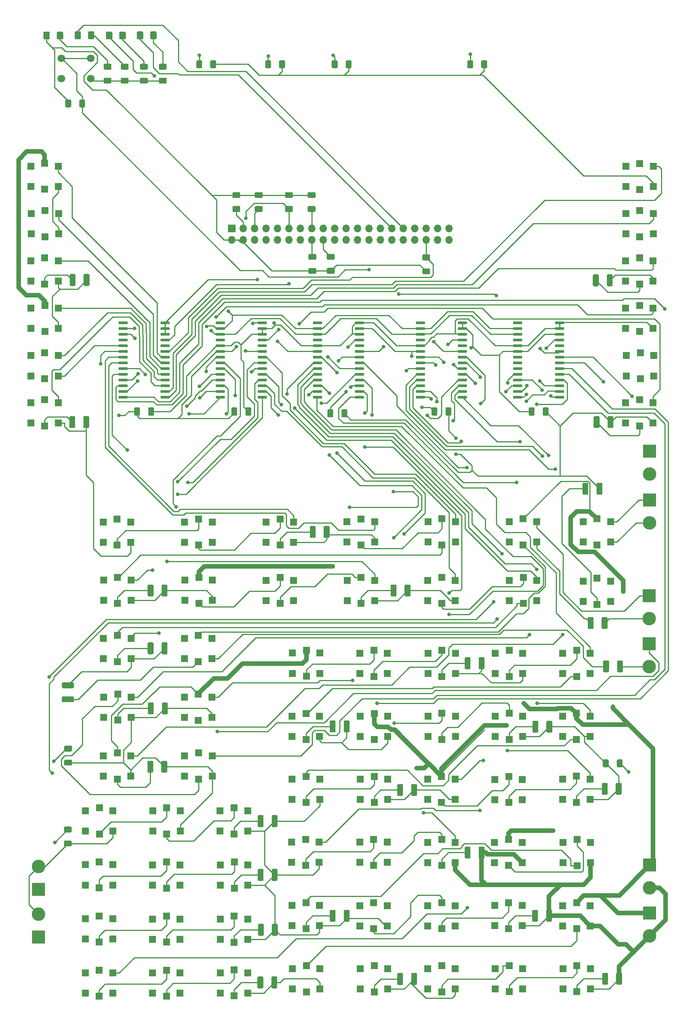
<source format=gbl>
G04 #@! TF.GenerationSoftware,KiCad,Pcbnew,(5.1.10)-1*
G04 #@! TF.CreationDate,2022-01-05T12:21:16+00:00*
G04 #@! TF.ProjectId,opena3xx-mcdu,6f70656e-6133-4787-982d-6d6364752e6b,0.1*
G04 #@! TF.SameCoordinates,Original*
G04 #@! TF.FileFunction,Copper,L2,Bot*
G04 #@! TF.FilePolarity,Positive*
%FSLAX46Y46*%
G04 Gerber Fmt 4.6, Leading zero omitted, Abs format (unit mm)*
G04 Created by KiCad (PCBNEW (5.1.10)-1) date 2022-01-05 12:21:16*
%MOMM*%
%LPD*%
G01*
G04 APERTURE LIST*
G04 #@! TA.AperFunction,ComponentPad*
%ADD10C,3.000000*%
G04 #@! TD*
G04 #@! TA.AperFunction,ComponentPad*
%ADD11R,3.000000X3.000000*%
G04 #@! TD*
G04 #@! TA.AperFunction,ComponentPad*
%ADD12R,1.524000X1.524000*%
G04 #@! TD*
G04 #@! TA.AperFunction,ComponentPad*
%ADD13C,1.700000*%
G04 #@! TD*
G04 #@! TA.AperFunction,ComponentPad*
%ADD14O,1.700000X1.700000*%
G04 #@! TD*
G04 #@! TA.AperFunction,ComponentPad*
%ADD15R,1.700000X1.700000*%
G04 #@! TD*
G04 #@! TA.AperFunction,ViaPad*
%ADD16C,0.800000*%
G04 #@! TD*
G04 #@! TA.AperFunction,Conductor*
%ADD17C,0.250000*%
G04 #@! TD*
G04 #@! TA.AperFunction,Conductor*
%ADD18C,1.000000*%
G04 #@! TD*
G04 APERTURE END LIST*
G04 #@! TA.AperFunction,SMDPad,CuDef*
G36*
G01*
X45352281Y-172399720D02*
X43202279Y-172399720D01*
G75*
G02*
X42952280Y-172149721I0J249999D01*
G01*
X42952280Y-171349719D01*
G75*
G02*
X43202279Y-171099720I249999J0D01*
G01*
X45352281Y-171099720D01*
G75*
G02*
X45602280Y-171349719I0J-249999D01*
G01*
X45602280Y-172149721D01*
G75*
G02*
X45352281Y-172399720I-249999J0D01*
G01*
G37*
G04 #@! TD.AperFunction*
G04 #@! TA.AperFunction,SMDPad,CuDef*
G36*
G01*
X45352281Y-175499720D02*
X43202279Y-175499720D01*
G75*
G02*
X42952280Y-175249721I0J249999D01*
G01*
X42952280Y-174449719D01*
G75*
G02*
X43202279Y-174199720I249999J0D01*
G01*
X45352281Y-174199720D01*
G75*
G02*
X45602280Y-174449719I0J-249999D01*
G01*
X45602280Y-175249721D01*
G75*
G02*
X45352281Y-175499720I-249999J0D01*
G01*
G37*
G04 #@! TD.AperFunction*
G04 #@! TA.AperFunction,SMDPad,CuDef*
G36*
G01*
X166256540Y-168595621D02*
X166256540Y-166445619D01*
G75*
G02*
X166506539Y-166195620I249999J0D01*
G01*
X167306541Y-166195620D01*
G75*
G02*
X167556540Y-166445619I0J-249999D01*
G01*
X167556540Y-168595621D01*
G75*
G02*
X167306541Y-168845620I-249999J0D01*
G01*
X166506539Y-168845620D01*
G75*
G02*
X166256540Y-168595621I0J249999D01*
G01*
G37*
G04 #@! TD.AperFunction*
G04 #@! TA.AperFunction,SMDPad,CuDef*
G36*
G01*
X163156540Y-168595621D02*
X163156540Y-166445619D01*
G75*
G02*
X163406539Y-166195620I249999J0D01*
G01*
X164206541Y-166195620D01*
G75*
G02*
X164456540Y-166445619I0J-249999D01*
G01*
X164456540Y-168595621D01*
G75*
G02*
X164206541Y-168845620I-249999J0D01*
G01*
X163406539Y-168845620D01*
G75*
G02*
X163156540Y-168595621I0J249999D01*
G01*
G37*
G04 #@! TD.AperFunction*
G04 #@! TA.AperFunction,SMDPad,CuDef*
G36*
G01*
X162835160Y-158979181D02*
X162835160Y-156829179D01*
G75*
G02*
X163085159Y-156579180I249999J0D01*
G01*
X163885161Y-156579180D01*
G75*
G02*
X164135160Y-156829179I0J-249999D01*
G01*
X164135160Y-158979181D01*
G75*
G02*
X163885161Y-159229180I-249999J0D01*
G01*
X163085159Y-159229180D01*
G75*
G02*
X162835160Y-158979181I0J249999D01*
G01*
G37*
G04 #@! TD.AperFunction*
G04 #@! TA.AperFunction,SMDPad,CuDef*
G36*
G01*
X159735160Y-158979181D02*
X159735160Y-156829179D01*
G75*
G02*
X159985159Y-156579180I249999J0D01*
G01*
X160785161Y-156579180D01*
G75*
G02*
X161035160Y-156829179I0J-249999D01*
G01*
X161035160Y-158979181D01*
G75*
G02*
X160785161Y-159229180I-249999J0D01*
G01*
X159985159Y-159229180D01*
G75*
G02*
X159735160Y-158979181I0J249999D01*
G01*
G37*
G04 #@! TD.AperFunction*
D10*
X173507400Y-227352460D03*
D11*
X173507400Y-222272460D03*
D12*
X70168000Y-161328000D03*
X76268000Y-161328000D03*
X70168000Y-165828000D03*
X76268000Y-165828000D03*
X73268000Y-160678000D03*
X73268000Y-166478000D03*
D10*
X173380000Y-167589000D03*
D11*
X173380000Y-162509000D03*
D12*
X142304000Y-135420000D03*
X148404000Y-135420000D03*
X142304000Y-139920000D03*
X148404000Y-139920000D03*
X145404000Y-134770000D03*
X145404000Y-140570000D03*
X127370000Y-140570000D03*
X127370000Y-134770000D03*
X130370000Y-139920000D03*
X124270000Y-139920000D03*
X130370000Y-135420000D03*
X124270000Y-135420000D03*
D10*
X173380000Y-156896000D03*
D11*
X173380000Y-151816000D03*
D12*
X39145600Y-82657600D03*
X39145600Y-76857600D03*
X42145600Y-82007600D03*
X36045600Y-82007600D03*
X42145600Y-77507600D03*
X36045600Y-77507600D03*
X161812000Y-153778000D03*
X161812000Y-147978000D03*
X164812000Y-153128000D03*
X158712000Y-153128000D03*
X164812000Y-148628000D03*
X158712000Y-148628000D03*
X161812000Y-140570000D03*
X161812000Y-134770000D03*
X164812000Y-139920000D03*
X158712000Y-139920000D03*
X164812000Y-135420000D03*
X158712000Y-135420000D03*
G04 #@! TA.AperFunction,SMDPad,CuDef*
G36*
G01*
X161682000Y-129167001D02*
X161682000Y-127016999D01*
G75*
G02*
X161931999Y-126767000I249999J0D01*
G01*
X162732001Y-126767000D01*
G75*
G02*
X162982000Y-127016999I0J-249999D01*
G01*
X162982000Y-129167001D01*
G75*
G02*
X162732001Y-129417000I-249999J0D01*
G01*
X161931999Y-129417000D01*
G75*
G02*
X161682000Y-129167001I0J249999D01*
G01*
G37*
G04 #@! TD.AperFunction*
G04 #@! TA.AperFunction,SMDPad,CuDef*
G36*
G01*
X158582000Y-129167001D02*
X158582000Y-127016999D01*
G75*
G02*
X158831999Y-126767000I249999J0D01*
G01*
X159632001Y-126767000D01*
G75*
G02*
X159882000Y-127016999I0J-249999D01*
G01*
X159882000Y-129167001D01*
G75*
G02*
X159632001Y-129417000I-249999J0D01*
G01*
X158831999Y-129417000D01*
G75*
G02*
X158582000Y-129167001I0J249999D01*
G01*
G37*
G04 #@! TD.AperFunction*
D10*
X173469000Y-124841000D03*
D11*
X173469000Y-119761000D03*
D10*
X173469000Y-135636000D03*
D11*
X173469000Y-130556000D03*
D12*
X51272000Y-204755000D03*
X51272000Y-198955000D03*
X54272000Y-204105000D03*
X48172000Y-204105000D03*
X54272000Y-199605000D03*
X48172000Y-199605000D03*
G04 #@! TA.AperFunction,SMDPad,CuDef*
G36*
G01*
X152469000Y-107922000D02*
X152469000Y-107622000D01*
G75*
G02*
X152619000Y-107472000I150000J0D01*
G01*
X154369000Y-107472000D01*
G75*
G02*
X154519000Y-107622000I0J-150000D01*
G01*
X154519000Y-107922000D01*
G75*
G02*
X154369000Y-108072000I-150000J0D01*
G01*
X152619000Y-108072000D01*
G75*
G02*
X152469000Y-107922000I0J150000D01*
G01*
G37*
G04 #@! TD.AperFunction*
G04 #@! TA.AperFunction,SMDPad,CuDef*
G36*
G01*
X152469000Y-106652000D02*
X152469000Y-106352000D01*
G75*
G02*
X152619000Y-106202000I150000J0D01*
G01*
X154369000Y-106202000D01*
G75*
G02*
X154519000Y-106352000I0J-150000D01*
G01*
X154519000Y-106652000D01*
G75*
G02*
X154369000Y-106802000I-150000J0D01*
G01*
X152619000Y-106802000D01*
G75*
G02*
X152469000Y-106652000I0J150000D01*
G01*
G37*
G04 #@! TD.AperFunction*
G04 #@! TA.AperFunction,SMDPad,CuDef*
G36*
G01*
X152469000Y-105382000D02*
X152469000Y-105082000D01*
G75*
G02*
X152619000Y-104932000I150000J0D01*
G01*
X154369000Y-104932000D01*
G75*
G02*
X154519000Y-105082000I0J-150000D01*
G01*
X154519000Y-105382000D01*
G75*
G02*
X154369000Y-105532000I-150000J0D01*
G01*
X152619000Y-105532000D01*
G75*
G02*
X152469000Y-105382000I0J150000D01*
G01*
G37*
G04 #@! TD.AperFunction*
G04 #@! TA.AperFunction,SMDPad,CuDef*
G36*
G01*
X152469000Y-104112000D02*
X152469000Y-103812000D01*
G75*
G02*
X152619000Y-103662000I150000J0D01*
G01*
X154369000Y-103662000D01*
G75*
G02*
X154519000Y-103812000I0J-150000D01*
G01*
X154519000Y-104112000D01*
G75*
G02*
X154369000Y-104262000I-150000J0D01*
G01*
X152619000Y-104262000D01*
G75*
G02*
X152469000Y-104112000I0J150000D01*
G01*
G37*
G04 #@! TD.AperFunction*
G04 #@! TA.AperFunction,SMDPad,CuDef*
G36*
G01*
X152469000Y-102842000D02*
X152469000Y-102542000D01*
G75*
G02*
X152619000Y-102392000I150000J0D01*
G01*
X154369000Y-102392000D01*
G75*
G02*
X154519000Y-102542000I0J-150000D01*
G01*
X154519000Y-102842000D01*
G75*
G02*
X154369000Y-102992000I-150000J0D01*
G01*
X152619000Y-102992000D01*
G75*
G02*
X152469000Y-102842000I0J150000D01*
G01*
G37*
G04 #@! TD.AperFunction*
G04 #@! TA.AperFunction,SMDPad,CuDef*
G36*
G01*
X152469000Y-101572000D02*
X152469000Y-101272000D01*
G75*
G02*
X152619000Y-101122000I150000J0D01*
G01*
X154369000Y-101122000D01*
G75*
G02*
X154519000Y-101272000I0J-150000D01*
G01*
X154519000Y-101572000D01*
G75*
G02*
X154369000Y-101722000I-150000J0D01*
G01*
X152619000Y-101722000D01*
G75*
G02*
X152469000Y-101572000I0J150000D01*
G01*
G37*
G04 #@! TD.AperFunction*
G04 #@! TA.AperFunction,SMDPad,CuDef*
G36*
G01*
X152469000Y-100302000D02*
X152469000Y-100002000D01*
G75*
G02*
X152619000Y-99852000I150000J0D01*
G01*
X154369000Y-99852000D01*
G75*
G02*
X154519000Y-100002000I0J-150000D01*
G01*
X154519000Y-100302000D01*
G75*
G02*
X154369000Y-100452000I-150000J0D01*
G01*
X152619000Y-100452000D01*
G75*
G02*
X152469000Y-100302000I0J150000D01*
G01*
G37*
G04 #@! TD.AperFunction*
G04 #@! TA.AperFunction,SMDPad,CuDef*
G36*
G01*
X152469000Y-99032000D02*
X152469000Y-98732000D01*
G75*
G02*
X152619000Y-98582000I150000J0D01*
G01*
X154369000Y-98582000D01*
G75*
G02*
X154519000Y-98732000I0J-150000D01*
G01*
X154519000Y-99032000D01*
G75*
G02*
X154369000Y-99182000I-150000J0D01*
G01*
X152619000Y-99182000D01*
G75*
G02*
X152469000Y-99032000I0J150000D01*
G01*
G37*
G04 #@! TD.AperFunction*
G04 #@! TA.AperFunction,SMDPad,CuDef*
G36*
G01*
X152469000Y-97762000D02*
X152469000Y-97462000D01*
G75*
G02*
X152619000Y-97312000I150000J0D01*
G01*
X154369000Y-97312000D01*
G75*
G02*
X154519000Y-97462000I0J-150000D01*
G01*
X154519000Y-97762000D01*
G75*
G02*
X154369000Y-97912000I-150000J0D01*
G01*
X152619000Y-97912000D01*
G75*
G02*
X152469000Y-97762000I0J150000D01*
G01*
G37*
G04 #@! TD.AperFunction*
G04 #@! TA.AperFunction,SMDPad,CuDef*
G36*
G01*
X152469000Y-96492000D02*
X152469000Y-96192000D01*
G75*
G02*
X152619000Y-96042000I150000J0D01*
G01*
X154369000Y-96042000D01*
G75*
G02*
X154519000Y-96192000I0J-150000D01*
G01*
X154519000Y-96492000D01*
G75*
G02*
X154369000Y-96642000I-150000J0D01*
G01*
X152619000Y-96642000D01*
G75*
G02*
X152469000Y-96492000I0J150000D01*
G01*
G37*
G04 #@! TD.AperFunction*
G04 #@! TA.AperFunction,SMDPad,CuDef*
G36*
G01*
X152469000Y-95222000D02*
X152469000Y-94922000D01*
G75*
G02*
X152619000Y-94772000I150000J0D01*
G01*
X154369000Y-94772000D01*
G75*
G02*
X154519000Y-94922000I0J-150000D01*
G01*
X154519000Y-95222000D01*
G75*
G02*
X154369000Y-95372000I-150000J0D01*
G01*
X152619000Y-95372000D01*
G75*
G02*
X152469000Y-95222000I0J150000D01*
G01*
G37*
G04 #@! TD.AperFunction*
G04 #@! TA.AperFunction,SMDPad,CuDef*
G36*
G01*
X152469000Y-93952000D02*
X152469000Y-93652000D01*
G75*
G02*
X152619000Y-93502000I150000J0D01*
G01*
X154369000Y-93502000D01*
G75*
G02*
X154519000Y-93652000I0J-150000D01*
G01*
X154519000Y-93952000D01*
G75*
G02*
X154369000Y-94102000I-150000J0D01*
G01*
X152619000Y-94102000D01*
G75*
G02*
X152469000Y-93952000I0J150000D01*
G01*
G37*
G04 #@! TD.AperFunction*
G04 #@! TA.AperFunction,SMDPad,CuDef*
G36*
G01*
X152469000Y-92682000D02*
X152469000Y-92382000D01*
G75*
G02*
X152619000Y-92232000I150000J0D01*
G01*
X154369000Y-92232000D01*
G75*
G02*
X154519000Y-92382000I0J-150000D01*
G01*
X154519000Y-92682000D01*
G75*
G02*
X154369000Y-92832000I-150000J0D01*
G01*
X152619000Y-92832000D01*
G75*
G02*
X152469000Y-92682000I0J150000D01*
G01*
G37*
G04 #@! TD.AperFunction*
G04 #@! TA.AperFunction,SMDPad,CuDef*
G36*
G01*
X152469000Y-91412000D02*
X152469000Y-91112000D01*
G75*
G02*
X152619000Y-90962000I150000J0D01*
G01*
X154369000Y-90962000D01*
G75*
G02*
X154519000Y-91112000I0J-150000D01*
G01*
X154519000Y-91412000D01*
G75*
G02*
X154369000Y-91562000I-150000J0D01*
G01*
X152619000Y-91562000D01*
G75*
G02*
X152469000Y-91412000I0J150000D01*
G01*
G37*
G04 #@! TD.AperFunction*
G04 #@! TA.AperFunction,SMDPad,CuDef*
G36*
G01*
X143169000Y-91412000D02*
X143169000Y-91112000D01*
G75*
G02*
X143319000Y-90962000I150000J0D01*
G01*
X145069000Y-90962000D01*
G75*
G02*
X145219000Y-91112000I0J-150000D01*
G01*
X145219000Y-91412000D01*
G75*
G02*
X145069000Y-91562000I-150000J0D01*
G01*
X143319000Y-91562000D01*
G75*
G02*
X143169000Y-91412000I0J150000D01*
G01*
G37*
G04 #@! TD.AperFunction*
G04 #@! TA.AperFunction,SMDPad,CuDef*
G36*
G01*
X143169000Y-92682000D02*
X143169000Y-92382000D01*
G75*
G02*
X143319000Y-92232000I150000J0D01*
G01*
X145069000Y-92232000D01*
G75*
G02*
X145219000Y-92382000I0J-150000D01*
G01*
X145219000Y-92682000D01*
G75*
G02*
X145069000Y-92832000I-150000J0D01*
G01*
X143319000Y-92832000D01*
G75*
G02*
X143169000Y-92682000I0J150000D01*
G01*
G37*
G04 #@! TD.AperFunction*
G04 #@! TA.AperFunction,SMDPad,CuDef*
G36*
G01*
X143169000Y-93952000D02*
X143169000Y-93652000D01*
G75*
G02*
X143319000Y-93502000I150000J0D01*
G01*
X145069000Y-93502000D01*
G75*
G02*
X145219000Y-93652000I0J-150000D01*
G01*
X145219000Y-93952000D01*
G75*
G02*
X145069000Y-94102000I-150000J0D01*
G01*
X143319000Y-94102000D01*
G75*
G02*
X143169000Y-93952000I0J150000D01*
G01*
G37*
G04 #@! TD.AperFunction*
G04 #@! TA.AperFunction,SMDPad,CuDef*
G36*
G01*
X143169000Y-95222000D02*
X143169000Y-94922000D01*
G75*
G02*
X143319000Y-94772000I150000J0D01*
G01*
X145069000Y-94772000D01*
G75*
G02*
X145219000Y-94922000I0J-150000D01*
G01*
X145219000Y-95222000D01*
G75*
G02*
X145069000Y-95372000I-150000J0D01*
G01*
X143319000Y-95372000D01*
G75*
G02*
X143169000Y-95222000I0J150000D01*
G01*
G37*
G04 #@! TD.AperFunction*
G04 #@! TA.AperFunction,SMDPad,CuDef*
G36*
G01*
X143169000Y-96492000D02*
X143169000Y-96192000D01*
G75*
G02*
X143319000Y-96042000I150000J0D01*
G01*
X145069000Y-96042000D01*
G75*
G02*
X145219000Y-96192000I0J-150000D01*
G01*
X145219000Y-96492000D01*
G75*
G02*
X145069000Y-96642000I-150000J0D01*
G01*
X143319000Y-96642000D01*
G75*
G02*
X143169000Y-96492000I0J150000D01*
G01*
G37*
G04 #@! TD.AperFunction*
G04 #@! TA.AperFunction,SMDPad,CuDef*
G36*
G01*
X143169000Y-97762000D02*
X143169000Y-97462000D01*
G75*
G02*
X143319000Y-97312000I150000J0D01*
G01*
X145069000Y-97312000D01*
G75*
G02*
X145219000Y-97462000I0J-150000D01*
G01*
X145219000Y-97762000D01*
G75*
G02*
X145069000Y-97912000I-150000J0D01*
G01*
X143319000Y-97912000D01*
G75*
G02*
X143169000Y-97762000I0J150000D01*
G01*
G37*
G04 #@! TD.AperFunction*
G04 #@! TA.AperFunction,SMDPad,CuDef*
G36*
G01*
X143169000Y-99032000D02*
X143169000Y-98732000D01*
G75*
G02*
X143319000Y-98582000I150000J0D01*
G01*
X145069000Y-98582000D01*
G75*
G02*
X145219000Y-98732000I0J-150000D01*
G01*
X145219000Y-99032000D01*
G75*
G02*
X145069000Y-99182000I-150000J0D01*
G01*
X143319000Y-99182000D01*
G75*
G02*
X143169000Y-99032000I0J150000D01*
G01*
G37*
G04 #@! TD.AperFunction*
G04 #@! TA.AperFunction,SMDPad,CuDef*
G36*
G01*
X143169000Y-100302000D02*
X143169000Y-100002000D01*
G75*
G02*
X143319000Y-99852000I150000J0D01*
G01*
X145069000Y-99852000D01*
G75*
G02*
X145219000Y-100002000I0J-150000D01*
G01*
X145219000Y-100302000D01*
G75*
G02*
X145069000Y-100452000I-150000J0D01*
G01*
X143319000Y-100452000D01*
G75*
G02*
X143169000Y-100302000I0J150000D01*
G01*
G37*
G04 #@! TD.AperFunction*
G04 #@! TA.AperFunction,SMDPad,CuDef*
G36*
G01*
X143169000Y-101572000D02*
X143169000Y-101272000D01*
G75*
G02*
X143319000Y-101122000I150000J0D01*
G01*
X145069000Y-101122000D01*
G75*
G02*
X145219000Y-101272000I0J-150000D01*
G01*
X145219000Y-101572000D01*
G75*
G02*
X145069000Y-101722000I-150000J0D01*
G01*
X143319000Y-101722000D01*
G75*
G02*
X143169000Y-101572000I0J150000D01*
G01*
G37*
G04 #@! TD.AperFunction*
G04 #@! TA.AperFunction,SMDPad,CuDef*
G36*
G01*
X143169000Y-102842000D02*
X143169000Y-102542000D01*
G75*
G02*
X143319000Y-102392000I150000J0D01*
G01*
X145069000Y-102392000D01*
G75*
G02*
X145219000Y-102542000I0J-150000D01*
G01*
X145219000Y-102842000D01*
G75*
G02*
X145069000Y-102992000I-150000J0D01*
G01*
X143319000Y-102992000D01*
G75*
G02*
X143169000Y-102842000I0J150000D01*
G01*
G37*
G04 #@! TD.AperFunction*
G04 #@! TA.AperFunction,SMDPad,CuDef*
G36*
G01*
X143169000Y-104112000D02*
X143169000Y-103812000D01*
G75*
G02*
X143319000Y-103662000I150000J0D01*
G01*
X145069000Y-103662000D01*
G75*
G02*
X145219000Y-103812000I0J-150000D01*
G01*
X145219000Y-104112000D01*
G75*
G02*
X145069000Y-104262000I-150000J0D01*
G01*
X143319000Y-104262000D01*
G75*
G02*
X143169000Y-104112000I0J150000D01*
G01*
G37*
G04 #@! TD.AperFunction*
G04 #@! TA.AperFunction,SMDPad,CuDef*
G36*
G01*
X143169000Y-105382000D02*
X143169000Y-105082000D01*
G75*
G02*
X143319000Y-104932000I150000J0D01*
G01*
X145069000Y-104932000D01*
G75*
G02*
X145219000Y-105082000I0J-150000D01*
G01*
X145219000Y-105382000D01*
G75*
G02*
X145069000Y-105532000I-150000J0D01*
G01*
X143319000Y-105532000D01*
G75*
G02*
X143169000Y-105382000I0J150000D01*
G01*
G37*
G04 #@! TD.AperFunction*
G04 #@! TA.AperFunction,SMDPad,CuDef*
G36*
G01*
X143169000Y-106652000D02*
X143169000Y-106352000D01*
G75*
G02*
X143319000Y-106202000I150000J0D01*
G01*
X145069000Y-106202000D01*
G75*
G02*
X145219000Y-106352000I0J-150000D01*
G01*
X145219000Y-106652000D01*
G75*
G02*
X145069000Y-106802000I-150000J0D01*
G01*
X143319000Y-106802000D01*
G75*
G02*
X143169000Y-106652000I0J150000D01*
G01*
G37*
G04 #@! TD.AperFunction*
G04 #@! TA.AperFunction,SMDPad,CuDef*
G36*
G01*
X143169000Y-107922000D02*
X143169000Y-107622000D01*
G75*
G02*
X143319000Y-107472000I150000J0D01*
G01*
X145069000Y-107472000D01*
G75*
G02*
X145219000Y-107622000I0J-150000D01*
G01*
X145219000Y-107922000D01*
G75*
G02*
X145069000Y-108072000I-150000J0D01*
G01*
X143319000Y-108072000D01*
G75*
G02*
X143169000Y-107922000I0J150000D01*
G01*
G37*
G04 #@! TD.AperFunction*
G04 #@! TA.AperFunction,SMDPad,CuDef*
G36*
G01*
X130879000Y-107922000D02*
X130879000Y-107622000D01*
G75*
G02*
X131029000Y-107472000I150000J0D01*
G01*
X132779000Y-107472000D01*
G75*
G02*
X132929000Y-107622000I0J-150000D01*
G01*
X132929000Y-107922000D01*
G75*
G02*
X132779000Y-108072000I-150000J0D01*
G01*
X131029000Y-108072000D01*
G75*
G02*
X130879000Y-107922000I0J150000D01*
G01*
G37*
G04 #@! TD.AperFunction*
G04 #@! TA.AperFunction,SMDPad,CuDef*
G36*
G01*
X130879000Y-106652000D02*
X130879000Y-106352000D01*
G75*
G02*
X131029000Y-106202000I150000J0D01*
G01*
X132779000Y-106202000D01*
G75*
G02*
X132929000Y-106352000I0J-150000D01*
G01*
X132929000Y-106652000D01*
G75*
G02*
X132779000Y-106802000I-150000J0D01*
G01*
X131029000Y-106802000D01*
G75*
G02*
X130879000Y-106652000I0J150000D01*
G01*
G37*
G04 #@! TD.AperFunction*
G04 #@! TA.AperFunction,SMDPad,CuDef*
G36*
G01*
X130879000Y-105382000D02*
X130879000Y-105082000D01*
G75*
G02*
X131029000Y-104932000I150000J0D01*
G01*
X132779000Y-104932000D01*
G75*
G02*
X132929000Y-105082000I0J-150000D01*
G01*
X132929000Y-105382000D01*
G75*
G02*
X132779000Y-105532000I-150000J0D01*
G01*
X131029000Y-105532000D01*
G75*
G02*
X130879000Y-105382000I0J150000D01*
G01*
G37*
G04 #@! TD.AperFunction*
G04 #@! TA.AperFunction,SMDPad,CuDef*
G36*
G01*
X130879000Y-104112000D02*
X130879000Y-103812000D01*
G75*
G02*
X131029000Y-103662000I150000J0D01*
G01*
X132779000Y-103662000D01*
G75*
G02*
X132929000Y-103812000I0J-150000D01*
G01*
X132929000Y-104112000D01*
G75*
G02*
X132779000Y-104262000I-150000J0D01*
G01*
X131029000Y-104262000D01*
G75*
G02*
X130879000Y-104112000I0J150000D01*
G01*
G37*
G04 #@! TD.AperFunction*
G04 #@! TA.AperFunction,SMDPad,CuDef*
G36*
G01*
X130879000Y-102842000D02*
X130879000Y-102542000D01*
G75*
G02*
X131029000Y-102392000I150000J0D01*
G01*
X132779000Y-102392000D01*
G75*
G02*
X132929000Y-102542000I0J-150000D01*
G01*
X132929000Y-102842000D01*
G75*
G02*
X132779000Y-102992000I-150000J0D01*
G01*
X131029000Y-102992000D01*
G75*
G02*
X130879000Y-102842000I0J150000D01*
G01*
G37*
G04 #@! TD.AperFunction*
G04 #@! TA.AperFunction,SMDPad,CuDef*
G36*
G01*
X130879000Y-101572000D02*
X130879000Y-101272000D01*
G75*
G02*
X131029000Y-101122000I150000J0D01*
G01*
X132779000Y-101122000D01*
G75*
G02*
X132929000Y-101272000I0J-150000D01*
G01*
X132929000Y-101572000D01*
G75*
G02*
X132779000Y-101722000I-150000J0D01*
G01*
X131029000Y-101722000D01*
G75*
G02*
X130879000Y-101572000I0J150000D01*
G01*
G37*
G04 #@! TD.AperFunction*
G04 #@! TA.AperFunction,SMDPad,CuDef*
G36*
G01*
X130879000Y-100302000D02*
X130879000Y-100002000D01*
G75*
G02*
X131029000Y-99852000I150000J0D01*
G01*
X132779000Y-99852000D01*
G75*
G02*
X132929000Y-100002000I0J-150000D01*
G01*
X132929000Y-100302000D01*
G75*
G02*
X132779000Y-100452000I-150000J0D01*
G01*
X131029000Y-100452000D01*
G75*
G02*
X130879000Y-100302000I0J150000D01*
G01*
G37*
G04 #@! TD.AperFunction*
G04 #@! TA.AperFunction,SMDPad,CuDef*
G36*
G01*
X130879000Y-99032000D02*
X130879000Y-98732000D01*
G75*
G02*
X131029000Y-98582000I150000J0D01*
G01*
X132779000Y-98582000D01*
G75*
G02*
X132929000Y-98732000I0J-150000D01*
G01*
X132929000Y-99032000D01*
G75*
G02*
X132779000Y-99182000I-150000J0D01*
G01*
X131029000Y-99182000D01*
G75*
G02*
X130879000Y-99032000I0J150000D01*
G01*
G37*
G04 #@! TD.AperFunction*
G04 #@! TA.AperFunction,SMDPad,CuDef*
G36*
G01*
X130879000Y-97762000D02*
X130879000Y-97462000D01*
G75*
G02*
X131029000Y-97312000I150000J0D01*
G01*
X132779000Y-97312000D01*
G75*
G02*
X132929000Y-97462000I0J-150000D01*
G01*
X132929000Y-97762000D01*
G75*
G02*
X132779000Y-97912000I-150000J0D01*
G01*
X131029000Y-97912000D01*
G75*
G02*
X130879000Y-97762000I0J150000D01*
G01*
G37*
G04 #@! TD.AperFunction*
G04 #@! TA.AperFunction,SMDPad,CuDef*
G36*
G01*
X130879000Y-96492000D02*
X130879000Y-96192000D01*
G75*
G02*
X131029000Y-96042000I150000J0D01*
G01*
X132779000Y-96042000D01*
G75*
G02*
X132929000Y-96192000I0J-150000D01*
G01*
X132929000Y-96492000D01*
G75*
G02*
X132779000Y-96642000I-150000J0D01*
G01*
X131029000Y-96642000D01*
G75*
G02*
X130879000Y-96492000I0J150000D01*
G01*
G37*
G04 #@! TD.AperFunction*
G04 #@! TA.AperFunction,SMDPad,CuDef*
G36*
G01*
X130879000Y-95222000D02*
X130879000Y-94922000D01*
G75*
G02*
X131029000Y-94772000I150000J0D01*
G01*
X132779000Y-94772000D01*
G75*
G02*
X132929000Y-94922000I0J-150000D01*
G01*
X132929000Y-95222000D01*
G75*
G02*
X132779000Y-95372000I-150000J0D01*
G01*
X131029000Y-95372000D01*
G75*
G02*
X130879000Y-95222000I0J150000D01*
G01*
G37*
G04 #@! TD.AperFunction*
G04 #@! TA.AperFunction,SMDPad,CuDef*
G36*
G01*
X130879000Y-93952000D02*
X130879000Y-93652000D01*
G75*
G02*
X131029000Y-93502000I150000J0D01*
G01*
X132779000Y-93502000D01*
G75*
G02*
X132929000Y-93652000I0J-150000D01*
G01*
X132929000Y-93952000D01*
G75*
G02*
X132779000Y-94102000I-150000J0D01*
G01*
X131029000Y-94102000D01*
G75*
G02*
X130879000Y-93952000I0J150000D01*
G01*
G37*
G04 #@! TD.AperFunction*
G04 #@! TA.AperFunction,SMDPad,CuDef*
G36*
G01*
X130879000Y-92682000D02*
X130879000Y-92382000D01*
G75*
G02*
X131029000Y-92232000I150000J0D01*
G01*
X132779000Y-92232000D01*
G75*
G02*
X132929000Y-92382000I0J-150000D01*
G01*
X132929000Y-92682000D01*
G75*
G02*
X132779000Y-92832000I-150000J0D01*
G01*
X131029000Y-92832000D01*
G75*
G02*
X130879000Y-92682000I0J150000D01*
G01*
G37*
G04 #@! TD.AperFunction*
G04 #@! TA.AperFunction,SMDPad,CuDef*
G36*
G01*
X130879000Y-91412000D02*
X130879000Y-91112000D01*
G75*
G02*
X131029000Y-90962000I150000J0D01*
G01*
X132779000Y-90962000D01*
G75*
G02*
X132929000Y-91112000I0J-150000D01*
G01*
X132929000Y-91412000D01*
G75*
G02*
X132779000Y-91562000I-150000J0D01*
G01*
X131029000Y-91562000D01*
G75*
G02*
X130879000Y-91412000I0J150000D01*
G01*
G37*
G04 #@! TD.AperFunction*
G04 #@! TA.AperFunction,SMDPad,CuDef*
G36*
G01*
X121579000Y-91412000D02*
X121579000Y-91112000D01*
G75*
G02*
X121729000Y-90962000I150000J0D01*
G01*
X123479000Y-90962000D01*
G75*
G02*
X123629000Y-91112000I0J-150000D01*
G01*
X123629000Y-91412000D01*
G75*
G02*
X123479000Y-91562000I-150000J0D01*
G01*
X121729000Y-91562000D01*
G75*
G02*
X121579000Y-91412000I0J150000D01*
G01*
G37*
G04 #@! TD.AperFunction*
G04 #@! TA.AperFunction,SMDPad,CuDef*
G36*
G01*
X121579000Y-92682000D02*
X121579000Y-92382000D01*
G75*
G02*
X121729000Y-92232000I150000J0D01*
G01*
X123479000Y-92232000D01*
G75*
G02*
X123629000Y-92382000I0J-150000D01*
G01*
X123629000Y-92682000D01*
G75*
G02*
X123479000Y-92832000I-150000J0D01*
G01*
X121729000Y-92832000D01*
G75*
G02*
X121579000Y-92682000I0J150000D01*
G01*
G37*
G04 #@! TD.AperFunction*
G04 #@! TA.AperFunction,SMDPad,CuDef*
G36*
G01*
X121579000Y-93952000D02*
X121579000Y-93652000D01*
G75*
G02*
X121729000Y-93502000I150000J0D01*
G01*
X123479000Y-93502000D01*
G75*
G02*
X123629000Y-93652000I0J-150000D01*
G01*
X123629000Y-93952000D01*
G75*
G02*
X123479000Y-94102000I-150000J0D01*
G01*
X121729000Y-94102000D01*
G75*
G02*
X121579000Y-93952000I0J150000D01*
G01*
G37*
G04 #@! TD.AperFunction*
G04 #@! TA.AperFunction,SMDPad,CuDef*
G36*
G01*
X121579000Y-95222000D02*
X121579000Y-94922000D01*
G75*
G02*
X121729000Y-94772000I150000J0D01*
G01*
X123479000Y-94772000D01*
G75*
G02*
X123629000Y-94922000I0J-150000D01*
G01*
X123629000Y-95222000D01*
G75*
G02*
X123479000Y-95372000I-150000J0D01*
G01*
X121729000Y-95372000D01*
G75*
G02*
X121579000Y-95222000I0J150000D01*
G01*
G37*
G04 #@! TD.AperFunction*
G04 #@! TA.AperFunction,SMDPad,CuDef*
G36*
G01*
X121579000Y-96492000D02*
X121579000Y-96192000D01*
G75*
G02*
X121729000Y-96042000I150000J0D01*
G01*
X123479000Y-96042000D01*
G75*
G02*
X123629000Y-96192000I0J-150000D01*
G01*
X123629000Y-96492000D01*
G75*
G02*
X123479000Y-96642000I-150000J0D01*
G01*
X121729000Y-96642000D01*
G75*
G02*
X121579000Y-96492000I0J150000D01*
G01*
G37*
G04 #@! TD.AperFunction*
G04 #@! TA.AperFunction,SMDPad,CuDef*
G36*
G01*
X121579000Y-97762000D02*
X121579000Y-97462000D01*
G75*
G02*
X121729000Y-97312000I150000J0D01*
G01*
X123479000Y-97312000D01*
G75*
G02*
X123629000Y-97462000I0J-150000D01*
G01*
X123629000Y-97762000D01*
G75*
G02*
X123479000Y-97912000I-150000J0D01*
G01*
X121729000Y-97912000D01*
G75*
G02*
X121579000Y-97762000I0J150000D01*
G01*
G37*
G04 #@! TD.AperFunction*
G04 #@! TA.AperFunction,SMDPad,CuDef*
G36*
G01*
X121579000Y-99032000D02*
X121579000Y-98732000D01*
G75*
G02*
X121729000Y-98582000I150000J0D01*
G01*
X123479000Y-98582000D01*
G75*
G02*
X123629000Y-98732000I0J-150000D01*
G01*
X123629000Y-99032000D01*
G75*
G02*
X123479000Y-99182000I-150000J0D01*
G01*
X121729000Y-99182000D01*
G75*
G02*
X121579000Y-99032000I0J150000D01*
G01*
G37*
G04 #@! TD.AperFunction*
G04 #@! TA.AperFunction,SMDPad,CuDef*
G36*
G01*
X121579000Y-100302000D02*
X121579000Y-100002000D01*
G75*
G02*
X121729000Y-99852000I150000J0D01*
G01*
X123479000Y-99852000D01*
G75*
G02*
X123629000Y-100002000I0J-150000D01*
G01*
X123629000Y-100302000D01*
G75*
G02*
X123479000Y-100452000I-150000J0D01*
G01*
X121729000Y-100452000D01*
G75*
G02*
X121579000Y-100302000I0J150000D01*
G01*
G37*
G04 #@! TD.AperFunction*
G04 #@! TA.AperFunction,SMDPad,CuDef*
G36*
G01*
X121579000Y-101572000D02*
X121579000Y-101272000D01*
G75*
G02*
X121729000Y-101122000I150000J0D01*
G01*
X123479000Y-101122000D01*
G75*
G02*
X123629000Y-101272000I0J-150000D01*
G01*
X123629000Y-101572000D01*
G75*
G02*
X123479000Y-101722000I-150000J0D01*
G01*
X121729000Y-101722000D01*
G75*
G02*
X121579000Y-101572000I0J150000D01*
G01*
G37*
G04 #@! TD.AperFunction*
G04 #@! TA.AperFunction,SMDPad,CuDef*
G36*
G01*
X121579000Y-102842000D02*
X121579000Y-102542000D01*
G75*
G02*
X121729000Y-102392000I150000J0D01*
G01*
X123479000Y-102392000D01*
G75*
G02*
X123629000Y-102542000I0J-150000D01*
G01*
X123629000Y-102842000D01*
G75*
G02*
X123479000Y-102992000I-150000J0D01*
G01*
X121729000Y-102992000D01*
G75*
G02*
X121579000Y-102842000I0J150000D01*
G01*
G37*
G04 #@! TD.AperFunction*
G04 #@! TA.AperFunction,SMDPad,CuDef*
G36*
G01*
X121579000Y-104112000D02*
X121579000Y-103812000D01*
G75*
G02*
X121729000Y-103662000I150000J0D01*
G01*
X123479000Y-103662000D01*
G75*
G02*
X123629000Y-103812000I0J-150000D01*
G01*
X123629000Y-104112000D01*
G75*
G02*
X123479000Y-104262000I-150000J0D01*
G01*
X121729000Y-104262000D01*
G75*
G02*
X121579000Y-104112000I0J150000D01*
G01*
G37*
G04 #@! TD.AperFunction*
G04 #@! TA.AperFunction,SMDPad,CuDef*
G36*
G01*
X121579000Y-105382000D02*
X121579000Y-105082000D01*
G75*
G02*
X121729000Y-104932000I150000J0D01*
G01*
X123479000Y-104932000D01*
G75*
G02*
X123629000Y-105082000I0J-150000D01*
G01*
X123629000Y-105382000D01*
G75*
G02*
X123479000Y-105532000I-150000J0D01*
G01*
X121729000Y-105532000D01*
G75*
G02*
X121579000Y-105382000I0J150000D01*
G01*
G37*
G04 #@! TD.AperFunction*
G04 #@! TA.AperFunction,SMDPad,CuDef*
G36*
G01*
X121579000Y-106652000D02*
X121579000Y-106352000D01*
G75*
G02*
X121729000Y-106202000I150000J0D01*
G01*
X123479000Y-106202000D01*
G75*
G02*
X123629000Y-106352000I0J-150000D01*
G01*
X123629000Y-106652000D01*
G75*
G02*
X123479000Y-106802000I-150000J0D01*
G01*
X121729000Y-106802000D01*
G75*
G02*
X121579000Y-106652000I0J150000D01*
G01*
G37*
G04 #@! TD.AperFunction*
G04 #@! TA.AperFunction,SMDPad,CuDef*
G36*
G01*
X121579000Y-107922000D02*
X121579000Y-107622000D01*
G75*
G02*
X121729000Y-107472000I150000J0D01*
G01*
X123479000Y-107472000D01*
G75*
G02*
X123629000Y-107622000I0J-150000D01*
G01*
X123629000Y-107922000D01*
G75*
G02*
X123479000Y-108072000I-150000J0D01*
G01*
X121729000Y-108072000D01*
G75*
G02*
X121579000Y-107922000I0J150000D01*
G01*
G37*
G04 #@! TD.AperFunction*
G04 #@! TA.AperFunction,SMDPad,CuDef*
G36*
G01*
X108019000Y-107922000D02*
X108019000Y-107622000D01*
G75*
G02*
X108169000Y-107472000I150000J0D01*
G01*
X109919000Y-107472000D01*
G75*
G02*
X110069000Y-107622000I0J-150000D01*
G01*
X110069000Y-107922000D01*
G75*
G02*
X109919000Y-108072000I-150000J0D01*
G01*
X108169000Y-108072000D01*
G75*
G02*
X108019000Y-107922000I0J150000D01*
G01*
G37*
G04 #@! TD.AperFunction*
G04 #@! TA.AperFunction,SMDPad,CuDef*
G36*
G01*
X108019000Y-106652000D02*
X108019000Y-106352000D01*
G75*
G02*
X108169000Y-106202000I150000J0D01*
G01*
X109919000Y-106202000D01*
G75*
G02*
X110069000Y-106352000I0J-150000D01*
G01*
X110069000Y-106652000D01*
G75*
G02*
X109919000Y-106802000I-150000J0D01*
G01*
X108169000Y-106802000D01*
G75*
G02*
X108019000Y-106652000I0J150000D01*
G01*
G37*
G04 #@! TD.AperFunction*
G04 #@! TA.AperFunction,SMDPad,CuDef*
G36*
G01*
X108019000Y-105382000D02*
X108019000Y-105082000D01*
G75*
G02*
X108169000Y-104932000I150000J0D01*
G01*
X109919000Y-104932000D01*
G75*
G02*
X110069000Y-105082000I0J-150000D01*
G01*
X110069000Y-105382000D01*
G75*
G02*
X109919000Y-105532000I-150000J0D01*
G01*
X108169000Y-105532000D01*
G75*
G02*
X108019000Y-105382000I0J150000D01*
G01*
G37*
G04 #@! TD.AperFunction*
G04 #@! TA.AperFunction,SMDPad,CuDef*
G36*
G01*
X108019000Y-104112000D02*
X108019000Y-103812000D01*
G75*
G02*
X108169000Y-103662000I150000J0D01*
G01*
X109919000Y-103662000D01*
G75*
G02*
X110069000Y-103812000I0J-150000D01*
G01*
X110069000Y-104112000D01*
G75*
G02*
X109919000Y-104262000I-150000J0D01*
G01*
X108169000Y-104262000D01*
G75*
G02*
X108019000Y-104112000I0J150000D01*
G01*
G37*
G04 #@! TD.AperFunction*
G04 #@! TA.AperFunction,SMDPad,CuDef*
G36*
G01*
X108019000Y-102842000D02*
X108019000Y-102542000D01*
G75*
G02*
X108169000Y-102392000I150000J0D01*
G01*
X109919000Y-102392000D01*
G75*
G02*
X110069000Y-102542000I0J-150000D01*
G01*
X110069000Y-102842000D01*
G75*
G02*
X109919000Y-102992000I-150000J0D01*
G01*
X108169000Y-102992000D01*
G75*
G02*
X108019000Y-102842000I0J150000D01*
G01*
G37*
G04 #@! TD.AperFunction*
G04 #@! TA.AperFunction,SMDPad,CuDef*
G36*
G01*
X108019000Y-101572000D02*
X108019000Y-101272000D01*
G75*
G02*
X108169000Y-101122000I150000J0D01*
G01*
X109919000Y-101122000D01*
G75*
G02*
X110069000Y-101272000I0J-150000D01*
G01*
X110069000Y-101572000D01*
G75*
G02*
X109919000Y-101722000I-150000J0D01*
G01*
X108169000Y-101722000D01*
G75*
G02*
X108019000Y-101572000I0J150000D01*
G01*
G37*
G04 #@! TD.AperFunction*
G04 #@! TA.AperFunction,SMDPad,CuDef*
G36*
G01*
X108019000Y-100302000D02*
X108019000Y-100002000D01*
G75*
G02*
X108169000Y-99852000I150000J0D01*
G01*
X109919000Y-99852000D01*
G75*
G02*
X110069000Y-100002000I0J-150000D01*
G01*
X110069000Y-100302000D01*
G75*
G02*
X109919000Y-100452000I-150000J0D01*
G01*
X108169000Y-100452000D01*
G75*
G02*
X108019000Y-100302000I0J150000D01*
G01*
G37*
G04 #@! TD.AperFunction*
G04 #@! TA.AperFunction,SMDPad,CuDef*
G36*
G01*
X108019000Y-99032000D02*
X108019000Y-98732000D01*
G75*
G02*
X108169000Y-98582000I150000J0D01*
G01*
X109919000Y-98582000D01*
G75*
G02*
X110069000Y-98732000I0J-150000D01*
G01*
X110069000Y-99032000D01*
G75*
G02*
X109919000Y-99182000I-150000J0D01*
G01*
X108169000Y-99182000D01*
G75*
G02*
X108019000Y-99032000I0J150000D01*
G01*
G37*
G04 #@! TD.AperFunction*
G04 #@! TA.AperFunction,SMDPad,CuDef*
G36*
G01*
X108019000Y-97762000D02*
X108019000Y-97462000D01*
G75*
G02*
X108169000Y-97312000I150000J0D01*
G01*
X109919000Y-97312000D01*
G75*
G02*
X110069000Y-97462000I0J-150000D01*
G01*
X110069000Y-97762000D01*
G75*
G02*
X109919000Y-97912000I-150000J0D01*
G01*
X108169000Y-97912000D01*
G75*
G02*
X108019000Y-97762000I0J150000D01*
G01*
G37*
G04 #@! TD.AperFunction*
G04 #@! TA.AperFunction,SMDPad,CuDef*
G36*
G01*
X108019000Y-96492000D02*
X108019000Y-96192000D01*
G75*
G02*
X108169000Y-96042000I150000J0D01*
G01*
X109919000Y-96042000D01*
G75*
G02*
X110069000Y-96192000I0J-150000D01*
G01*
X110069000Y-96492000D01*
G75*
G02*
X109919000Y-96642000I-150000J0D01*
G01*
X108169000Y-96642000D01*
G75*
G02*
X108019000Y-96492000I0J150000D01*
G01*
G37*
G04 #@! TD.AperFunction*
G04 #@! TA.AperFunction,SMDPad,CuDef*
G36*
G01*
X108019000Y-95222000D02*
X108019000Y-94922000D01*
G75*
G02*
X108169000Y-94772000I150000J0D01*
G01*
X109919000Y-94772000D01*
G75*
G02*
X110069000Y-94922000I0J-150000D01*
G01*
X110069000Y-95222000D01*
G75*
G02*
X109919000Y-95372000I-150000J0D01*
G01*
X108169000Y-95372000D01*
G75*
G02*
X108019000Y-95222000I0J150000D01*
G01*
G37*
G04 #@! TD.AperFunction*
G04 #@! TA.AperFunction,SMDPad,CuDef*
G36*
G01*
X108019000Y-93952000D02*
X108019000Y-93652000D01*
G75*
G02*
X108169000Y-93502000I150000J0D01*
G01*
X109919000Y-93502000D01*
G75*
G02*
X110069000Y-93652000I0J-150000D01*
G01*
X110069000Y-93952000D01*
G75*
G02*
X109919000Y-94102000I-150000J0D01*
G01*
X108169000Y-94102000D01*
G75*
G02*
X108019000Y-93952000I0J150000D01*
G01*
G37*
G04 #@! TD.AperFunction*
G04 #@! TA.AperFunction,SMDPad,CuDef*
G36*
G01*
X108019000Y-92682000D02*
X108019000Y-92382000D01*
G75*
G02*
X108169000Y-92232000I150000J0D01*
G01*
X109919000Y-92232000D01*
G75*
G02*
X110069000Y-92382000I0J-150000D01*
G01*
X110069000Y-92682000D01*
G75*
G02*
X109919000Y-92832000I-150000J0D01*
G01*
X108169000Y-92832000D01*
G75*
G02*
X108019000Y-92682000I0J150000D01*
G01*
G37*
G04 #@! TD.AperFunction*
G04 #@! TA.AperFunction,SMDPad,CuDef*
G36*
G01*
X108019000Y-91412000D02*
X108019000Y-91112000D01*
G75*
G02*
X108169000Y-90962000I150000J0D01*
G01*
X109919000Y-90962000D01*
G75*
G02*
X110069000Y-91112000I0J-150000D01*
G01*
X110069000Y-91412000D01*
G75*
G02*
X109919000Y-91562000I-150000J0D01*
G01*
X108169000Y-91562000D01*
G75*
G02*
X108019000Y-91412000I0J150000D01*
G01*
G37*
G04 #@! TD.AperFunction*
G04 #@! TA.AperFunction,SMDPad,CuDef*
G36*
G01*
X98719000Y-91412000D02*
X98719000Y-91112000D01*
G75*
G02*
X98869000Y-90962000I150000J0D01*
G01*
X100619000Y-90962000D01*
G75*
G02*
X100769000Y-91112000I0J-150000D01*
G01*
X100769000Y-91412000D01*
G75*
G02*
X100619000Y-91562000I-150000J0D01*
G01*
X98869000Y-91562000D01*
G75*
G02*
X98719000Y-91412000I0J150000D01*
G01*
G37*
G04 #@! TD.AperFunction*
G04 #@! TA.AperFunction,SMDPad,CuDef*
G36*
G01*
X98719000Y-92682000D02*
X98719000Y-92382000D01*
G75*
G02*
X98869000Y-92232000I150000J0D01*
G01*
X100619000Y-92232000D01*
G75*
G02*
X100769000Y-92382000I0J-150000D01*
G01*
X100769000Y-92682000D01*
G75*
G02*
X100619000Y-92832000I-150000J0D01*
G01*
X98869000Y-92832000D01*
G75*
G02*
X98719000Y-92682000I0J150000D01*
G01*
G37*
G04 #@! TD.AperFunction*
G04 #@! TA.AperFunction,SMDPad,CuDef*
G36*
G01*
X98719000Y-93952000D02*
X98719000Y-93652000D01*
G75*
G02*
X98869000Y-93502000I150000J0D01*
G01*
X100619000Y-93502000D01*
G75*
G02*
X100769000Y-93652000I0J-150000D01*
G01*
X100769000Y-93952000D01*
G75*
G02*
X100619000Y-94102000I-150000J0D01*
G01*
X98869000Y-94102000D01*
G75*
G02*
X98719000Y-93952000I0J150000D01*
G01*
G37*
G04 #@! TD.AperFunction*
G04 #@! TA.AperFunction,SMDPad,CuDef*
G36*
G01*
X98719000Y-95222000D02*
X98719000Y-94922000D01*
G75*
G02*
X98869000Y-94772000I150000J0D01*
G01*
X100619000Y-94772000D01*
G75*
G02*
X100769000Y-94922000I0J-150000D01*
G01*
X100769000Y-95222000D01*
G75*
G02*
X100619000Y-95372000I-150000J0D01*
G01*
X98869000Y-95372000D01*
G75*
G02*
X98719000Y-95222000I0J150000D01*
G01*
G37*
G04 #@! TD.AperFunction*
G04 #@! TA.AperFunction,SMDPad,CuDef*
G36*
G01*
X98719000Y-96492000D02*
X98719000Y-96192000D01*
G75*
G02*
X98869000Y-96042000I150000J0D01*
G01*
X100619000Y-96042000D01*
G75*
G02*
X100769000Y-96192000I0J-150000D01*
G01*
X100769000Y-96492000D01*
G75*
G02*
X100619000Y-96642000I-150000J0D01*
G01*
X98869000Y-96642000D01*
G75*
G02*
X98719000Y-96492000I0J150000D01*
G01*
G37*
G04 #@! TD.AperFunction*
G04 #@! TA.AperFunction,SMDPad,CuDef*
G36*
G01*
X98719000Y-97762000D02*
X98719000Y-97462000D01*
G75*
G02*
X98869000Y-97312000I150000J0D01*
G01*
X100619000Y-97312000D01*
G75*
G02*
X100769000Y-97462000I0J-150000D01*
G01*
X100769000Y-97762000D01*
G75*
G02*
X100619000Y-97912000I-150000J0D01*
G01*
X98869000Y-97912000D01*
G75*
G02*
X98719000Y-97762000I0J150000D01*
G01*
G37*
G04 #@! TD.AperFunction*
G04 #@! TA.AperFunction,SMDPad,CuDef*
G36*
G01*
X98719000Y-99032000D02*
X98719000Y-98732000D01*
G75*
G02*
X98869000Y-98582000I150000J0D01*
G01*
X100619000Y-98582000D01*
G75*
G02*
X100769000Y-98732000I0J-150000D01*
G01*
X100769000Y-99032000D01*
G75*
G02*
X100619000Y-99182000I-150000J0D01*
G01*
X98869000Y-99182000D01*
G75*
G02*
X98719000Y-99032000I0J150000D01*
G01*
G37*
G04 #@! TD.AperFunction*
G04 #@! TA.AperFunction,SMDPad,CuDef*
G36*
G01*
X98719000Y-100302000D02*
X98719000Y-100002000D01*
G75*
G02*
X98869000Y-99852000I150000J0D01*
G01*
X100619000Y-99852000D01*
G75*
G02*
X100769000Y-100002000I0J-150000D01*
G01*
X100769000Y-100302000D01*
G75*
G02*
X100619000Y-100452000I-150000J0D01*
G01*
X98869000Y-100452000D01*
G75*
G02*
X98719000Y-100302000I0J150000D01*
G01*
G37*
G04 #@! TD.AperFunction*
G04 #@! TA.AperFunction,SMDPad,CuDef*
G36*
G01*
X98719000Y-101572000D02*
X98719000Y-101272000D01*
G75*
G02*
X98869000Y-101122000I150000J0D01*
G01*
X100619000Y-101122000D01*
G75*
G02*
X100769000Y-101272000I0J-150000D01*
G01*
X100769000Y-101572000D01*
G75*
G02*
X100619000Y-101722000I-150000J0D01*
G01*
X98869000Y-101722000D01*
G75*
G02*
X98719000Y-101572000I0J150000D01*
G01*
G37*
G04 #@! TD.AperFunction*
G04 #@! TA.AperFunction,SMDPad,CuDef*
G36*
G01*
X98719000Y-102842000D02*
X98719000Y-102542000D01*
G75*
G02*
X98869000Y-102392000I150000J0D01*
G01*
X100619000Y-102392000D01*
G75*
G02*
X100769000Y-102542000I0J-150000D01*
G01*
X100769000Y-102842000D01*
G75*
G02*
X100619000Y-102992000I-150000J0D01*
G01*
X98869000Y-102992000D01*
G75*
G02*
X98719000Y-102842000I0J150000D01*
G01*
G37*
G04 #@! TD.AperFunction*
G04 #@! TA.AperFunction,SMDPad,CuDef*
G36*
G01*
X98719000Y-104112000D02*
X98719000Y-103812000D01*
G75*
G02*
X98869000Y-103662000I150000J0D01*
G01*
X100619000Y-103662000D01*
G75*
G02*
X100769000Y-103812000I0J-150000D01*
G01*
X100769000Y-104112000D01*
G75*
G02*
X100619000Y-104262000I-150000J0D01*
G01*
X98869000Y-104262000D01*
G75*
G02*
X98719000Y-104112000I0J150000D01*
G01*
G37*
G04 #@! TD.AperFunction*
G04 #@! TA.AperFunction,SMDPad,CuDef*
G36*
G01*
X98719000Y-105382000D02*
X98719000Y-105082000D01*
G75*
G02*
X98869000Y-104932000I150000J0D01*
G01*
X100619000Y-104932000D01*
G75*
G02*
X100769000Y-105082000I0J-150000D01*
G01*
X100769000Y-105382000D01*
G75*
G02*
X100619000Y-105532000I-150000J0D01*
G01*
X98869000Y-105532000D01*
G75*
G02*
X98719000Y-105382000I0J150000D01*
G01*
G37*
G04 #@! TD.AperFunction*
G04 #@! TA.AperFunction,SMDPad,CuDef*
G36*
G01*
X98719000Y-106652000D02*
X98719000Y-106352000D01*
G75*
G02*
X98869000Y-106202000I150000J0D01*
G01*
X100619000Y-106202000D01*
G75*
G02*
X100769000Y-106352000I0J-150000D01*
G01*
X100769000Y-106652000D01*
G75*
G02*
X100619000Y-106802000I-150000J0D01*
G01*
X98869000Y-106802000D01*
G75*
G02*
X98719000Y-106652000I0J150000D01*
G01*
G37*
G04 #@! TD.AperFunction*
G04 #@! TA.AperFunction,SMDPad,CuDef*
G36*
G01*
X98719000Y-107922000D02*
X98719000Y-107622000D01*
G75*
G02*
X98869000Y-107472000I150000J0D01*
G01*
X100619000Y-107472000D01*
G75*
G02*
X100769000Y-107622000I0J-150000D01*
G01*
X100769000Y-107922000D01*
G75*
G02*
X100619000Y-108072000I-150000J0D01*
G01*
X98869000Y-108072000D01*
G75*
G02*
X98719000Y-107922000I0J150000D01*
G01*
G37*
G04 #@! TD.AperFunction*
G04 #@! TA.AperFunction,SMDPad,CuDef*
G36*
G01*
X86429000Y-107922000D02*
X86429000Y-107622000D01*
G75*
G02*
X86579000Y-107472000I150000J0D01*
G01*
X88329000Y-107472000D01*
G75*
G02*
X88479000Y-107622000I0J-150000D01*
G01*
X88479000Y-107922000D01*
G75*
G02*
X88329000Y-108072000I-150000J0D01*
G01*
X86579000Y-108072000D01*
G75*
G02*
X86429000Y-107922000I0J150000D01*
G01*
G37*
G04 #@! TD.AperFunction*
G04 #@! TA.AperFunction,SMDPad,CuDef*
G36*
G01*
X86429000Y-106652000D02*
X86429000Y-106352000D01*
G75*
G02*
X86579000Y-106202000I150000J0D01*
G01*
X88329000Y-106202000D01*
G75*
G02*
X88479000Y-106352000I0J-150000D01*
G01*
X88479000Y-106652000D01*
G75*
G02*
X88329000Y-106802000I-150000J0D01*
G01*
X86579000Y-106802000D01*
G75*
G02*
X86429000Y-106652000I0J150000D01*
G01*
G37*
G04 #@! TD.AperFunction*
G04 #@! TA.AperFunction,SMDPad,CuDef*
G36*
G01*
X86429000Y-105382000D02*
X86429000Y-105082000D01*
G75*
G02*
X86579000Y-104932000I150000J0D01*
G01*
X88329000Y-104932000D01*
G75*
G02*
X88479000Y-105082000I0J-150000D01*
G01*
X88479000Y-105382000D01*
G75*
G02*
X88329000Y-105532000I-150000J0D01*
G01*
X86579000Y-105532000D01*
G75*
G02*
X86429000Y-105382000I0J150000D01*
G01*
G37*
G04 #@! TD.AperFunction*
G04 #@! TA.AperFunction,SMDPad,CuDef*
G36*
G01*
X86429000Y-104112000D02*
X86429000Y-103812000D01*
G75*
G02*
X86579000Y-103662000I150000J0D01*
G01*
X88329000Y-103662000D01*
G75*
G02*
X88479000Y-103812000I0J-150000D01*
G01*
X88479000Y-104112000D01*
G75*
G02*
X88329000Y-104262000I-150000J0D01*
G01*
X86579000Y-104262000D01*
G75*
G02*
X86429000Y-104112000I0J150000D01*
G01*
G37*
G04 #@! TD.AperFunction*
G04 #@! TA.AperFunction,SMDPad,CuDef*
G36*
G01*
X86429000Y-102842000D02*
X86429000Y-102542000D01*
G75*
G02*
X86579000Y-102392000I150000J0D01*
G01*
X88329000Y-102392000D01*
G75*
G02*
X88479000Y-102542000I0J-150000D01*
G01*
X88479000Y-102842000D01*
G75*
G02*
X88329000Y-102992000I-150000J0D01*
G01*
X86579000Y-102992000D01*
G75*
G02*
X86429000Y-102842000I0J150000D01*
G01*
G37*
G04 #@! TD.AperFunction*
G04 #@! TA.AperFunction,SMDPad,CuDef*
G36*
G01*
X86429000Y-101572000D02*
X86429000Y-101272000D01*
G75*
G02*
X86579000Y-101122000I150000J0D01*
G01*
X88329000Y-101122000D01*
G75*
G02*
X88479000Y-101272000I0J-150000D01*
G01*
X88479000Y-101572000D01*
G75*
G02*
X88329000Y-101722000I-150000J0D01*
G01*
X86579000Y-101722000D01*
G75*
G02*
X86429000Y-101572000I0J150000D01*
G01*
G37*
G04 #@! TD.AperFunction*
G04 #@! TA.AperFunction,SMDPad,CuDef*
G36*
G01*
X86429000Y-100302000D02*
X86429000Y-100002000D01*
G75*
G02*
X86579000Y-99852000I150000J0D01*
G01*
X88329000Y-99852000D01*
G75*
G02*
X88479000Y-100002000I0J-150000D01*
G01*
X88479000Y-100302000D01*
G75*
G02*
X88329000Y-100452000I-150000J0D01*
G01*
X86579000Y-100452000D01*
G75*
G02*
X86429000Y-100302000I0J150000D01*
G01*
G37*
G04 #@! TD.AperFunction*
G04 #@! TA.AperFunction,SMDPad,CuDef*
G36*
G01*
X86429000Y-99032000D02*
X86429000Y-98732000D01*
G75*
G02*
X86579000Y-98582000I150000J0D01*
G01*
X88329000Y-98582000D01*
G75*
G02*
X88479000Y-98732000I0J-150000D01*
G01*
X88479000Y-99032000D01*
G75*
G02*
X88329000Y-99182000I-150000J0D01*
G01*
X86579000Y-99182000D01*
G75*
G02*
X86429000Y-99032000I0J150000D01*
G01*
G37*
G04 #@! TD.AperFunction*
G04 #@! TA.AperFunction,SMDPad,CuDef*
G36*
G01*
X86429000Y-97762000D02*
X86429000Y-97462000D01*
G75*
G02*
X86579000Y-97312000I150000J0D01*
G01*
X88329000Y-97312000D01*
G75*
G02*
X88479000Y-97462000I0J-150000D01*
G01*
X88479000Y-97762000D01*
G75*
G02*
X88329000Y-97912000I-150000J0D01*
G01*
X86579000Y-97912000D01*
G75*
G02*
X86429000Y-97762000I0J150000D01*
G01*
G37*
G04 #@! TD.AperFunction*
G04 #@! TA.AperFunction,SMDPad,CuDef*
G36*
G01*
X86429000Y-96492000D02*
X86429000Y-96192000D01*
G75*
G02*
X86579000Y-96042000I150000J0D01*
G01*
X88329000Y-96042000D01*
G75*
G02*
X88479000Y-96192000I0J-150000D01*
G01*
X88479000Y-96492000D01*
G75*
G02*
X88329000Y-96642000I-150000J0D01*
G01*
X86579000Y-96642000D01*
G75*
G02*
X86429000Y-96492000I0J150000D01*
G01*
G37*
G04 #@! TD.AperFunction*
G04 #@! TA.AperFunction,SMDPad,CuDef*
G36*
G01*
X86429000Y-95222000D02*
X86429000Y-94922000D01*
G75*
G02*
X86579000Y-94772000I150000J0D01*
G01*
X88329000Y-94772000D01*
G75*
G02*
X88479000Y-94922000I0J-150000D01*
G01*
X88479000Y-95222000D01*
G75*
G02*
X88329000Y-95372000I-150000J0D01*
G01*
X86579000Y-95372000D01*
G75*
G02*
X86429000Y-95222000I0J150000D01*
G01*
G37*
G04 #@! TD.AperFunction*
G04 #@! TA.AperFunction,SMDPad,CuDef*
G36*
G01*
X86429000Y-93952000D02*
X86429000Y-93652000D01*
G75*
G02*
X86579000Y-93502000I150000J0D01*
G01*
X88329000Y-93502000D01*
G75*
G02*
X88479000Y-93652000I0J-150000D01*
G01*
X88479000Y-93952000D01*
G75*
G02*
X88329000Y-94102000I-150000J0D01*
G01*
X86579000Y-94102000D01*
G75*
G02*
X86429000Y-93952000I0J150000D01*
G01*
G37*
G04 #@! TD.AperFunction*
G04 #@! TA.AperFunction,SMDPad,CuDef*
G36*
G01*
X86429000Y-92682000D02*
X86429000Y-92382000D01*
G75*
G02*
X86579000Y-92232000I150000J0D01*
G01*
X88329000Y-92232000D01*
G75*
G02*
X88479000Y-92382000I0J-150000D01*
G01*
X88479000Y-92682000D01*
G75*
G02*
X88329000Y-92832000I-150000J0D01*
G01*
X86579000Y-92832000D01*
G75*
G02*
X86429000Y-92682000I0J150000D01*
G01*
G37*
G04 #@! TD.AperFunction*
G04 #@! TA.AperFunction,SMDPad,CuDef*
G36*
G01*
X86429000Y-91412000D02*
X86429000Y-91112000D01*
G75*
G02*
X86579000Y-90962000I150000J0D01*
G01*
X88329000Y-90962000D01*
G75*
G02*
X88479000Y-91112000I0J-150000D01*
G01*
X88479000Y-91412000D01*
G75*
G02*
X88329000Y-91562000I-150000J0D01*
G01*
X86579000Y-91562000D01*
G75*
G02*
X86429000Y-91412000I0J150000D01*
G01*
G37*
G04 #@! TD.AperFunction*
G04 #@! TA.AperFunction,SMDPad,CuDef*
G36*
G01*
X77129000Y-91412000D02*
X77129000Y-91112000D01*
G75*
G02*
X77279000Y-90962000I150000J0D01*
G01*
X79029000Y-90962000D01*
G75*
G02*
X79179000Y-91112000I0J-150000D01*
G01*
X79179000Y-91412000D01*
G75*
G02*
X79029000Y-91562000I-150000J0D01*
G01*
X77279000Y-91562000D01*
G75*
G02*
X77129000Y-91412000I0J150000D01*
G01*
G37*
G04 #@! TD.AperFunction*
G04 #@! TA.AperFunction,SMDPad,CuDef*
G36*
G01*
X77129000Y-92682000D02*
X77129000Y-92382000D01*
G75*
G02*
X77279000Y-92232000I150000J0D01*
G01*
X79029000Y-92232000D01*
G75*
G02*
X79179000Y-92382000I0J-150000D01*
G01*
X79179000Y-92682000D01*
G75*
G02*
X79029000Y-92832000I-150000J0D01*
G01*
X77279000Y-92832000D01*
G75*
G02*
X77129000Y-92682000I0J150000D01*
G01*
G37*
G04 #@! TD.AperFunction*
G04 #@! TA.AperFunction,SMDPad,CuDef*
G36*
G01*
X77129000Y-93952000D02*
X77129000Y-93652000D01*
G75*
G02*
X77279000Y-93502000I150000J0D01*
G01*
X79029000Y-93502000D01*
G75*
G02*
X79179000Y-93652000I0J-150000D01*
G01*
X79179000Y-93952000D01*
G75*
G02*
X79029000Y-94102000I-150000J0D01*
G01*
X77279000Y-94102000D01*
G75*
G02*
X77129000Y-93952000I0J150000D01*
G01*
G37*
G04 #@! TD.AperFunction*
G04 #@! TA.AperFunction,SMDPad,CuDef*
G36*
G01*
X77129000Y-95222000D02*
X77129000Y-94922000D01*
G75*
G02*
X77279000Y-94772000I150000J0D01*
G01*
X79029000Y-94772000D01*
G75*
G02*
X79179000Y-94922000I0J-150000D01*
G01*
X79179000Y-95222000D01*
G75*
G02*
X79029000Y-95372000I-150000J0D01*
G01*
X77279000Y-95372000D01*
G75*
G02*
X77129000Y-95222000I0J150000D01*
G01*
G37*
G04 #@! TD.AperFunction*
G04 #@! TA.AperFunction,SMDPad,CuDef*
G36*
G01*
X77129000Y-96492000D02*
X77129000Y-96192000D01*
G75*
G02*
X77279000Y-96042000I150000J0D01*
G01*
X79029000Y-96042000D01*
G75*
G02*
X79179000Y-96192000I0J-150000D01*
G01*
X79179000Y-96492000D01*
G75*
G02*
X79029000Y-96642000I-150000J0D01*
G01*
X77279000Y-96642000D01*
G75*
G02*
X77129000Y-96492000I0J150000D01*
G01*
G37*
G04 #@! TD.AperFunction*
G04 #@! TA.AperFunction,SMDPad,CuDef*
G36*
G01*
X77129000Y-97762000D02*
X77129000Y-97462000D01*
G75*
G02*
X77279000Y-97312000I150000J0D01*
G01*
X79029000Y-97312000D01*
G75*
G02*
X79179000Y-97462000I0J-150000D01*
G01*
X79179000Y-97762000D01*
G75*
G02*
X79029000Y-97912000I-150000J0D01*
G01*
X77279000Y-97912000D01*
G75*
G02*
X77129000Y-97762000I0J150000D01*
G01*
G37*
G04 #@! TD.AperFunction*
G04 #@! TA.AperFunction,SMDPad,CuDef*
G36*
G01*
X77129000Y-99032000D02*
X77129000Y-98732000D01*
G75*
G02*
X77279000Y-98582000I150000J0D01*
G01*
X79029000Y-98582000D01*
G75*
G02*
X79179000Y-98732000I0J-150000D01*
G01*
X79179000Y-99032000D01*
G75*
G02*
X79029000Y-99182000I-150000J0D01*
G01*
X77279000Y-99182000D01*
G75*
G02*
X77129000Y-99032000I0J150000D01*
G01*
G37*
G04 #@! TD.AperFunction*
G04 #@! TA.AperFunction,SMDPad,CuDef*
G36*
G01*
X77129000Y-100302000D02*
X77129000Y-100002000D01*
G75*
G02*
X77279000Y-99852000I150000J0D01*
G01*
X79029000Y-99852000D01*
G75*
G02*
X79179000Y-100002000I0J-150000D01*
G01*
X79179000Y-100302000D01*
G75*
G02*
X79029000Y-100452000I-150000J0D01*
G01*
X77279000Y-100452000D01*
G75*
G02*
X77129000Y-100302000I0J150000D01*
G01*
G37*
G04 #@! TD.AperFunction*
G04 #@! TA.AperFunction,SMDPad,CuDef*
G36*
G01*
X77129000Y-101572000D02*
X77129000Y-101272000D01*
G75*
G02*
X77279000Y-101122000I150000J0D01*
G01*
X79029000Y-101122000D01*
G75*
G02*
X79179000Y-101272000I0J-150000D01*
G01*
X79179000Y-101572000D01*
G75*
G02*
X79029000Y-101722000I-150000J0D01*
G01*
X77279000Y-101722000D01*
G75*
G02*
X77129000Y-101572000I0J150000D01*
G01*
G37*
G04 #@! TD.AperFunction*
G04 #@! TA.AperFunction,SMDPad,CuDef*
G36*
G01*
X77129000Y-102842000D02*
X77129000Y-102542000D01*
G75*
G02*
X77279000Y-102392000I150000J0D01*
G01*
X79029000Y-102392000D01*
G75*
G02*
X79179000Y-102542000I0J-150000D01*
G01*
X79179000Y-102842000D01*
G75*
G02*
X79029000Y-102992000I-150000J0D01*
G01*
X77279000Y-102992000D01*
G75*
G02*
X77129000Y-102842000I0J150000D01*
G01*
G37*
G04 #@! TD.AperFunction*
G04 #@! TA.AperFunction,SMDPad,CuDef*
G36*
G01*
X77129000Y-104112000D02*
X77129000Y-103812000D01*
G75*
G02*
X77279000Y-103662000I150000J0D01*
G01*
X79029000Y-103662000D01*
G75*
G02*
X79179000Y-103812000I0J-150000D01*
G01*
X79179000Y-104112000D01*
G75*
G02*
X79029000Y-104262000I-150000J0D01*
G01*
X77279000Y-104262000D01*
G75*
G02*
X77129000Y-104112000I0J150000D01*
G01*
G37*
G04 #@! TD.AperFunction*
G04 #@! TA.AperFunction,SMDPad,CuDef*
G36*
G01*
X77129000Y-105382000D02*
X77129000Y-105082000D01*
G75*
G02*
X77279000Y-104932000I150000J0D01*
G01*
X79029000Y-104932000D01*
G75*
G02*
X79179000Y-105082000I0J-150000D01*
G01*
X79179000Y-105382000D01*
G75*
G02*
X79029000Y-105532000I-150000J0D01*
G01*
X77279000Y-105532000D01*
G75*
G02*
X77129000Y-105382000I0J150000D01*
G01*
G37*
G04 #@! TD.AperFunction*
G04 #@! TA.AperFunction,SMDPad,CuDef*
G36*
G01*
X77129000Y-106652000D02*
X77129000Y-106352000D01*
G75*
G02*
X77279000Y-106202000I150000J0D01*
G01*
X79029000Y-106202000D01*
G75*
G02*
X79179000Y-106352000I0J-150000D01*
G01*
X79179000Y-106652000D01*
G75*
G02*
X79029000Y-106802000I-150000J0D01*
G01*
X77279000Y-106802000D01*
G75*
G02*
X77129000Y-106652000I0J150000D01*
G01*
G37*
G04 #@! TD.AperFunction*
G04 #@! TA.AperFunction,SMDPad,CuDef*
G36*
G01*
X77129000Y-107922000D02*
X77129000Y-107622000D01*
G75*
G02*
X77279000Y-107472000I150000J0D01*
G01*
X79029000Y-107472000D01*
G75*
G02*
X79179000Y-107622000I0J-150000D01*
G01*
X79179000Y-107922000D01*
G75*
G02*
X79029000Y-108072000I-150000J0D01*
G01*
X77279000Y-108072000D01*
G75*
G02*
X77129000Y-107922000I0J150000D01*
G01*
G37*
G04 #@! TD.AperFunction*
G04 #@! TA.AperFunction,SMDPad,CuDef*
G36*
G01*
X64839000Y-107922000D02*
X64839000Y-107622000D01*
G75*
G02*
X64989000Y-107472000I150000J0D01*
G01*
X66739000Y-107472000D01*
G75*
G02*
X66889000Y-107622000I0J-150000D01*
G01*
X66889000Y-107922000D01*
G75*
G02*
X66739000Y-108072000I-150000J0D01*
G01*
X64989000Y-108072000D01*
G75*
G02*
X64839000Y-107922000I0J150000D01*
G01*
G37*
G04 #@! TD.AperFunction*
G04 #@! TA.AperFunction,SMDPad,CuDef*
G36*
G01*
X64839000Y-106652000D02*
X64839000Y-106352000D01*
G75*
G02*
X64989000Y-106202000I150000J0D01*
G01*
X66739000Y-106202000D01*
G75*
G02*
X66889000Y-106352000I0J-150000D01*
G01*
X66889000Y-106652000D01*
G75*
G02*
X66739000Y-106802000I-150000J0D01*
G01*
X64989000Y-106802000D01*
G75*
G02*
X64839000Y-106652000I0J150000D01*
G01*
G37*
G04 #@! TD.AperFunction*
G04 #@! TA.AperFunction,SMDPad,CuDef*
G36*
G01*
X64839000Y-105382000D02*
X64839000Y-105082000D01*
G75*
G02*
X64989000Y-104932000I150000J0D01*
G01*
X66739000Y-104932000D01*
G75*
G02*
X66889000Y-105082000I0J-150000D01*
G01*
X66889000Y-105382000D01*
G75*
G02*
X66739000Y-105532000I-150000J0D01*
G01*
X64989000Y-105532000D01*
G75*
G02*
X64839000Y-105382000I0J150000D01*
G01*
G37*
G04 #@! TD.AperFunction*
G04 #@! TA.AperFunction,SMDPad,CuDef*
G36*
G01*
X64839000Y-104112000D02*
X64839000Y-103812000D01*
G75*
G02*
X64989000Y-103662000I150000J0D01*
G01*
X66739000Y-103662000D01*
G75*
G02*
X66889000Y-103812000I0J-150000D01*
G01*
X66889000Y-104112000D01*
G75*
G02*
X66739000Y-104262000I-150000J0D01*
G01*
X64989000Y-104262000D01*
G75*
G02*
X64839000Y-104112000I0J150000D01*
G01*
G37*
G04 #@! TD.AperFunction*
G04 #@! TA.AperFunction,SMDPad,CuDef*
G36*
G01*
X64839000Y-102842000D02*
X64839000Y-102542000D01*
G75*
G02*
X64989000Y-102392000I150000J0D01*
G01*
X66739000Y-102392000D01*
G75*
G02*
X66889000Y-102542000I0J-150000D01*
G01*
X66889000Y-102842000D01*
G75*
G02*
X66739000Y-102992000I-150000J0D01*
G01*
X64989000Y-102992000D01*
G75*
G02*
X64839000Y-102842000I0J150000D01*
G01*
G37*
G04 #@! TD.AperFunction*
G04 #@! TA.AperFunction,SMDPad,CuDef*
G36*
G01*
X64839000Y-101572000D02*
X64839000Y-101272000D01*
G75*
G02*
X64989000Y-101122000I150000J0D01*
G01*
X66739000Y-101122000D01*
G75*
G02*
X66889000Y-101272000I0J-150000D01*
G01*
X66889000Y-101572000D01*
G75*
G02*
X66739000Y-101722000I-150000J0D01*
G01*
X64989000Y-101722000D01*
G75*
G02*
X64839000Y-101572000I0J150000D01*
G01*
G37*
G04 #@! TD.AperFunction*
G04 #@! TA.AperFunction,SMDPad,CuDef*
G36*
G01*
X64839000Y-100302000D02*
X64839000Y-100002000D01*
G75*
G02*
X64989000Y-99852000I150000J0D01*
G01*
X66739000Y-99852000D01*
G75*
G02*
X66889000Y-100002000I0J-150000D01*
G01*
X66889000Y-100302000D01*
G75*
G02*
X66739000Y-100452000I-150000J0D01*
G01*
X64989000Y-100452000D01*
G75*
G02*
X64839000Y-100302000I0J150000D01*
G01*
G37*
G04 #@! TD.AperFunction*
G04 #@! TA.AperFunction,SMDPad,CuDef*
G36*
G01*
X64839000Y-99032000D02*
X64839000Y-98732000D01*
G75*
G02*
X64989000Y-98582000I150000J0D01*
G01*
X66739000Y-98582000D01*
G75*
G02*
X66889000Y-98732000I0J-150000D01*
G01*
X66889000Y-99032000D01*
G75*
G02*
X66739000Y-99182000I-150000J0D01*
G01*
X64989000Y-99182000D01*
G75*
G02*
X64839000Y-99032000I0J150000D01*
G01*
G37*
G04 #@! TD.AperFunction*
G04 #@! TA.AperFunction,SMDPad,CuDef*
G36*
G01*
X64839000Y-97762000D02*
X64839000Y-97462000D01*
G75*
G02*
X64989000Y-97312000I150000J0D01*
G01*
X66739000Y-97312000D01*
G75*
G02*
X66889000Y-97462000I0J-150000D01*
G01*
X66889000Y-97762000D01*
G75*
G02*
X66739000Y-97912000I-150000J0D01*
G01*
X64989000Y-97912000D01*
G75*
G02*
X64839000Y-97762000I0J150000D01*
G01*
G37*
G04 #@! TD.AperFunction*
G04 #@! TA.AperFunction,SMDPad,CuDef*
G36*
G01*
X64839000Y-96492000D02*
X64839000Y-96192000D01*
G75*
G02*
X64989000Y-96042000I150000J0D01*
G01*
X66739000Y-96042000D01*
G75*
G02*
X66889000Y-96192000I0J-150000D01*
G01*
X66889000Y-96492000D01*
G75*
G02*
X66739000Y-96642000I-150000J0D01*
G01*
X64989000Y-96642000D01*
G75*
G02*
X64839000Y-96492000I0J150000D01*
G01*
G37*
G04 #@! TD.AperFunction*
G04 #@! TA.AperFunction,SMDPad,CuDef*
G36*
G01*
X64839000Y-95222000D02*
X64839000Y-94922000D01*
G75*
G02*
X64989000Y-94772000I150000J0D01*
G01*
X66739000Y-94772000D01*
G75*
G02*
X66889000Y-94922000I0J-150000D01*
G01*
X66889000Y-95222000D01*
G75*
G02*
X66739000Y-95372000I-150000J0D01*
G01*
X64989000Y-95372000D01*
G75*
G02*
X64839000Y-95222000I0J150000D01*
G01*
G37*
G04 #@! TD.AperFunction*
G04 #@! TA.AperFunction,SMDPad,CuDef*
G36*
G01*
X64839000Y-93952000D02*
X64839000Y-93652000D01*
G75*
G02*
X64989000Y-93502000I150000J0D01*
G01*
X66739000Y-93502000D01*
G75*
G02*
X66889000Y-93652000I0J-150000D01*
G01*
X66889000Y-93952000D01*
G75*
G02*
X66739000Y-94102000I-150000J0D01*
G01*
X64989000Y-94102000D01*
G75*
G02*
X64839000Y-93952000I0J150000D01*
G01*
G37*
G04 #@! TD.AperFunction*
G04 #@! TA.AperFunction,SMDPad,CuDef*
G36*
G01*
X64839000Y-92682000D02*
X64839000Y-92382000D01*
G75*
G02*
X64989000Y-92232000I150000J0D01*
G01*
X66739000Y-92232000D01*
G75*
G02*
X66889000Y-92382000I0J-150000D01*
G01*
X66889000Y-92682000D01*
G75*
G02*
X66739000Y-92832000I-150000J0D01*
G01*
X64989000Y-92832000D01*
G75*
G02*
X64839000Y-92682000I0J150000D01*
G01*
G37*
G04 #@! TD.AperFunction*
G04 #@! TA.AperFunction,SMDPad,CuDef*
G36*
G01*
X64839000Y-91412000D02*
X64839000Y-91112000D01*
G75*
G02*
X64989000Y-90962000I150000J0D01*
G01*
X66739000Y-90962000D01*
G75*
G02*
X66889000Y-91112000I0J-150000D01*
G01*
X66889000Y-91412000D01*
G75*
G02*
X66739000Y-91562000I-150000J0D01*
G01*
X64989000Y-91562000D01*
G75*
G02*
X64839000Y-91412000I0J150000D01*
G01*
G37*
G04 #@! TD.AperFunction*
G04 #@! TA.AperFunction,SMDPad,CuDef*
G36*
G01*
X55539000Y-91412000D02*
X55539000Y-91112000D01*
G75*
G02*
X55689000Y-90962000I150000J0D01*
G01*
X57439000Y-90962000D01*
G75*
G02*
X57589000Y-91112000I0J-150000D01*
G01*
X57589000Y-91412000D01*
G75*
G02*
X57439000Y-91562000I-150000J0D01*
G01*
X55689000Y-91562000D01*
G75*
G02*
X55539000Y-91412000I0J150000D01*
G01*
G37*
G04 #@! TD.AperFunction*
G04 #@! TA.AperFunction,SMDPad,CuDef*
G36*
G01*
X55539000Y-92682000D02*
X55539000Y-92382000D01*
G75*
G02*
X55689000Y-92232000I150000J0D01*
G01*
X57439000Y-92232000D01*
G75*
G02*
X57589000Y-92382000I0J-150000D01*
G01*
X57589000Y-92682000D01*
G75*
G02*
X57439000Y-92832000I-150000J0D01*
G01*
X55689000Y-92832000D01*
G75*
G02*
X55539000Y-92682000I0J150000D01*
G01*
G37*
G04 #@! TD.AperFunction*
G04 #@! TA.AperFunction,SMDPad,CuDef*
G36*
G01*
X55539000Y-93952000D02*
X55539000Y-93652000D01*
G75*
G02*
X55689000Y-93502000I150000J0D01*
G01*
X57439000Y-93502000D01*
G75*
G02*
X57589000Y-93652000I0J-150000D01*
G01*
X57589000Y-93952000D01*
G75*
G02*
X57439000Y-94102000I-150000J0D01*
G01*
X55689000Y-94102000D01*
G75*
G02*
X55539000Y-93952000I0J150000D01*
G01*
G37*
G04 #@! TD.AperFunction*
G04 #@! TA.AperFunction,SMDPad,CuDef*
G36*
G01*
X55539000Y-95222000D02*
X55539000Y-94922000D01*
G75*
G02*
X55689000Y-94772000I150000J0D01*
G01*
X57439000Y-94772000D01*
G75*
G02*
X57589000Y-94922000I0J-150000D01*
G01*
X57589000Y-95222000D01*
G75*
G02*
X57439000Y-95372000I-150000J0D01*
G01*
X55689000Y-95372000D01*
G75*
G02*
X55539000Y-95222000I0J150000D01*
G01*
G37*
G04 #@! TD.AperFunction*
G04 #@! TA.AperFunction,SMDPad,CuDef*
G36*
G01*
X55539000Y-96492000D02*
X55539000Y-96192000D01*
G75*
G02*
X55689000Y-96042000I150000J0D01*
G01*
X57439000Y-96042000D01*
G75*
G02*
X57589000Y-96192000I0J-150000D01*
G01*
X57589000Y-96492000D01*
G75*
G02*
X57439000Y-96642000I-150000J0D01*
G01*
X55689000Y-96642000D01*
G75*
G02*
X55539000Y-96492000I0J150000D01*
G01*
G37*
G04 #@! TD.AperFunction*
G04 #@! TA.AperFunction,SMDPad,CuDef*
G36*
G01*
X55539000Y-97762000D02*
X55539000Y-97462000D01*
G75*
G02*
X55689000Y-97312000I150000J0D01*
G01*
X57439000Y-97312000D01*
G75*
G02*
X57589000Y-97462000I0J-150000D01*
G01*
X57589000Y-97762000D01*
G75*
G02*
X57439000Y-97912000I-150000J0D01*
G01*
X55689000Y-97912000D01*
G75*
G02*
X55539000Y-97762000I0J150000D01*
G01*
G37*
G04 #@! TD.AperFunction*
G04 #@! TA.AperFunction,SMDPad,CuDef*
G36*
G01*
X55539000Y-99032000D02*
X55539000Y-98732000D01*
G75*
G02*
X55689000Y-98582000I150000J0D01*
G01*
X57439000Y-98582000D01*
G75*
G02*
X57589000Y-98732000I0J-150000D01*
G01*
X57589000Y-99032000D01*
G75*
G02*
X57439000Y-99182000I-150000J0D01*
G01*
X55689000Y-99182000D01*
G75*
G02*
X55539000Y-99032000I0J150000D01*
G01*
G37*
G04 #@! TD.AperFunction*
G04 #@! TA.AperFunction,SMDPad,CuDef*
G36*
G01*
X55539000Y-100302000D02*
X55539000Y-100002000D01*
G75*
G02*
X55689000Y-99852000I150000J0D01*
G01*
X57439000Y-99852000D01*
G75*
G02*
X57589000Y-100002000I0J-150000D01*
G01*
X57589000Y-100302000D01*
G75*
G02*
X57439000Y-100452000I-150000J0D01*
G01*
X55689000Y-100452000D01*
G75*
G02*
X55539000Y-100302000I0J150000D01*
G01*
G37*
G04 #@! TD.AperFunction*
G04 #@! TA.AperFunction,SMDPad,CuDef*
G36*
G01*
X55539000Y-101572000D02*
X55539000Y-101272000D01*
G75*
G02*
X55689000Y-101122000I150000J0D01*
G01*
X57439000Y-101122000D01*
G75*
G02*
X57589000Y-101272000I0J-150000D01*
G01*
X57589000Y-101572000D01*
G75*
G02*
X57439000Y-101722000I-150000J0D01*
G01*
X55689000Y-101722000D01*
G75*
G02*
X55539000Y-101572000I0J150000D01*
G01*
G37*
G04 #@! TD.AperFunction*
G04 #@! TA.AperFunction,SMDPad,CuDef*
G36*
G01*
X55539000Y-102842000D02*
X55539000Y-102542000D01*
G75*
G02*
X55689000Y-102392000I150000J0D01*
G01*
X57439000Y-102392000D01*
G75*
G02*
X57589000Y-102542000I0J-150000D01*
G01*
X57589000Y-102842000D01*
G75*
G02*
X57439000Y-102992000I-150000J0D01*
G01*
X55689000Y-102992000D01*
G75*
G02*
X55539000Y-102842000I0J150000D01*
G01*
G37*
G04 #@! TD.AperFunction*
G04 #@! TA.AperFunction,SMDPad,CuDef*
G36*
G01*
X55539000Y-104112000D02*
X55539000Y-103812000D01*
G75*
G02*
X55689000Y-103662000I150000J0D01*
G01*
X57439000Y-103662000D01*
G75*
G02*
X57589000Y-103812000I0J-150000D01*
G01*
X57589000Y-104112000D01*
G75*
G02*
X57439000Y-104262000I-150000J0D01*
G01*
X55689000Y-104262000D01*
G75*
G02*
X55539000Y-104112000I0J150000D01*
G01*
G37*
G04 #@! TD.AperFunction*
G04 #@! TA.AperFunction,SMDPad,CuDef*
G36*
G01*
X55539000Y-105382000D02*
X55539000Y-105082000D01*
G75*
G02*
X55689000Y-104932000I150000J0D01*
G01*
X57439000Y-104932000D01*
G75*
G02*
X57589000Y-105082000I0J-150000D01*
G01*
X57589000Y-105382000D01*
G75*
G02*
X57439000Y-105532000I-150000J0D01*
G01*
X55689000Y-105532000D01*
G75*
G02*
X55539000Y-105382000I0J150000D01*
G01*
G37*
G04 #@! TD.AperFunction*
G04 #@! TA.AperFunction,SMDPad,CuDef*
G36*
G01*
X55539000Y-106652000D02*
X55539000Y-106352000D01*
G75*
G02*
X55689000Y-106202000I150000J0D01*
G01*
X57439000Y-106202000D01*
G75*
G02*
X57589000Y-106352000I0J-150000D01*
G01*
X57589000Y-106652000D01*
G75*
G02*
X57439000Y-106802000I-150000J0D01*
G01*
X55689000Y-106802000D01*
G75*
G02*
X55539000Y-106652000I0J150000D01*
G01*
G37*
G04 #@! TD.AperFunction*
G04 #@! TA.AperFunction,SMDPad,CuDef*
G36*
G01*
X55539000Y-107922000D02*
X55539000Y-107622000D01*
G75*
G02*
X55689000Y-107472000I150000J0D01*
G01*
X57439000Y-107472000D01*
G75*
G02*
X57589000Y-107622000I0J-150000D01*
G01*
X57589000Y-107922000D01*
G75*
G02*
X57439000Y-108072000I-150000J0D01*
G01*
X55689000Y-108072000D01*
G75*
G02*
X55539000Y-107922000I0J150000D01*
G01*
G37*
G04 #@! TD.AperFunction*
D13*
X42824400Y-37033200D03*
X49324400Y-37033200D03*
X42824400Y-32533200D03*
X49324400Y-32533200D03*
D12*
X55259000Y-192538000D03*
X55259000Y-186738000D03*
X58259000Y-191888000D03*
X52159000Y-191888000D03*
X58259000Y-187388000D03*
X52159000Y-187388000D03*
X55361000Y-179482000D03*
X55361000Y-173682000D03*
X58361000Y-178832000D03*
X52261000Y-178832000D03*
X58361000Y-174332000D03*
X52261000Y-174332000D03*
X73319000Y-192563000D03*
X73319000Y-186763000D03*
X76319000Y-191913000D03*
X70219000Y-191913000D03*
X76319000Y-187413000D03*
X70219000Y-187413000D03*
X73243000Y-179508000D03*
X73243000Y-173708000D03*
X76243000Y-178858000D03*
X70143000Y-178858000D03*
X76243000Y-174358000D03*
X70143000Y-174358000D03*
X157342000Y-239757000D03*
X157342000Y-233957000D03*
X160342000Y-239107000D03*
X154242000Y-239107000D03*
X160342000Y-234607000D03*
X154242000Y-234607000D03*
X142305000Y-239757000D03*
X142305000Y-233957000D03*
X145305000Y-239107000D03*
X139205000Y-239107000D03*
X145305000Y-234607000D03*
X139205000Y-234607000D03*
X127294000Y-239782000D03*
X127294000Y-233982000D03*
X130294000Y-239132000D03*
X124194000Y-239132000D03*
X130294000Y-234632000D03*
X124194000Y-234632000D03*
X112333000Y-239782000D03*
X112333000Y-233982000D03*
X115333000Y-239132000D03*
X109233000Y-239132000D03*
X115333000Y-234632000D03*
X109233000Y-234632000D03*
X97271000Y-239782000D03*
X97271000Y-233982000D03*
X100271000Y-239132000D03*
X94171000Y-239132000D03*
X100271000Y-234632000D03*
X94171000Y-234632000D03*
X157266000Y-225787000D03*
X157266000Y-219987000D03*
X160266000Y-225137000D03*
X154166000Y-225137000D03*
X160266000Y-220637000D03*
X154166000Y-220637000D03*
X142178000Y-225761000D03*
X142178000Y-219961000D03*
X145178000Y-225111000D03*
X139078000Y-225111000D03*
X145178000Y-220611000D03*
X139078000Y-220611000D03*
X127294000Y-225787000D03*
X127294000Y-219987000D03*
X130294000Y-225137000D03*
X124194000Y-225137000D03*
X130294000Y-220637000D03*
X124194000Y-220637000D03*
X112206000Y-225787000D03*
X112206000Y-219987000D03*
X115206000Y-225137000D03*
X109106000Y-225137000D03*
X115206000Y-220637000D03*
X109106000Y-220637000D03*
X97169000Y-225761000D03*
X97169000Y-219961000D03*
X100169000Y-225111000D03*
X94069000Y-225111000D03*
X100169000Y-220611000D03*
X94069000Y-220611000D03*
X157367000Y-211766000D03*
X157367000Y-205966000D03*
X160367000Y-211116000D03*
X154267000Y-211116000D03*
X160367000Y-206616000D03*
X154267000Y-206616000D03*
X142153000Y-211740000D03*
X142153000Y-205940000D03*
X145153000Y-211090000D03*
X139053000Y-211090000D03*
X145153000Y-206590000D03*
X139053000Y-206590000D03*
X127294000Y-211740000D03*
X127294000Y-205940000D03*
X130294000Y-211090000D03*
X124194000Y-211090000D03*
X130294000Y-206590000D03*
X124194000Y-206590000D03*
X112206000Y-211715000D03*
X112206000Y-205915000D03*
X115206000Y-211065000D03*
X109106000Y-211065000D03*
X115206000Y-206565000D03*
X109106000Y-206565000D03*
X97093000Y-211715000D03*
X97093000Y-205915000D03*
X100093000Y-211065000D03*
X93993000Y-211065000D03*
X100093000Y-206565000D03*
X93993000Y-206565000D03*
X157240000Y-197720000D03*
X157240000Y-191920000D03*
X160240000Y-197070000D03*
X154140000Y-197070000D03*
X160240000Y-192570000D03*
X154140000Y-192570000D03*
X142204000Y-197770000D03*
X142204000Y-191970000D03*
X145204000Y-197120000D03*
X139104000Y-197120000D03*
X145204000Y-192620000D03*
X139104000Y-192620000D03*
X127268000Y-197745000D03*
X127268000Y-191945000D03*
X130268000Y-197095000D03*
X124168000Y-197095000D03*
X130268000Y-192595000D03*
X124168000Y-192595000D03*
X112308000Y-197745000D03*
X112308000Y-191945000D03*
X115308000Y-197095000D03*
X109208000Y-197095000D03*
X115308000Y-192595000D03*
X109208000Y-192595000D03*
X97195000Y-197745000D03*
X97195000Y-191945000D03*
X100195000Y-197095000D03*
X94095000Y-197095000D03*
X100195000Y-192595000D03*
X94095000Y-192595000D03*
X157240000Y-183750000D03*
X157240000Y-177950000D03*
X160240000Y-183100000D03*
X154140000Y-183100000D03*
X160240000Y-178600000D03*
X154140000Y-178600000D03*
X142280000Y-183750000D03*
X142280000Y-177950000D03*
X145280000Y-183100000D03*
X139180000Y-183100000D03*
X145280000Y-178600000D03*
X139180000Y-178600000D03*
X127345000Y-183750000D03*
X127345000Y-177950000D03*
X130345000Y-183100000D03*
X124245000Y-183100000D03*
X130345000Y-178600000D03*
X124245000Y-178600000D03*
X112308000Y-183775000D03*
X112308000Y-177975000D03*
X115308000Y-183125000D03*
X109208000Y-183125000D03*
X115308000Y-178625000D03*
X109208000Y-178625000D03*
X97169000Y-183775000D03*
X97169000Y-177975000D03*
X100169000Y-183125000D03*
X94069000Y-183125000D03*
X100169000Y-178625000D03*
X94069000Y-178625000D03*
X157266000Y-169780000D03*
X157266000Y-163980000D03*
X160266000Y-169130000D03*
X154166000Y-169130000D03*
X160266000Y-164630000D03*
X154166000Y-164630000D03*
X142305000Y-169780000D03*
X142305000Y-163980000D03*
X145305000Y-169130000D03*
X139205000Y-169130000D03*
X145305000Y-164630000D03*
X139205000Y-164630000D03*
X127345000Y-169754000D03*
X127345000Y-163954000D03*
X130345000Y-169104000D03*
X124245000Y-169104000D03*
X130345000Y-164604000D03*
X124245000Y-164604000D03*
X112257000Y-169754000D03*
X112257000Y-163954000D03*
X115257000Y-169104000D03*
X109157000Y-169104000D03*
X115257000Y-164604000D03*
X109157000Y-164604000D03*
X97246000Y-169729000D03*
X97246000Y-163929000D03*
X100246000Y-169079000D03*
X94146000Y-169079000D03*
X100246000Y-164579000D03*
X94146000Y-164579000D03*
X81218000Y-240696000D03*
X81218000Y-234896000D03*
X84218000Y-240046000D03*
X78118000Y-240046000D03*
X84218000Y-235546000D03*
X78118000Y-235546000D03*
X66192000Y-240750000D03*
X66192000Y-234950000D03*
X69192000Y-240100000D03*
X63092000Y-240100000D03*
X69192000Y-235600000D03*
X63092000Y-235600000D03*
X51232000Y-240750000D03*
X51232000Y-234950000D03*
X54232000Y-240100000D03*
X48132000Y-240100000D03*
X54232000Y-235600000D03*
X48132000Y-235600000D03*
X81218000Y-228784000D03*
X81218000Y-222984000D03*
X84218000Y-228134000D03*
X78118000Y-228134000D03*
X84218000Y-223634000D03*
X78118000Y-223634000D03*
X66181000Y-228758000D03*
X66181000Y-222958000D03*
X69181000Y-228108000D03*
X63081000Y-228108000D03*
X69181000Y-223608000D03*
X63081000Y-223608000D03*
X51246000Y-228733000D03*
X51246000Y-222933000D03*
X54246000Y-228083000D03*
X48146000Y-228083000D03*
X54246000Y-223583000D03*
X48146000Y-223583000D03*
X81244000Y-216744000D03*
X81244000Y-210944000D03*
X84244000Y-216094000D03*
X78144000Y-216094000D03*
X84244000Y-211594000D03*
X78144000Y-211594000D03*
X66181000Y-216744000D03*
X66181000Y-210944000D03*
X69181000Y-216094000D03*
X63081000Y-216094000D03*
X69181000Y-211594000D03*
X63081000Y-211594000D03*
X51246000Y-216719000D03*
X51246000Y-210919000D03*
X54246000Y-216069000D03*
X48146000Y-216069000D03*
X54246000Y-211569000D03*
X48146000Y-211569000D03*
X81193000Y-204730000D03*
X81193000Y-198930000D03*
X84193000Y-204080000D03*
X78093000Y-204080000D03*
X84193000Y-199580000D03*
X78093000Y-199580000D03*
X66232000Y-204755000D03*
X66232000Y-198955000D03*
X69232000Y-204105000D03*
X63132000Y-204105000D03*
X69232000Y-199605000D03*
X63132000Y-199605000D03*
X55285000Y-166478000D03*
X55285000Y-160678000D03*
X58285000Y-165828000D03*
X52185000Y-165828000D03*
X58285000Y-161328000D03*
X52185000Y-161328000D03*
X145429000Y-153574000D03*
X145429000Y-147774000D03*
X148429000Y-152924000D03*
X142329000Y-152924000D03*
X148429000Y-148424000D03*
X142329000Y-148424000D03*
X127294000Y-153574000D03*
X127294000Y-147774000D03*
X130294000Y-152924000D03*
X124194000Y-152924000D03*
X130294000Y-148424000D03*
X124194000Y-148424000D03*
X109412000Y-153574000D03*
X109412000Y-147774000D03*
X112412000Y-152924000D03*
X106312000Y-152924000D03*
X112412000Y-148424000D03*
X106312000Y-148424000D03*
X91429000Y-153574000D03*
X91429000Y-147774000D03*
X94429000Y-152924000D03*
X88329000Y-152924000D03*
X94429000Y-148424000D03*
X88329000Y-148424000D03*
X73395000Y-153549000D03*
X73395000Y-147749000D03*
X76395000Y-152899000D03*
X70295000Y-152899000D03*
X76395000Y-148399000D03*
X70295000Y-148399000D03*
X55310000Y-153549000D03*
X55310000Y-147749000D03*
X58310000Y-152899000D03*
X52210000Y-152899000D03*
X58310000Y-148399000D03*
X52210000Y-148399000D03*
X109387000Y-140595000D03*
X109387000Y-134795000D03*
X112387000Y-139945000D03*
X106287000Y-139945000D03*
X112387000Y-135445000D03*
X106287000Y-135445000D03*
X91429000Y-140620000D03*
X91429000Y-134820000D03*
X94429000Y-139970000D03*
X88329000Y-139970000D03*
X94429000Y-135470000D03*
X88329000Y-135470000D03*
X73319000Y-140620000D03*
X73319000Y-134820000D03*
X76319000Y-139970000D03*
X70219000Y-139970000D03*
X76319000Y-135470000D03*
X70219000Y-135470000D03*
X55234000Y-140620000D03*
X55234000Y-134820000D03*
X58234000Y-139970000D03*
X52134000Y-139970000D03*
X58234000Y-135470000D03*
X52134000Y-135470000D03*
X171261000Y-114154000D03*
X171261000Y-108354000D03*
X174261000Y-113504000D03*
X168161000Y-113504000D03*
X174261000Y-109004000D03*
X168161000Y-109004000D03*
X171414000Y-103688800D03*
X171414000Y-97888800D03*
X174414000Y-103038800D03*
X168314000Y-103038800D03*
X174414000Y-98538800D03*
X168314000Y-98538800D03*
X171261000Y-93173200D03*
X171261000Y-87373200D03*
X174261000Y-92523200D03*
X168161000Y-92523200D03*
X174261000Y-88023200D03*
X168161000Y-88023200D03*
X171276000Y-82657600D03*
X171276000Y-76857600D03*
X174276000Y-82007600D03*
X168176000Y-82007600D03*
X174276000Y-77507600D03*
X168176000Y-77507600D03*
X171312000Y-72142000D03*
X171312000Y-66342000D03*
X174312000Y-71492000D03*
X168212000Y-71492000D03*
X174312000Y-66992000D03*
X168212000Y-66992000D03*
X171312000Y-61677200D03*
X171312000Y-55877200D03*
X174312000Y-61027200D03*
X168212000Y-61027200D03*
X174312000Y-56527200D03*
X168212000Y-56527200D03*
X39130400Y-114154000D03*
X39130400Y-108354000D03*
X42130400Y-113504000D03*
X36030400Y-113504000D03*
X42130400Y-109004000D03*
X36030400Y-109004000D03*
X39120200Y-103688800D03*
X39120200Y-97888800D03*
X42120200Y-103038800D03*
X36020200Y-103038800D03*
X42120200Y-98538800D03*
X36020200Y-98538800D03*
X39181200Y-93173200D03*
X39181200Y-87373200D03*
X42181200Y-92523200D03*
X36081200Y-92523200D03*
X42181200Y-88023200D03*
X36081200Y-88023200D03*
X39232000Y-72142000D03*
X39232000Y-66342000D03*
X42232000Y-71492000D03*
X36132000Y-71492000D03*
X42232000Y-66992000D03*
X36132000Y-66992000D03*
X39130400Y-61626400D03*
X39130400Y-55826400D03*
X42130400Y-60976400D03*
X36030400Y-60976400D03*
X42130400Y-56476400D03*
X36030400Y-56476400D03*
G04 #@! TA.AperFunction,SMDPad,CuDef*
G36*
G01*
X43633999Y-206208000D02*
X44884001Y-206208000D01*
G75*
G02*
X45134000Y-206457999I0J-249999D01*
G01*
X45134000Y-207258001D01*
G75*
G02*
X44884001Y-207508000I-249999J0D01*
G01*
X43633999Y-207508000D01*
G75*
G02*
X43384000Y-207258001I0J249999D01*
G01*
X43384000Y-206457999D01*
G75*
G02*
X43633999Y-206208000I249999J0D01*
G01*
G37*
G04 #@! TD.AperFunction*
G04 #@! TA.AperFunction,SMDPad,CuDef*
G36*
G01*
X43633999Y-203108000D02*
X44884001Y-203108000D01*
G75*
G02*
X45134000Y-203357999I0J-249999D01*
G01*
X45134000Y-204158001D01*
G75*
G02*
X44884001Y-204408000I-249999J0D01*
G01*
X43633999Y-204408000D01*
G75*
G02*
X43384000Y-204158001I0J249999D01*
G01*
X43384000Y-203357999D01*
G75*
G02*
X43633999Y-203108000I249999J0D01*
G01*
G37*
G04 #@! TD.AperFunction*
G04 #@! TA.AperFunction,SMDPad,CuDef*
G36*
G01*
X164391000Y-188426999D02*
X164391000Y-189677001D01*
G75*
G02*
X164141001Y-189927000I-249999J0D01*
G01*
X163340999Y-189927000D01*
G75*
G02*
X163091000Y-189677001I0J249999D01*
G01*
X163091000Y-188426999D01*
G75*
G02*
X163340999Y-188177000I249999J0D01*
G01*
X164141001Y-188177000D01*
G75*
G02*
X164391000Y-188426999I0J-249999D01*
G01*
G37*
G04 #@! TD.AperFunction*
G04 #@! TA.AperFunction,SMDPad,CuDef*
G36*
G01*
X167491000Y-188426999D02*
X167491000Y-189677001D01*
G75*
G02*
X167241001Y-189927000I-249999J0D01*
G01*
X166440999Y-189927000D01*
G75*
G02*
X166191000Y-189677001I0J249999D01*
G01*
X166191000Y-188426999D01*
G75*
G02*
X166440999Y-188177000I249999J0D01*
G01*
X167241001Y-188177000D01*
G75*
G02*
X167491000Y-188426999I0J-249999D01*
G01*
G37*
G04 #@! TD.AperFunction*
G04 #@! TA.AperFunction,SMDPad,CuDef*
G36*
G01*
X43697999Y-188238000D02*
X44948001Y-188238000D01*
G75*
G02*
X45198000Y-188487999I0J-249999D01*
G01*
X45198000Y-189288001D01*
G75*
G02*
X44948001Y-189538000I-249999J0D01*
G01*
X43697999Y-189538000D01*
G75*
G02*
X43448000Y-189288001I0J249999D01*
G01*
X43448000Y-188487999D01*
G75*
G02*
X43697999Y-188238000I249999J0D01*
G01*
G37*
G04 #@! TD.AperFunction*
G04 #@! TA.AperFunction,SMDPad,CuDef*
G36*
G01*
X43697999Y-185138000D02*
X44948001Y-185138000D01*
G75*
G02*
X45198000Y-185387999I0J-249999D01*
G01*
X45198000Y-186188001D01*
G75*
G02*
X44948001Y-186438000I-249999J0D01*
G01*
X43697999Y-186438000D01*
G75*
G02*
X43448000Y-186188001I0J249999D01*
G01*
X43448000Y-185387999D01*
G75*
G02*
X43697999Y-185138000I249999J0D01*
G01*
G37*
G04 #@! TD.AperFunction*
G04 #@! TA.AperFunction,SMDPad,CuDef*
G36*
G01*
X105993000Y-34483201D02*
X105993000Y-33233199D01*
G75*
G02*
X106242999Y-32983200I249999J0D01*
G01*
X107043001Y-32983200D01*
G75*
G02*
X107293000Y-33233199I0J-249999D01*
G01*
X107293000Y-34483201D01*
G75*
G02*
X107043001Y-34733200I-249999J0D01*
G01*
X106242999Y-34733200D01*
G75*
G02*
X105993000Y-34483201I0J249999D01*
G01*
G37*
G04 #@! TD.AperFunction*
G04 #@! TA.AperFunction,SMDPad,CuDef*
G36*
G01*
X102893000Y-34483201D02*
X102893000Y-33233199D01*
G75*
G02*
X103142999Y-32983200I249999J0D01*
G01*
X103943001Y-32983200D01*
G75*
G02*
X104193000Y-33233199I0J-249999D01*
G01*
X104193000Y-34483201D01*
G75*
G02*
X103943001Y-34733200I-249999J0D01*
G01*
X103142999Y-34733200D01*
G75*
G02*
X102893000Y-34483201I0J249999D01*
G01*
G37*
G04 #@! TD.AperFunction*
G04 #@! TA.AperFunction,SMDPad,CuDef*
G36*
G01*
X91197000Y-34483201D02*
X91197000Y-33233199D01*
G75*
G02*
X91446999Y-32983200I249999J0D01*
G01*
X92247001Y-32983200D01*
G75*
G02*
X92497000Y-33233199I0J-249999D01*
G01*
X92497000Y-34483201D01*
G75*
G02*
X92247001Y-34733200I-249999J0D01*
G01*
X91446999Y-34733200D01*
G75*
G02*
X91197000Y-34483201I0J249999D01*
G01*
G37*
G04 #@! TD.AperFunction*
G04 #@! TA.AperFunction,SMDPad,CuDef*
G36*
G01*
X88097000Y-34483201D02*
X88097000Y-33233199D01*
G75*
G02*
X88346999Y-32983200I249999J0D01*
G01*
X89147001Y-32983200D01*
G75*
G02*
X89397000Y-33233199I0J-249999D01*
G01*
X89397000Y-34483201D01*
G75*
G02*
X89147001Y-34733200I-249999J0D01*
G01*
X88346999Y-34733200D01*
G75*
G02*
X88097000Y-34483201I0J249999D01*
G01*
G37*
G04 #@! TD.AperFunction*
G04 #@! TA.AperFunction,SMDPad,CuDef*
G36*
G01*
X136091000Y-34483201D02*
X136091000Y-33233199D01*
G75*
G02*
X136340999Y-32983200I249999J0D01*
G01*
X137141001Y-32983200D01*
G75*
G02*
X137391000Y-33233199I0J-249999D01*
G01*
X137391000Y-34483201D01*
G75*
G02*
X137141001Y-34733200I-249999J0D01*
G01*
X136340999Y-34733200D01*
G75*
G02*
X136091000Y-34483201I0J249999D01*
G01*
G37*
G04 #@! TD.AperFunction*
G04 #@! TA.AperFunction,SMDPad,CuDef*
G36*
G01*
X132991000Y-34483201D02*
X132991000Y-33233199D01*
G75*
G02*
X133240999Y-32983200I249999J0D01*
G01*
X134041001Y-32983200D01*
G75*
G02*
X134291000Y-33233199I0J-249999D01*
G01*
X134291000Y-34483201D01*
G75*
G02*
X134041001Y-34733200I-249999J0D01*
G01*
X133240999Y-34733200D01*
G75*
G02*
X132991000Y-34483201I0J249999D01*
G01*
G37*
G04 #@! TD.AperFunction*
G04 #@! TA.AperFunction,SMDPad,CuDef*
G36*
G01*
X75893000Y-34483201D02*
X75893000Y-33233199D01*
G75*
G02*
X76142999Y-32983200I249999J0D01*
G01*
X76943001Y-32983200D01*
G75*
G02*
X77193000Y-33233199I0J-249999D01*
G01*
X77193000Y-34483201D01*
G75*
G02*
X76943001Y-34733200I-249999J0D01*
G01*
X76142999Y-34733200D01*
G75*
G02*
X75893000Y-34483201I0J249999D01*
G01*
G37*
G04 #@! TD.AperFunction*
G04 #@! TA.AperFunction,SMDPad,CuDef*
G36*
G01*
X72793000Y-34483201D02*
X72793000Y-33233199D01*
G75*
G02*
X73042999Y-32983200I249999J0D01*
G01*
X73843001Y-32983200D01*
G75*
G02*
X74093000Y-33233199I0J-249999D01*
G01*
X74093000Y-34483201D01*
G75*
G02*
X73843001Y-34733200I-249999J0D01*
G01*
X73042999Y-34733200D01*
G75*
G02*
X72793000Y-34483201I0J249999D01*
G01*
G37*
G04 #@! TD.AperFunction*
G04 #@! TA.AperFunction,SMDPad,CuDef*
G36*
G01*
X65035000Y-190889001D02*
X65035000Y-188738999D01*
G75*
G02*
X65284999Y-188489000I249999J0D01*
G01*
X66085001Y-188489000D01*
G75*
G02*
X66335000Y-188738999I0J-249999D01*
G01*
X66335000Y-190889001D01*
G75*
G02*
X66085001Y-191139000I-249999J0D01*
G01*
X65284999Y-191139000D01*
G75*
G02*
X65035000Y-190889001I0J249999D01*
G01*
G37*
G04 #@! TD.AperFunction*
G04 #@! TA.AperFunction,SMDPad,CuDef*
G36*
G01*
X61935000Y-190889001D02*
X61935000Y-188738999D01*
G75*
G02*
X62184999Y-188489000I249999J0D01*
G01*
X62985001Y-188489000D01*
G75*
G02*
X63235000Y-188738999I0J-249999D01*
G01*
X63235000Y-190889001D01*
G75*
G02*
X62985001Y-191139000I-249999J0D01*
G01*
X62184999Y-191139000D01*
G75*
G02*
X61935000Y-190889001I0J249999D01*
G01*
G37*
G04 #@! TD.AperFunction*
G04 #@! TA.AperFunction,SMDPad,CuDef*
G36*
G01*
X65162000Y-177935001D02*
X65162000Y-175784999D01*
G75*
G02*
X65411999Y-175535000I249999J0D01*
G01*
X66212001Y-175535000D01*
G75*
G02*
X66462000Y-175784999I0J-249999D01*
G01*
X66462000Y-177935001D01*
G75*
G02*
X66212001Y-178185000I-249999J0D01*
G01*
X65411999Y-178185000D01*
G75*
G02*
X65162000Y-177935001I0J249999D01*
G01*
G37*
G04 #@! TD.AperFunction*
G04 #@! TA.AperFunction,SMDPad,CuDef*
G36*
G01*
X62062000Y-177935001D02*
X62062000Y-175784999D01*
G75*
G02*
X62311999Y-175535000I249999J0D01*
G01*
X63112001Y-175535000D01*
G75*
G02*
X63362000Y-175784999I0J-249999D01*
G01*
X63362000Y-177935001D01*
G75*
G02*
X63112001Y-178185000I-249999J0D01*
G01*
X62311999Y-178185000D01*
G75*
G02*
X62062000Y-177935001I0J249999D01*
G01*
G37*
G04 #@! TD.AperFunction*
G04 #@! TA.AperFunction,SMDPad,CuDef*
G36*
G01*
X166063000Y-237943001D02*
X166063000Y-235792999D01*
G75*
G02*
X166312999Y-235543000I249999J0D01*
G01*
X167113001Y-235543000D01*
G75*
G02*
X167363000Y-235792999I0J-249999D01*
G01*
X167363000Y-237943001D01*
G75*
G02*
X167113001Y-238193000I-249999J0D01*
G01*
X166312999Y-238193000D01*
G75*
G02*
X166063000Y-237943001I0J249999D01*
G01*
G37*
G04 #@! TD.AperFunction*
G04 #@! TA.AperFunction,SMDPad,CuDef*
G36*
G01*
X162963000Y-237943001D02*
X162963000Y-235792999D01*
G75*
G02*
X163212999Y-235543000I249999J0D01*
G01*
X164013001Y-235543000D01*
G75*
G02*
X164263000Y-235792999I0J-249999D01*
G01*
X164263000Y-237943001D01*
G75*
G02*
X164013001Y-238193000I-249999J0D01*
G01*
X163212999Y-238193000D01*
G75*
G02*
X162963000Y-237943001I0J249999D01*
G01*
G37*
G04 #@! TD.AperFunction*
G04 #@! TA.AperFunction,SMDPad,CuDef*
G36*
G01*
X120534000Y-238006001D02*
X120534000Y-235855999D01*
G75*
G02*
X120783999Y-235606000I249999J0D01*
G01*
X121584001Y-235606000D01*
G75*
G02*
X121834000Y-235855999I0J-249999D01*
G01*
X121834000Y-238006001D01*
G75*
G02*
X121584001Y-238256000I-249999J0D01*
G01*
X120783999Y-238256000D01*
G75*
G02*
X120534000Y-238006001I0J249999D01*
G01*
G37*
G04 #@! TD.AperFunction*
G04 #@! TA.AperFunction,SMDPad,CuDef*
G36*
G01*
X117434000Y-238006001D02*
X117434000Y-235855999D01*
G75*
G02*
X117683999Y-235606000I249999J0D01*
G01*
X118484001Y-235606000D01*
G75*
G02*
X118734000Y-235855999I0J-249999D01*
G01*
X118734000Y-238006001D01*
G75*
G02*
X118484001Y-238256000I-249999J0D01*
G01*
X117683999Y-238256000D01*
G75*
G02*
X117434000Y-238006001I0J249999D01*
G01*
G37*
G04 #@! TD.AperFunction*
G04 #@! TA.AperFunction,SMDPad,CuDef*
G36*
G01*
X150506000Y-223973001D02*
X150506000Y-221822999D01*
G75*
G02*
X150755999Y-221573000I249999J0D01*
G01*
X151556001Y-221573000D01*
G75*
G02*
X151806000Y-221822999I0J-249999D01*
G01*
X151806000Y-223973001D01*
G75*
G02*
X151556001Y-224223000I-249999J0D01*
G01*
X150755999Y-224223000D01*
G75*
G02*
X150506000Y-223973001I0J249999D01*
G01*
G37*
G04 #@! TD.AperFunction*
G04 #@! TA.AperFunction,SMDPad,CuDef*
G36*
G01*
X147406000Y-223973001D02*
X147406000Y-221822999D01*
G75*
G02*
X147655999Y-221573000I249999J0D01*
G01*
X148456001Y-221573000D01*
G75*
G02*
X148706000Y-221822999I0J-249999D01*
G01*
X148706000Y-223973001D01*
G75*
G02*
X148456001Y-224223000I-249999J0D01*
G01*
X147655999Y-224223000D01*
G75*
G02*
X147406000Y-223973001I0J249999D01*
G01*
G37*
G04 #@! TD.AperFunction*
G04 #@! TA.AperFunction,SMDPad,CuDef*
G36*
G01*
X105548000Y-223973001D02*
X105548000Y-221822999D01*
G75*
G02*
X105797999Y-221573000I249999J0D01*
G01*
X106598001Y-221573000D01*
G75*
G02*
X106848000Y-221822999I0J-249999D01*
G01*
X106848000Y-223973001D01*
G75*
G02*
X106598001Y-224223000I-249999J0D01*
G01*
X105797999Y-224223000D01*
G75*
G02*
X105548000Y-223973001I0J249999D01*
G01*
G37*
G04 #@! TD.AperFunction*
G04 #@! TA.AperFunction,SMDPad,CuDef*
G36*
G01*
X102448000Y-223973001D02*
X102448000Y-221822999D01*
G75*
G02*
X102697999Y-221573000I249999J0D01*
G01*
X103498001Y-221573000D01*
G75*
G02*
X103748000Y-221822999I0J-249999D01*
G01*
X103748000Y-223973001D01*
G75*
G02*
X103498001Y-224223000I-249999J0D01*
G01*
X102697999Y-224223000D01*
G75*
G02*
X102448000Y-223973001I0J249999D01*
G01*
G37*
G04 #@! TD.AperFunction*
G04 #@! TA.AperFunction,SMDPad,CuDef*
G36*
G01*
X135520000Y-209939001D02*
X135520000Y-207788999D01*
G75*
G02*
X135769999Y-207539000I249999J0D01*
G01*
X136570001Y-207539000D01*
G75*
G02*
X136820000Y-207788999I0J-249999D01*
G01*
X136820000Y-209939001D01*
G75*
G02*
X136570001Y-210189000I-249999J0D01*
G01*
X135769999Y-210189000D01*
G75*
G02*
X135520000Y-209939001I0J249999D01*
G01*
G37*
G04 #@! TD.AperFunction*
G04 #@! TA.AperFunction,SMDPad,CuDef*
G36*
G01*
X132420000Y-209939001D02*
X132420000Y-207788999D01*
G75*
G02*
X132669999Y-207539000I249999J0D01*
G01*
X133470001Y-207539000D01*
G75*
G02*
X133720000Y-207788999I0J-249999D01*
G01*
X133720000Y-209939001D01*
G75*
G02*
X133470001Y-210189000I-249999J0D01*
G01*
X132669999Y-210189000D01*
G75*
G02*
X132420000Y-209939001I0J249999D01*
G01*
G37*
G04 #@! TD.AperFunction*
G04 #@! TA.AperFunction,SMDPad,CuDef*
G36*
G01*
X165963000Y-195779001D02*
X165963000Y-193628999D01*
G75*
G02*
X166212999Y-193379000I249999J0D01*
G01*
X167013001Y-193379000D01*
G75*
G02*
X167263000Y-193628999I0J-249999D01*
G01*
X167263000Y-195779001D01*
G75*
G02*
X167013001Y-196029000I-249999J0D01*
G01*
X166212999Y-196029000D01*
G75*
G02*
X165963000Y-195779001I0J249999D01*
G01*
G37*
G04 #@! TD.AperFunction*
G04 #@! TA.AperFunction,SMDPad,CuDef*
G36*
G01*
X162863000Y-195779001D02*
X162863000Y-193628999D01*
G75*
G02*
X163112999Y-193379000I249999J0D01*
G01*
X163913001Y-193379000D01*
G75*
G02*
X164163000Y-193628999I0J-249999D01*
G01*
X164163000Y-195779001D01*
G75*
G02*
X163913001Y-196029000I-249999J0D01*
G01*
X163112999Y-196029000D01*
G75*
G02*
X162863000Y-195779001I0J249999D01*
G01*
G37*
G04 #@! TD.AperFunction*
G04 #@! TA.AperFunction,SMDPad,CuDef*
G36*
G01*
X120534000Y-196033001D02*
X120534000Y-193882999D01*
G75*
G02*
X120783999Y-193633000I249999J0D01*
G01*
X121584001Y-193633000D01*
G75*
G02*
X121834000Y-193882999I0J-249999D01*
G01*
X121834000Y-196033001D01*
G75*
G02*
X121584001Y-196283000I-249999J0D01*
G01*
X120783999Y-196283000D01*
G75*
G02*
X120534000Y-196033001I0J249999D01*
G01*
G37*
G04 #@! TD.AperFunction*
G04 #@! TA.AperFunction,SMDPad,CuDef*
G36*
G01*
X117434000Y-196033001D02*
X117434000Y-193882999D01*
G75*
G02*
X117683999Y-193633000I249999J0D01*
G01*
X118484001Y-193633000D01*
G75*
G02*
X118734000Y-193882999I0J-249999D01*
G01*
X118734000Y-196033001D01*
G75*
G02*
X118484001Y-196283000I-249999J0D01*
G01*
X117683999Y-196283000D01*
G75*
G02*
X117434000Y-196033001I0J249999D01*
G01*
G37*
G04 #@! TD.AperFunction*
G04 #@! TA.AperFunction,SMDPad,CuDef*
G36*
G01*
X150569000Y-181999001D02*
X150569000Y-179848999D01*
G75*
G02*
X150818999Y-179599000I249999J0D01*
G01*
X151619001Y-179599000D01*
G75*
G02*
X151869000Y-179848999I0J-249999D01*
G01*
X151869000Y-181999001D01*
G75*
G02*
X151619001Y-182249000I-249999J0D01*
G01*
X150818999Y-182249000D01*
G75*
G02*
X150569000Y-181999001I0J249999D01*
G01*
G37*
G04 #@! TD.AperFunction*
G04 #@! TA.AperFunction,SMDPad,CuDef*
G36*
G01*
X147469000Y-181999001D02*
X147469000Y-179848999D01*
G75*
G02*
X147718999Y-179599000I249999J0D01*
G01*
X148519001Y-179599000D01*
G75*
G02*
X148769000Y-179848999I0J-249999D01*
G01*
X148769000Y-181999001D01*
G75*
G02*
X148519001Y-182249000I-249999J0D01*
G01*
X147718999Y-182249000D01*
G75*
G02*
X147469000Y-181999001I0J249999D01*
G01*
G37*
G04 #@! TD.AperFunction*
G04 #@! TA.AperFunction,SMDPad,CuDef*
G36*
G01*
X105548000Y-181936001D02*
X105548000Y-179785999D01*
G75*
G02*
X105797999Y-179536000I249999J0D01*
G01*
X106598001Y-179536000D01*
G75*
G02*
X106848000Y-179785999I0J-249999D01*
G01*
X106848000Y-181936001D01*
G75*
G02*
X106598001Y-182186000I-249999J0D01*
G01*
X105797999Y-182186000D01*
G75*
G02*
X105548000Y-181936001I0J249999D01*
G01*
G37*
G04 #@! TD.AperFunction*
G04 #@! TA.AperFunction,SMDPad,CuDef*
G36*
G01*
X102448000Y-181936001D02*
X102448000Y-179785999D01*
G75*
G02*
X102697999Y-179536000I249999J0D01*
G01*
X103498001Y-179536000D01*
G75*
G02*
X103748000Y-179785999I0J-249999D01*
G01*
X103748000Y-181936001D01*
G75*
G02*
X103498001Y-182186000I-249999J0D01*
G01*
X102697999Y-182186000D01*
G75*
G02*
X102448000Y-181936001I0J249999D01*
G01*
G37*
G04 #@! TD.AperFunction*
G04 #@! TA.AperFunction,SMDPad,CuDef*
G36*
G01*
X135520000Y-167902001D02*
X135520000Y-165751999D01*
G75*
G02*
X135769999Y-165502000I249999J0D01*
G01*
X136570001Y-165502000D01*
G75*
G02*
X136820000Y-165751999I0J-249999D01*
G01*
X136820000Y-167902001D01*
G75*
G02*
X136570001Y-168152000I-249999J0D01*
G01*
X135769999Y-168152000D01*
G75*
G02*
X135520000Y-167902001I0J249999D01*
G01*
G37*
G04 #@! TD.AperFunction*
G04 #@! TA.AperFunction,SMDPad,CuDef*
G36*
G01*
X132420000Y-167902001D02*
X132420000Y-165751999D01*
G75*
G02*
X132669999Y-165502000I249999J0D01*
G01*
X133470001Y-165502000D01*
G75*
G02*
X133720000Y-165751999I0J-249999D01*
G01*
X133720000Y-167902001D01*
G75*
G02*
X133470001Y-168152000I-249999J0D01*
G01*
X132669999Y-168152000D01*
G75*
G02*
X132420000Y-167902001I0J249999D01*
G01*
G37*
G04 #@! TD.AperFunction*
G04 #@! TA.AperFunction,SMDPad,CuDef*
G36*
G01*
X89483000Y-238768001D02*
X89483000Y-236617999D01*
G75*
G02*
X89732999Y-236368000I249999J0D01*
G01*
X90533001Y-236368000D01*
G75*
G02*
X90783000Y-236617999I0J-249999D01*
G01*
X90783000Y-238768001D01*
G75*
G02*
X90533001Y-239018000I-249999J0D01*
G01*
X89732999Y-239018000D01*
G75*
G02*
X89483000Y-238768001I0J249999D01*
G01*
G37*
G04 #@! TD.AperFunction*
G04 #@! TA.AperFunction,SMDPad,CuDef*
G36*
G01*
X86383000Y-238768001D02*
X86383000Y-236617999D01*
G75*
G02*
X86632999Y-236368000I249999J0D01*
G01*
X87433001Y-236368000D01*
G75*
G02*
X87683000Y-236617999I0J-249999D01*
G01*
X87683000Y-238768001D01*
G75*
G02*
X87433001Y-239018000I-249999J0D01*
G01*
X86632999Y-239018000D01*
G75*
G02*
X86383000Y-238768001I0J249999D01*
G01*
G37*
G04 #@! TD.AperFunction*
G04 #@! TA.AperFunction,SMDPad,CuDef*
G36*
G01*
X89609000Y-227084001D02*
X89609000Y-224933999D01*
G75*
G02*
X89858999Y-224684000I249999J0D01*
G01*
X90659001Y-224684000D01*
G75*
G02*
X90909000Y-224933999I0J-249999D01*
G01*
X90909000Y-227084001D01*
G75*
G02*
X90659001Y-227334000I-249999J0D01*
G01*
X89858999Y-227334000D01*
G75*
G02*
X89609000Y-227084001I0J249999D01*
G01*
G37*
G04 #@! TD.AperFunction*
G04 #@! TA.AperFunction,SMDPad,CuDef*
G36*
G01*
X86509000Y-227084001D02*
X86509000Y-224933999D01*
G75*
G02*
X86758999Y-224684000I249999J0D01*
G01*
X87559001Y-224684000D01*
G75*
G02*
X87809000Y-224933999I0J-249999D01*
G01*
X87809000Y-227084001D01*
G75*
G02*
X87559001Y-227334000I-249999J0D01*
G01*
X86758999Y-227334000D01*
G75*
G02*
X86509000Y-227084001I0J249999D01*
G01*
G37*
G04 #@! TD.AperFunction*
G04 #@! TA.AperFunction,SMDPad,CuDef*
G36*
G01*
X89546000Y-214892001D02*
X89546000Y-212741999D01*
G75*
G02*
X89795999Y-212492000I249999J0D01*
G01*
X90596001Y-212492000D01*
G75*
G02*
X90846000Y-212741999I0J-249999D01*
G01*
X90846000Y-214892001D01*
G75*
G02*
X90596001Y-215142000I-249999J0D01*
G01*
X89795999Y-215142000D01*
G75*
G02*
X89546000Y-214892001I0J249999D01*
G01*
G37*
G04 #@! TD.AperFunction*
G04 #@! TA.AperFunction,SMDPad,CuDef*
G36*
G01*
X86446000Y-214892001D02*
X86446000Y-212741999D01*
G75*
G02*
X86695999Y-212492000I249999J0D01*
G01*
X87496001Y-212492000D01*
G75*
G02*
X87746000Y-212741999I0J-249999D01*
G01*
X87746000Y-214892001D01*
G75*
G02*
X87496001Y-215142000I-249999J0D01*
G01*
X86695999Y-215142000D01*
G75*
G02*
X86446000Y-214892001I0J249999D01*
G01*
G37*
G04 #@! TD.AperFunction*
G04 #@! TA.AperFunction,SMDPad,CuDef*
G36*
G01*
X89546000Y-202954001D02*
X89546000Y-200803999D01*
G75*
G02*
X89795999Y-200554000I249999J0D01*
G01*
X90596001Y-200554000D01*
G75*
G02*
X90846000Y-200803999I0J-249999D01*
G01*
X90846000Y-202954001D01*
G75*
G02*
X90596001Y-203204000I-249999J0D01*
G01*
X89795999Y-203204000D01*
G75*
G02*
X89546000Y-202954001I0J249999D01*
G01*
G37*
G04 #@! TD.AperFunction*
G04 #@! TA.AperFunction,SMDPad,CuDef*
G36*
G01*
X86446000Y-202954001D02*
X86446000Y-200803999D01*
G75*
G02*
X86695999Y-200554000I249999J0D01*
G01*
X87496001Y-200554000D01*
G75*
G02*
X87746000Y-200803999I0J-249999D01*
G01*
X87746000Y-202954001D01*
G75*
G02*
X87496001Y-203204000I-249999J0D01*
G01*
X86695999Y-203204000D01*
G75*
G02*
X86446000Y-202954001I0J249999D01*
G01*
G37*
G04 #@! TD.AperFunction*
G04 #@! TA.AperFunction,SMDPad,CuDef*
G36*
G01*
X65099000Y-164600001D02*
X65099000Y-162449999D01*
G75*
G02*
X65348999Y-162200000I249999J0D01*
G01*
X66149001Y-162200000D01*
G75*
G02*
X66399000Y-162449999I0J-249999D01*
G01*
X66399000Y-164600001D01*
G75*
G02*
X66149001Y-164850000I-249999J0D01*
G01*
X65348999Y-164850000D01*
G75*
G02*
X65099000Y-164600001I0J249999D01*
G01*
G37*
G04 #@! TD.AperFunction*
G04 #@! TA.AperFunction,SMDPad,CuDef*
G36*
G01*
X61999000Y-164600001D02*
X61999000Y-162449999D01*
G75*
G02*
X62248999Y-162200000I249999J0D01*
G01*
X63049001Y-162200000D01*
G75*
G02*
X63299000Y-162449999I0J-249999D01*
G01*
X63299000Y-164600001D01*
G75*
G02*
X63049001Y-164850000I-249999J0D01*
G01*
X62248999Y-164850000D01*
G75*
G02*
X61999000Y-164600001I0J249999D01*
G01*
G37*
G04 #@! TD.AperFunction*
G04 #@! TA.AperFunction,SMDPad,CuDef*
G36*
G01*
X119073000Y-151773001D02*
X119073000Y-149622999D01*
G75*
G02*
X119322999Y-149373000I249999J0D01*
G01*
X120123001Y-149373000D01*
G75*
G02*
X120373000Y-149622999I0J-249999D01*
G01*
X120373000Y-151773001D01*
G75*
G02*
X120123001Y-152023000I-249999J0D01*
G01*
X119322999Y-152023000D01*
G75*
G02*
X119073000Y-151773001I0J249999D01*
G01*
G37*
G04 #@! TD.AperFunction*
G04 #@! TA.AperFunction,SMDPad,CuDef*
G36*
G01*
X115973000Y-151773001D02*
X115973000Y-149622999D01*
G75*
G02*
X116222999Y-149373000I249999J0D01*
G01*
X117023001Y-149373000D01*
G75*
G02*
X117273000Y-149622999I0J-249999D01*
G01*
X117273000Y-151773001D01*
G75*
G02*
X117023001Y-152023000I-249999J0D01*
G01*
X116222999Y-152023000D01*
G75*
G02*
X115973000Y-151773001I0J249999D01*
G01*
G37*
G04 #@! TD.AperFunction*
G04 #@! TA.AperFunction,SMDPad,CuDef*
G36*
G01*
X65099000Y-151773001D02*
X65099000Y-149622999D01*
G75*
G02*
X65348999Y-149373000I249999J0D01*
G01*
X66149001Y-149373000D01*
G75*
G02*
X66399000Y-149622999I0J-249999D01*
G01*
X66399000Y-151773001D01*
G75*
G02*
X66149001Y-152023000I-249999J0D01*
G01*
X65348999Y-152023000D01*
G75*
G02*
X65099000Y-151773001I0J249999D01*
G01*
G37*
G04 #@! TD.AperFunction*
G04 #@! TA.AperFunction,SMDPad,CuDef*
G36*
G01*
X61999000Y-151773001D02*
X61999000Y-149622999D01*
G75*
G02*
X62248999Y-149373000I249999J0D01*
G01*
X63049001Y-149373000D01*
G75*
G02*
X63299000Y-149622999I0J-249999D01*
G01*
X63299000Y-151773001D01*
G75*
G02*
X63049001Y-152023000I-249999J0D01*
G01*
X62248999Y-152023000D01*
G75*
G02*
X61999000Y-151773001I0J249999D01*
G01*
G37*
G04 #@! TD.AperFunction*
G04 #@! TA.AperFunction,SMDPad,CuDef*
G36*
G01*
X101103000Y-138756001D02*
X101103000Y-136605999D01*
G75*
G02*
X101352999Y-136356000I249999J0D01*
G01*
X102153001Y-136356000D01*
G75*
G02*
X102403000Y-136605999I0J-249999D01*
G01*
X102403000Y-138756001D01*
G75*
G02*
X102153001Y-139006000I-249999J0D01*
G01*
X101352999Y-139006000D01*
G75*
G02*
X101103000Y-138756001I0J249999D01*
G01*
G37*
G04 #@! TD.AperFunction*
G04 #@! TA.AperFunction,SMDPad,CuDef*
G36*
G01*
X98003000Y-138756001D02*
X98003000Y-136605999D01*
G75*
G02*
X98252999Y-136356000I249999J0D01*
G01*
X99053001Y-136356000D01*
G75*
G02*
X99303000Y-136605999I0J-249999D01*
G01*
X99303000Y-138756001D01*
G75*
G02*
X99053001Y-139006000I-249999J0D01*
G01*
X98252999Y-139006000D01*
G75*
G02*
X98003000Y-138756001I0J249999D01*
G01*
G37*
G04 #@! TD.AperFunction*
G04 #@! TA.AperFunction,SMDPad,CuDef*
G36*
G01*
X164159000Y-114372001D02*
X164159000Y-112221999D01*
G75*
G02*
X164408999Y-111972000I249999J0D01*
G01*
X165209001Y-111972000D01*
G75*
G02*
X165459000Y-112221999I0J-249999D01*
G01*
X165459000Y-114372001D01*
G75*
G02*
X165209001Y-114622000I-249999J0D01*
G01*
X164408999Y-114622000D01*
G75*
G02*
X164159000Y-114372001I0J249999D01*
G01*
G37*
G04 #@! TD.AperFunction*
G04 #@! TA.AperFunction,SMDPad,CuDef*
G36*
G01*
X161059000Y-114372001D02*
X161059000Y-112221999D01*
G75*
G02*
X161308999Y-111972000I249999J0D01*
G01*
X162109001Y-111972000D01*
G75*
G02*
X162359000Y-112221999I0J-249999D01*
G01*
X162359000Y-114372001D01*
G75*
G02*
X162109001Y-114622000I-249999J0D01*
G01*
X161308999Y-114622000D01*
G75*
G02*
X161059000Y-114372001I0J249999D01*
G01*
G37*
G04 #@! TD.AperFunction*
G04 #@! TA.AperFunction,SMDPad,CuDef*
G36*
G01*
X163993000Y-82888401D02*
X163993000Y-80738399D01*
G75*
G02*
X164242999Y-80488400I249999J0D01*
G01*
X165043001Y-80488400D01*
G75*
G02*
X165293000Y-80738399I0J-249999D01*
G01*
X165293000Y-82888401D01*
G75*
G02*
X165043001Y-83138400I-249999J0D01*
G01*
X164242999Y-83138400D01*
G75*
G02*
X163993000Y-82888401I0J249999D01*
G01*
G37*
G04 #@! TD.AperFunction*
G04 #@! TA.AperFunction,SMDPad,CuDef*
G36*
G01*
X160893000Y-82888401D02*
X160893000Y-80738399D01*
G75*
G02*
X161142999Y-80488400I249999J0D01*
G01*
X161943001Y-80488400D01*
G75*
G02*
X162193000Y-80738399I0J-249999D01*
G01*
X162193000Y-82888401D01*
G75*
G02*
X161943001Y-83138400I-249999J0D01*
G01*
X161142999Y-83138400D01*
G75*
G02*
X160893000Y-82888401I0J249999D01*
G01*
G37*
G04 #@! TD.AperFunction*
G04 #@! TA.AperFunction,SMDPad,CuDef*
G36*
G01*
X47702000Y-114369001D02*
X47702000Y-112218999D01*
G75*
G02*
X47951999Y-111969000I249999J0D01*
G01*
X48752001Y-111969000D01*
G75*
G02*
X49002000Y-112218999I0J-249999D01*
G01*
X49002000Y-114369001D01*
G75*
G02*
X48752001Y-114619000I-249999J0D01*
G01*
X47951999Y-114619000D01*
G75*
G02*
X47702000Y-114369001I0J249999D01*
G01*
G37*
G04 #@! TD.AperFunction*
G04 #@! TA.AperFunction,SMDPad,CuDef*
G36*
G01*
X44602000Y-114369001D02*
X44602000Y-112218999D01*
G75*
G02*
X44851999Y-111969000I249999J0D01*
G01*
X45652001Y-111969000D01*
G75*
G02*
X45902000Y-112218999I0J-249999D01*
G01*
X45902000Y-114369001D01*
G75*
G02*
X45652001Y-114619000I-249999J0D01*
G01*
X44851999Y-114619000D01*
G75*
G02*
X44602000Y-114369001I0J249999D01*
G01*
G37*
G04 #@! TD.AperFunction*
G04 #@! TA.AperFunction,SMDPad,CuDef*
G36*
G01*
X47778200Y-82817301D02*
X47778200Y-80667299D01*
G75*
G02*
X48028199Y-80417300I249999J0D01*
G01*
X48828201Y-80417300D01*
G75*
G02*
X49078200Y-80667299I0J-249999D01*
G01*
X49078200Y-82817301D01*
G75*
G02*
X48828201Y-83067300I-249999J0D01*
G01*
X48028199Y-83067300D01*
G75*
G02*
X47778200Y-82817301I0J249999D01*
G01*
G37*
G04 #@! TD.AperFunction*
G04 #@! TA.AperFunction,SMDPad,CuDef*
G36*
G01*
X44678200Y-82817301D02*
X44678200Y-80667299D01*
G75*
G02*
X44928199Y-80417300I249999J0D01*
G01*
X45728201Y-80417300D01*
G75*
G02*
X45978200Y-80667299I0J-249999D01*
G01*
X45978200Y-82817301D01*
G75*
G02*
X45728201Y-83067300I-249999J0D01*
G01*
X44928199Y-83067300D01*
G75*
G02*
X44678200Y-82817301I0J249999D01*
G01*
G37*
G04 #@! TD.AperFunction*
G04 #@! TA.AperFunction,SMDPad,CuDef*
G36*
G01*
X45011000Y-41932699D02*
X45011000Y-43182701D01*
G75*
G02*
X44761001Y-43432700I-249999J0D01*
G01*
X43960999Y-43432700D01*
G75*
G02*
X43711000Y-43182701I0J249999D01*
G01*
X43711000Y-41932699D01*
G75*
G02*
X43960999Y-41682700I249999J0D01*
G01*
X44761001Y-41682700D01*
G75*
G02*
X45011000Y-41932699I0J-249999D01*
G01*
G37*
G04 #@! TD.AperFunction*
G04 #@! TA.AperFunction,SMDPad,CuDef*
G36*
G01*
X48111000Y-41932699D02*
X48111000Y-43182701D01*
G75*
G02*
X47861001Y-43432700I-249999J0D01*
G01*
X47060999Y-43432700D01*
G75*
G02*
X46811000Y-43182701I0J249999D01*
G01*
X46811000Y-41932699D01*
G75*
G02*
X47060999Y-41682700I249999J0D01*
G01*
X47861001Y-41682700D01*
G75*
G02*
X48111000Y-41932699I0J-249999D01*
G01*
G37*
G04 #@! TD.AperFunction*
G04 #@! TA.AperFunction,SMDPad,CuDef*
G36*
G01*
X87277601Y-63552500D02*
X86027599Y-63552500D01*
G75*
G02*
X85777600Y-63302501I0J249999D01*
G01*
X85777600Y-62502499D01*
G75*
G02*
X86027599Y-62252500I249999J0D01*
G01*
X87277601Y-62252500D01*
G75*
G02*
X87527600Y-62502499I0J-249999D01*
G01*
X87527600Y-63302501D01*
G75*
G02*
X87277601Y-63552500I-249999J0D01*
G01*
G37*
G04 #@! TD.AperFunction*
G04 #@! TA.AperFunction,SMDPad,CuDef*
G36*
G01*
X87277601Y-66652500D02*
X86027599Y-66652500D01*
G75*
G02*
X85777600Y-66402501I0J249999D01*
G01*
X85777600Y-65602499D01*
G75*
G02*
X86027599Y-65352500I249999J0D01*
G01*
X87277601Y-65352500D01*
G75*
G02*
X87527600Y-65602499I0J-249999D01*
G01*
X87527600Y-66402501D01*
G75*
G02*
X87277601Y-66652500I-249999J0D01*
G01*
G37*
G04 #@! TD.AperFunction*
G04 #@! TA.AperFunction,SMDPad,CuDef*
G36*
G01*
X82323601Y-63552500D02*
X81073599Y-63552500D01*
G75*
G02*
X80823600Y-63302501I0J249999D01*
G01*
X80823600Y-62502499D01*
G75*
G02*
X81073599Y-62252500I249999J0D01*
G01*
X82323601Y-62252500D01*
G75*
G02*
X82573600Y-62502499I0J-249999D01*
G01*
X82573600Y-63302501D01*
G75*
G02*
X82323601Y-63552500I-249999J0D01*
G01*
G37*
G04 #@! TD.AperFunction*
G04 #@! TA.AperFunction,SMDPad,CuDef*
G36*
G01*
X82323601Y-66652500D02*
X81073599Y-66652500D01*
G75*
G02*
X80823600Y-66402501I0J249999D01*
G01*
X80823600Y-65602499D01*
G75*
G02*
X81073599Y-65352500I249999J0D01*
G01*
X82323601Y-65352500D01*
G75*
G02*
X82573600Y-65602499I0J-249999D01*
G01*
X82573600Y-66402501D01*
G75*
G02*
X82323601Y-66652500I-249999J0D01*
G01*
G37*
G04 #@! TD.AperFunction*
G04 #@! TA.AperFunction,SMDPad,CuDef*
G36*
G01*
X103280001Y-77268500D02*
X102029999Y-77268500D01*
G75*
G02*
X101780000Y-77018501I0J249999D01*
G01*
X101780000Y-76218499D01*
G75*
G02*
X102029999Y-75968500I249999J0D01*
G01*
X103280001Y-75968500D01*
G75*
G02*
X103530000Y-76218499I0J-249999D01*
G01*
X103530000Y-77018501D01*
G75*
G02*
X103280001Y-77268500I-249999J0D01*
G01*
G37*
G04 #@! TD.AperFunction*
G04 #@! TA.AperFunction,SMDPad,CuDef*
G36*
G01*
X103280001Y-80368500D02*
X102029999Y-80368500D01*
G75*
G02*
X101780000Y-80118501I0J249999D01*
G01*
X101780000Y-79318499D01*
G75*
G02*
X102029999Y-79068500I249999J0D01*
G01*
X103280001Y-79068500D01*
G75*
G02*
X103530000Y-79318499I0J-249999D01*
G01*
X103530000Y-80118501D01*
G75*
G02*
X103280001Y-80368500I-249999J0D01*
G01*
G37*
G04 #@! TD.AperFunction*
G04 #@! TA.AperFunction,SMDPad,CuDef*
G36*
G01*
X99215601Y-77294500D02*
X97965599Y-77294500D01*
G75*
G02*
X97715600Y-77044501I0J249999D01*
G01*
X97715600Y-76244499D01*
G75*
G02*
X97965599Y-75994500I249999J0D01*
G01*
X99215601Y-75994500D01*
G75*
G02*
X99465600Y-76244499I0J-249999D01*
G01*
X99465600Y-77044501D01*
G75*
G02*
X99215601Y-77294500I-249999J0D01*
G01*
G37*
G04 #@! TD.AperFunction*
G04 #@! TA.AperFunction,SMDPad,CuDef*
G36*
G01*
X99215601Y-80394500D02*
X97965599Y-80394500D01*
G75*
G02*
X97715600Y-80144501I0J249999D01*
G01*
X97715600Y-79344499D01*
G75*
G02*
X97965599Y-79094500I249999J0D01*
G01*
X99215601Y-79094500D01*
G75*
G02*
X99465600Y-79344499I0J-249999D01*
G01*
X99465600Y-80144501D01*
G75*
G02*
X99215601Y-80394500I-249999J0D01*
G01*
G37*
G04 #@! TD.AperFunction*
G04 #@! TA.AperFunction,SMDPad,CuDef*
G36*
G01*
X97774599Y-65352500D02*
X99024601Y-65352500D01*
G75*
G02*
X99274600Y-65602499I0J-249999D01*
G01*
X99274600Y-66402501D01*
G75*
G02*
X99024601Y-66652500I-249999J0D01*
G01*
X97774599Y-66652500D01*
G75*
G02*
X97524600Y-66402501I0J249999D01*
G01*
X97524600Y-65602499D01*
G75*
G02*
X97774599Y-65352500I249999J0D01*
G01*
G37*
G04 #@! TD.AperFunction*
G04 #@! TA.AperFunction,SMDPad,CuDef*
G36*
G01*
X97774599Y-62252500D02*
X99024601Y-62252500D01*
G75*
G02*
X99274600Y-62502499I0J-249999D01*
G01*
X99274600Y-63302501D01*
G75*
G02*
X99024601Y-63552500I-249999J0D01*
G01*
X97774599Y-63552500D01*
G75*
G02*
X97524600Y-63302501I0J249999D01*
G01*
X97524600Y-62502499D01*
G75*
G02*
X97774599Y-62252500I249999J0D01*
G01*
G37*
G04 #@! TD.AperFunction*
G04 #@! TA.AperFunction,SMDPad,CuDef*
G36*
G01*
X92757599Y-65352500D02*
X94007601Y-65352500D01*
G75*
G02*
X94257600Y-65602499I0J-249999D01*
G01*
X94257600Y-66402501D01*
G75*
G02*
X94007601Y-66652500I-249999J0D01*
G01*
X92757599Y-66652500D01*
G75*
G02*
X92507600Y-66402501I0J249999D01*
G01*
X92507600Y-65602499D01*
G75*
G02*
X92757599Y-65352500I249999J0D01*
G01*
G37*
G04 #@! TD.AperFunction*
G04 #@! TA.AperFunction,SMDPad,CuDef*
G36*
G01*
X92757599Y-62252500D02*
X94007601Y-62252500D01*
G75*
G02*
X94257600Y-62502499I0J-249999D01*
G01*
X94257600Y-63302501D01*
G75*
G02*
X94007601Y-63552500I-249999J0D01*
G01*
X92757599Y-63552500D01*
G75*
G02*
X92507600Y-63302501I0J249999D01*
G01*
X92507600Y-62502499D01*
G75*
G02*
X92757599Y-62252500I249999J0D01*
G01*
G37*
G04 #@! TD.AperFunction*
G04 #@! TA.AperFunction,SMDPad,CuDef*
G36*
G01*
X124488001Y-77395500D02*
X123237999Y-77395500D01*
G75*
G02*
X122988000Y-77145501I0J249999D01*
G01*
X122988000Y-76345499D01*
G75*
G02*
X123237999Y-76095500I249999J0D01*
G01*
X124488001Y-76095500D01*
G75*
G02*
X124738000Y-76345499I0J-249999D01*
G01*
X124738000Y-77145501D01*
G75*
G02*
X124488001Y-77395500I-249999J0D01*
G01*
G37*
G04 #@! TD.AperFunction*
G04 #@! TA.AperFunction,SMDPad,CuDef*
G36*
G01*
X124488001Y-80495500D02*
X123237999Y-80495500D01*
G75*
G02*
X122988000Y-80245501I0J249999D01*
G01*
X122988000Y-79445499D01*
G75*
G02*
X123237999Y-79195500I249999J0D01*
G01*
X124488001Y-79195500D01*
G75*
G02*
X124738000Y-79445499I0J-249999D01*
G01*
X124738000Y-80245501D01*
G75*
G02*
X124488001Y-80495500I-249999J0D01*
G01*
G37*
G04 #@! TD.AperFunction*
G04 #@! TA.AperFunction,SMDPad,CuDef*
G36*
G01*
X60525999Y-36853700D02*
X61776001Y-36853700D01*
G75*
G02*
X62026000Y-37103699I0J-249999D01*
G01*
X62026000Y-37903701D01*
G75*
G02*
X61776001Y-38153700I-249999J0D01*
G01*
X60525999Y-38153700D01*
G75*
G02*
X60276000Y-37903701I0J249999D01*
G01*
X60276000Y-37103699D01*
G75*
G02*
X60525999Y-36853700I249999J0D01*
G01*
G37*
G04 #@! TD.AperFunction*
G04 #@! TA.AperFunction,SMDPad,CuDef*
G36*
G01*
X60525999Y-33753700D02*
X61776001Y-33753700D01*
G75*
G02*
X62026000Y-34003699I0J-249999D01*
G01*
X62026000Y-34803701D01*
G75*
G02*
X61776001Y-35053700I-249999J0D01*
G01*
X60525999Y-35053700D01*
G75*
G02*
X60276000Y-34803701I0J249999D01*
G01*
X60276000Y-34003699D01*
G75*
G02*
X60525999Y-33753700I249999J0D01*
G01*
G37*
G04 #@! TD.AperFunction*
G04 #@! TA.AperFunction,SMDPad,CuDef*
G36*
G01*
X64715999Y-36853700D02*
X65966001Y-36853700D01*
G75*
G02*
X66216000Y-37103699I0J-249999D01*
G01*
X66216000Y-37903701D01*
G75*
G02*
X65966001Y-38153700I-249999J0D01*
G01*
X64715999Y-38153700D01*
G75*
G02*
X64466000Y-37903701I0J249999D01*
G01*
X64466000Y-37103699D01*
G75*
G02*
X64715999Y-36853700I249999J0D01*
G01*
G37*
G04 #@! TD.AperFunction*
G04 #@! TA.AperFunction,SMDPad,CuDef*
G36*
G01*
X64715999Y-33753700D02*
X65966001Y-33753700D01*
G75*
G02*
X66216000Y-34003699I0J-249999D01*
G01*
X66216000Y-34803701D01*
G75*
G02*
X65966001Y-35053700I-249999J0D01*
G01*
X64715999Y-35053700D01*
G75*
G02*
X64466000Y-34803701I0J249999D01*
G01*
X64466000Y-34003699D01*
G75*
G02*
X64715999Y-33753700I249999J0D01*
G01*
G37*
G04 #@! TD.AperFunction*
G04 #@! TA.AperFunction,SMDPad,CuDef*
G36*
G01*
X56270999Y-36853700D02*
X57521001Y-36853700D01*
G75*
G02*
X57771000Y-37103699I0J-249999D01*
G01*
X57771000Y-37903701D01*
G75*
G02*
X57521001Y-38153700I-249999J0D01*
G01*
X56270999Y-38153700D01*
G75*
G02*
X56021000Y-37903701I0J249999D01*
G01*
X56021000Y-37103699D01*
G75*
G02*
X56270999Y-36853700I249999J0D01*
G01*
G37*
G04 #@! TD.AperFunction*
G04 #@! TA.AperFunction,SMDPad,CuDef*
G36*
G01*
X56270999Y-33753700D02*
X57521001Y-33753700D01*
G75*
G02*
X57771000Y-34003699I0J-249999D01*
G01*
X57771000Y-34803701D01*
G75*
G02*
X57521001Y-35053700I-249999J0D01*
G01*
X56270999Y-35053700D01*
G75*
G02*
X56021000Y-34803701I0J249999D01*
G01*
X56021000Y-34003699D01*
G75*
G02*
X56270999Y-33753700I249999J0D01*
G01*
G37*
G04 #@! TD.AperFunction*
G04 #@! TA.AperFunction,SMDPad,CuDef*
G36*
G01*
X52460999Y-36853700D02*
X53711001Y-36853700D01*
G75*
G02*
X53961000Y-37103699I0J-249999D01*
G01*
X53961000Y-37903701D01*
G75*
G02*
X53711001Y-38153700I-249999J0D01*
G01*
X52460999Y-38153700D01*
G75*
G02*
X52211000Y-37903701I0J249999D01*
G01*
X52211000Y-37103699D01*
G75*
G02*
X52460999Y-36853700I249999J0D01*
G01*
G37*
G04 #@! TD.AperFunction*
G04 #@! TA.AperFunction,SMDPad,CuDef*
G36*
G01*
X52460999Y-33753700D02*
X53711001Y-33753700D01*
G75*
G02*
X53961000Y-34003699I0J-249999D01*
G01*
X53961000Y-34803701D01*
G75*
G02*
X53711001Y-35053700I-249999J0D01*
G01*
X52460999Y-35053700D01*
G75*
G02*
X52211000Y-34803701I0J249999D01*
G01*
X52211000Y-34003699D01*
G75*
G02*
X52460999Y-33753700I249999J0D01*
G01*
G37*
G04 #@! TD.AperFunction*
D10*
X173507400Y-216735460D03*
D11*
X173507400Y-211655460D03*
D14*
X128904600Y-72847200D03*
X128904600Y-70307200D03*
X126364600Y-72847200D03*
X126364600Y-70307200D03*
X123824600Y-72847200D03*
X123824600Y-70307200D03*
X121284600Y-72847200D03*
X121284600Y-70307200D03*
X118744600Y-72847200D03*
X118744600Y-70307200D03*
X116204600Y-72847200D03*
X116204600Y-70307200D03*
X113664600Y-72847200D03*
X113664600Y-70307200D03*
X111124600Y-72847200D03*
X111124600Y-70307200D03*
X108584600Y-72847200D03*
X108584600Y-70307200D03*
X106044600Y-72847200D03*
X106044600Y-70307200D03*
X103504600Y-72847200D03*
X103504600Y-70307200D03*
X100964600Y-72847200D03*
X100964600Y-70307200D03*
X98424600Y-72847200D03*
X98424600Y-70307200D03*
X95884600Y-72847200D03*
X95884600Y-70307200D03*
X93344600Y-72847200D03*
X93344600Y-70307200D03*
X90804600Y-72847200D03*
X90804600Y-70307200D03*
X88264600Y-72847200D03*
X88264600Y-70307200D03*
X85724600Y-72847200D03*
X85724600Y-70307200D03*
X83184600Y-72847200D03*
X83184600Y-70307200D03*
X80644600Y-72847200D03*
D15*
X80644600Y-70307200D03*
D10*
X37782000Y-211925000D03*
D11*
X37782000Y-217005000D03*
D10*
X37782000Y-222529000D03*
D11*
X37782000Y-227609000D03*
G04 #@! TA.AperFunction,SMDPad,CuDef*
G36*
G01*
X54139800Y-26857800D02*
X54139800Y-28107800D01*
G75*
G02*
X53889800Y-28357800I-250000J0D01*
G01*
X52964800Y-28357800D01*
G75*
G02*
X52714800Y-28107800I0J250000D01*
G01*
X52714800Y-26857800D01*
G75*
G02*
X52964800Y-26607800I250000J0D01*
G01*
X53889800Y-26607800D01*
G75*
G02*
X54139800Y-26857800I0J-250000D01*
G01*
G37*
G04 #@! TD.AperFunction*
G04 #@! TA.AperFunction,SMDPad,CuDef*
G36*
G01*
X57114800Y-26857800D02*
X57114800Y-28107800D01*
G75*
G02*
X56864800Y-28357800I-250000J0D01*
G01*
X55939800Y-28357800D01*
G75*
G02*
X55689800Y-28107800I0J250000D01*
G01*
X55689800Y-26857800D01*
G75*
G02*
X55939800Y-26607800I250000J0D01*
G01*
X56864800Y-26607800D01*
G75*
G02*
X57114800Y-26857800I0J-250000D01*
G01*
G37*
G04 #@! TD.AperFunction*
G04 #@! TA.AperFunction,SMDPad,CuDef*
G36*
G01*
X61010000Y-26819700D02*
X61010000Y-28069700D01*
G75*
G02*
X60760000Y-28319700I-250000J0D01*
G01*
X59835000Y-28319700D01*
G75*
G02*
X59585000Y-28069700I0J250000D01*
G01*
X59585000Y-26819700D01*
G75*
G02*
X59835000Y-26569700I250000J0D01*
G01*
X60760000Y-26569700D01*
G75*
G02*
X61010000Y-26819700I0J-250000D01*
G01*
G37*
G04 #@! TD.AperFunction*
G04 #@! TA.AperFunction,SMDPad,CuDef*
G36*
G01*
X63985000Y-26819700D02*
X63985000Y-28069700D01*
G75*
G02*
X63735000Y-28319700I-250000J0D01*
G01*
X62810000Y-28319700D01*
G75*
G02*
X62560000Y-28069700I0J250000D01*
G01*
X62560000Y-26819700D01*
G75*
G02*
X62810000Y-26569700I250000J0D01*
G01*
X63735000Y-26569700D01*
G75*
G02*
X63985000Y-26819700I0J-250000D01*
G01*
G37*
G04 #@! TD.AperFunction*
G04 #@! TA.AperFunction,SMDPad,CuDef*
G36*
G01*
X47180200Y-26807000D02*
X47180200Y-28057000D01*
G75*
G02*
X46930200Y-28307000I-250000J0D01*
G01*
X46005200Y-28307000D01*
G75*
G02*
X45755200Y-28057000I0J250000D01*
G01*
X45755200Y-26807000D01*
G75*
G02*
X46005200Y-26557000I250000J0D01*
G01*
X46930200Y-26557000D01*
G75*
G02*
X47180200Y-26807000I0J-250000D01*
G01*
G37*
G04 #@! TD.AperFunction*
G04 #@! TA.AperFunction,SMDPad,CuDef*
G36*
G01*
X50155200Y-26807000D02*
X50155200Y-28057000D01*
G75*
G02*
X49905200Y-28307000I-250000J0D01*
G01*
X48980200Y-28307000D01*
G75*
G02*
X48730200Y-28057000I0J250000D01*
G01*
X48730200Y-26807000D01*
G75*
G02*
X48980200Y-26557000I250000J0D01*
G01*
X49905200Y-26557000D01*
G75*
G02*
X50155200Y-26807000I0J-250000D01*
G01*
G37*
G04 #@! TD.AperFunction*
G04 #@! TA.AperFunction,SMDPad,CuDef*
G36*
G01*
X40246000Y-26857800D02*
X40246000Y-28107800D01*
G75*
G02*
X39996000Y-28357800I-250000J0D01*
G01*
X39071000Y-28357800D01*
G75*
G02*
X38821000Y-28107800I0J250000D01*
G01*
X38821000Y-26857800D01*
G75*
G02*
X39071000Y-26607800I250000J0D01*
G01*
X39996000Y-26607800D01*
G75*
G02*
X40246000Y-26857800I0J-250000D01*
G01*
G37*
G04 #@! TD.AperFunction*
G04 #@! TA.AperFunction,SMDPad,CuDef*
G36*
G01*
X43221000Y-26857800D02*
X43221000Y-28107800D01*
G75*
G02*
X42971000Y-28357800I-250000J0D01*
G01*
X42046000Y-28357800D01*
G75*
G02*
X41796000Y-28107800I0J250000D01*
G01*
X41796000Y-26857800D01*
G75*
G02*
X42046000Y-26607800I250000J0D01*
G01*
X42971000Y-26607800D01*
G75*
G02*
X43221000Y-26857800I0J-250000D01*
G01*
G37*
G04 #@! TD.AperFunction*
G04 #@! TA.AperFunction,SMDPad,CuDef*
G36*
G01*
X149744000Y-111597003D02*
X149744000Y-110296997D01*
G75*
G02*
X149993997Y-110047000I249997J0D01*
G01*
X150819003Y-110047000D01*
G75*
G02*
X151069000Y-110296997I0J-249997D01*
G01*
X151069000Y-111597003D01*
G75*
G02*
X150819003Y-111847000I-249997J0D01*
G01*
X149993997Y-111847000D01*
G75*
G02*
X149744000Y-111597003I0J249997D01*
G01*
G37*
G04 #@! TD.AperFunction*
G04 #@! TA.AperFunction,SMDPad,CuDef*
G36*
G01*
X146619000Y-111597003D02*
X146619000Y-110296997D01*
G75*
G02*
X146868997Y-110047000I249997J0D01*
G01*
X147694003Y-110047000D01*
G75*
G02*
X147944000Y-110296997I0J-249997D01*
G01*
X147944000Y-111597003D01*
G75*
G02*
X147694003Y-111847000I-249997J0D01*
G01*
X146868997Y-111847000D01*
G75*
G02*
X146619000Y-111597003I0J249997D01*
G01*
G37*
G04 #@! TD.AperFunction*
G04 #@! TA.AperFunction,SMDPad,CuDef*
G36*
G01*
X128154000Y-111597003D02*
X128154000Y-110296997D01*
G75*
G02*
X128403997Y-110047000I249997J0D01*
G01*
X129229003Y-110047000D01*
G75*
G02*
X129479000Y-110296997I0J-249997D01*
G01*
X129479000Y-111597003D01*
G75*
G02*
X129229003Y-111847000I-249997J0D01*
G01*
X128403997Y-111847000D01*
G75*
G02*
X128154000Y-111597003I0J249997D01*
G01*
G37*
G04 #@! TD.AperFunction*
G04 #@! TA.AperFunction,SMDPad,CuDef*
G36*
G01*
X125029000Y-111597003D02*
X125029000Y-110296997D01*
G75*
G02*
X125278997Y-110047000I249997J0D01*
G01*
X126104003Y-110047000D01*
G75*
G02*
X126354000Y-110296997I0J-249997D01*
G01*
X126354000Y-111597003D01*
G75*
G02*
X126104003Y-111847000I-249997J0D01*
G01*
X125278997Y-111847000D01*
G75*
G02*
X125029000Y-111597003I0J249997D01*
G01*
G37*
G04 #@! TD.AperFunction*
G04 #@! TA.AperFunction,SMDPad,CuDef*
G36*
G01*
X105040000Y-112004003D02*
X105040000Y-110703997D01*
G75*
G02*
X105289997Y-110454000I249997J0D01*
G01*
X106115003Y-110454000D01*
G75*
G02*
X106365000Y-110703997I0J-249997D01*
G01*
X106365000Y-112004003D01*
G75*
G02*
X106115003Y-112254000I-249997J0D01*
G01*
X105289997Y-112254000D01*
G75*
G02*
X105040000Y-112004003I0J249997D01*
G01*
G37*
G04 #@! TD.AperFunction*
G04 #@! TA.AperFunction,SMDPad,CuDef*
G36*
G01*
X101915000Y-112004003D02*
X101915000Y-110703997D01*
G75*
G02*
X102164997Y-110454000I249997J0D01*
G01*
X102990003Y-110454000D01*
G75*
G02*
X103240000Y-110703997I0J-249997D01*
G01*
X103240000Y-112004003D01*
G75*
G02*
X102990003Y-112254000I-249997J0D01*
G01*
X102164997Y-112254000D01*
G75*
G02*
X101915000Y-112004003I0J249997D01*
G01*
G37*
G04 #@! TD.AperFunction*
G04 #@! TA.AperFunction,SMDPad,CuDef*
G36*
G01*
X83704000Y-111597003D02*
X83704000Y-110296997D01*
G75*
G02*
X83953997Y-110047000I249997J0D01*
G01*
X84779003Y-110047000D01*
G75*
G02*
X85029000Y-110296997I0J-249997D01*
G01*
X85029000Y-111597003D01*
G75*
G02*
X84779003Y-111847000I-249997J0D01*
G01*
X83953997Y-111847000D01*
G75*
G02*
X83704000Y-111597003I0J249997D01*
G01*
G37*
G04 #@! TD.AperFunction*
G04 #@! TA.AperFunction,SMDPad,CuDef*
G36*
G01*
X80579000Y-111597003D02*
X80579000Y-110296997D01*
G75*
G02*
X80828997Y-110047000I249997J0D01*
G01*
X81654003Y-110047000D01*
G75*
G02*
X81904000Y-110296997I0J-249997D01*
G01*
X81904000Y-111597003D01*
G75*
G02*
X81654003Y-111847000I-249997J0D01*
G01*
X80828997Y-111847000D01*
G75*
G02*
X80579000Y-111597003I0J249997D01*
G01*
G37*
G04 #@! TD.AperFunction*
G04 #@! TA.AperFunction,SMDPad,CuDef*
G36*
G01*
X62114000Y-111597003D02*
X62114000Y-110296997D01*
G75*
G02*
X62363997Y-110047000I249997J0D01*
G01*
X63189003Y-110047000D01*
G75*
G02*
X63439000Y-110296997I0J-249997D01*
G01*
X63439000Y-111597003D01*
G75*
G02*
X63189003Y-111847000I-249997J0D01*
G01*
X62363997Y-111847000D01*
G75*
G02*
X62114000Y-111597003I0J249997D01*
G01*
G37*
G04 #@! TD.AperFunction*
G04 #@! TA.AperFunction,SMDPad,CuDef*
G36*
G01*
X58989000Y-111597003D02*
X58989000Y-110296997D01*
G75*
G02*
X59238997Y-110047000I249997J0D01*
G01*
X60064003Y-110047000D01*
G75*
G02*
X60314000Y-110296997I0J-249997D01*
G01*
X60314000Y-111597003D01*
G75*
G02*
X60064003Y-111847000I-249997J0D01*
G01*
X59238997Y-111847000D01*
G75*
G02*
X58989000Y-111597003I0J249997D01*
G01*
G37*
G04 #@! TD.AperFunction*
D16*
X130464400Y-116839800D03*
X130464400Y-120409800D03*
X90043000Y-91349800D03*
X86309900Y-81680600D03*
X133837700Y-96826600D03*
X122922400Y-110000300D03*
X120654000Y-98679400D03*
X106060700Y-106553700D03*
X90874000Y-95342800D03*
X55604000Y-111836900D03*
X51535600Y-100324800D03*
X81668900Y-96594200D03*
X85320400Y-91405900D03*
X63452900Y-36462500D03*
X111124600Y-79471500D03*
X149164000Y-96976900D03*
X139437500Y-85221400D03*
X117770000Y-84892300D03*
X125519700Y-95471400D03*
X114409500Y-96588400D03*
X150500800Y-96864100D03*
X128721400Y-96025300D03*
X106521900Y-96602500D03*
X93344600Y-82575700D03*
X91059700Y-92768400D03*
X83746600Y-97478200D03*
X83843300Y-68019100D03*
X59183800Y-94703800D03*
X76127900Y-92962300D03*
X79919300Y-88723000D03*
X59078300Y-92454900D03*
X75076500Y-92068000D03*
X145501100Y-175703600D03*
X152044400Y-204012800D03*
X121716800Y-190093600D03*
X141732000Y-180644800D03*
X165303200Y-176479200D03*
X167640000Y-150876000D03*
X103073200Y-145338800D03*
X77224800Y-89917500D03*
X59764400Y-104158500D03*
X176837400Y-88167300D03*
X95653600Y-91494900D03*
X59884700Y-102572600D03*
X61500600Y-102696900D03*
X57458100Y-119521300D03*
X64474800Y-160112000D03*
X68656500Y-129290400D03*
X94646600Y-110181200D03*
X91037100Y-111703000D03*
X66246200Y-144182900D03*
X70941200Y-126720300D03*
X91704600Y-109391500D03*
X85110100Y-102119300D03*
X63061900Y-146164800D03*
X68677400Y-126566400D03*
X74982500Y-102066900D03*
X68349200Y-132108400D03*
X81446500Y-107380500D03*
X73505900Y-105342100D03*
X70647500Y-109803200D03*
X79517800Y-111439800D03*
X73537400Y-107938700D03*
X71225200Y-111444200D03*
X143917900Y-126688800D03*
X128906900Y-151226900D03*
X110244700Y-118843700D03*
X110244700Y-111277300D03*
X107114800Y-105536600D03*
X116593900Y-128761700D03*
X111846100Y-111735500D03*
X106844200Y-132206100D03*
X100596100Y-109079200D03*
X102022100Y-98821000D03*
X132992000Y-221083500D03*
X132886200Y-123364100D03*
X104374800Y-99654000D03*
X118932900Y-138142500D03*
X104028500Y-120190400D03*
X104028500Y-102296200D03*
X92992300Y-107082600D03*
X148493800Y-175703600D03*
X148437800Y-145973300D03*
X140678400Y-142548800D03*
X128957900Y-156028800D03*
X116644200Y-138981300D03*
X102319100Y-120564400D03*
X102319100Y-106866600D03*
X97815900Y-107208400D03*
X150998200Y-120686700D03*
X144706800Y-117597700D03*
X123273700Y-200008100D03*
X129854500Y-112967000D03*
X124106100Y-111796100D03*
X135802800Y-199511100D03*
X134777600Y-104707900D03*
X141860800Y-186195500D03*
X129969200Y-100571100D03*
X135874200Y-103351100D03*
X136552900Y-188420100D03*
X135989500Y-109162900D03*
X127782200Y-100037400D03*
X125978600Y-100628100D03*
X119420200Y-101866000D03*
X152587400Y-123729500D03*
X149683200Y-120821400D03*
X131650700Y-117583500D03*
X126198000Y-108758300D03*
X124928400Y-108161400D03*
X151562500Y-107481700D03*
X146104100Y-108632000D03*
X154146900Y-160480800D03*
X149070800Y-104196100D03*
X146816100Y-160466900D03*
X148398000Y-109369500D03*
X107500800Y-170604800D03*
X112897700Y-175703600D03*
X163205500Y-104327500D03*
X169548200Y-107524500D03*
X142017500Y-104596300D03*
X139622500Y-157031400D03*
X40782600Y-191216200D03*
X149639000Y-106227900D03*
X141558400Y-106526700D03*
X138870500Y-153207900D03*
X40146300Y-169915500D03*
X146218400Y-105186400D03*
X146126600Y-107163600D03*
X73464800Y-31912800D03*
X133640500Y-31588600D03*
X88795100Y-32041500D03*
X103239100Y-31912800D03*
X41141400Y-188601500D03*
X168797800Y-190986200D03*
X41361700Y-206598200D03*
X116732400Y-180135200D03*
X77438400Y-181994100D03*
D17*
X130253200Y-93715900D02*
X126183300Y-93715900D01*
X126183300Y-93715900D02*
X125452900Y-94446300D01*
X125452900Y-94446300D02*
X125095200Y-94446300D01*
X125095200Y-94446300D02*
X124494600Y-95046900D01*
X124494600Y-95046900D02*
X124494600Y-95315200D01*
X124494600Y-95315200D02*
X123467800Y-96342000D01*
X123467800Y-96342000D02*
X122604000Y-96342000D01*
X82694000Y-96169600D02*
X82694000Y-99390100D01*
X82694000Y-99390100D02*
X83334900Y-100031000D01*
X83334900Y-100031000D02*
X83334900Y-109915400D01*
X83334900Y-109915400D02*
X84366500Y-110947000D01*
X90370000Y-91712700D02*
X90370000Y-91676800D01*
X90370000Y-91676800D02*
X90043000Y-91349800D01*
X90370000Y-91712700D02*
X91481300Y-91712700D01*
X91481300Y-91712700D02*
X96110600Y-96342000D01*
X96110600Y-96342000D02*
X99744000Y-96342000D01*
X128816500Y-110947000D02*
X128816500Y-115191900D01*
X128816500Y-115191900D02*
X130464400Y-116839800D01*
X166713000Y-236029000D02*
X166713000Y-236868000D01*
X160266000Y-225137000D02*
X159572500Y-225137000D01*
X153613400Y-114153900D02*
X150406500Y-110947000D01*
X153613400Y-125265000D02*
X153613400Y-114153900D01*
X153613400Y-114153900D02*
X156456600Y-111310700D01*
X156456600Y-111310700D02*
X162822700Y-111310700D01*
X162822700Y-111310700D02*
X164809000Y-113297000D01*
X160367000Y-211116000D02*
X160367000Y-212503100D01*
X155878800Y-222898000D02*
X151156000Y-222898000D01*
X156813300Y-222898000D02*
X155878800Y-222898000D01*
X145280000Y-183100000D02*
X149043000Y-183100000D01*
X149043000Y-183100000D02*
X151219000Y-180924000D01*
X145178000Y-225111000D02*
X148943000Y-225111000D01*
X148943000Y-225111000D02*
X151156000Y-222898000D01*
X134060700Y-123965300D02*
X134060700Y-123002600D01*
X134060700Y-123002600D02*
X131467900Y-120409800D01*
X131467900Y-120409800D02*
X130464400Y-120409800D01*
X105702500Y-111354000D02*
X107120800Y-112772300D01*
X107120800Y-112772300D02*
X119307500Y-112772300D01*
X119307500Y-112772300D02*
X130935800Y-124400600D01*
X130935800Y-124400600D02*
X133625400Y-124400600D01*
X133625400Y-124400600D02*
X134060700Y-123965300D01*
X153613400Y-125265000D02*
X135360400Y-125265000D01*
X135360400Y-125265000D02*
X134060700Y-123965300D01*
X87919000Y-216094000D02*
X84244000Y-216094000D01*
X90259000Y-226009000D02*
X90259000Y-218434000D01*
X90259000Y-218434000D02*
X87919000Y-216094000D01*
X90196000Y-213817000D02*
X87919000Y-216094000D01*
X90196000Y-213817000D02*
X98728100Y-213817000D01*
X98728100Y-213817000D02*
X100093000Y-212452100D01*
X87995000Y-204080000D02*
X90196000Y-201879000D01*
X84193000Y-204080000D02*
X87995000Y-204080000D01*
X87995000Y-204080000D02*
X87995000Y-211616000D01*
X87995000Y-211616000D02*
X90196000Y-213817000D01*
X100169000Y-226498100D02*
X99518900Y-227148200D01*
X99518900Y-227148200D02*
X91398200Y-227148200D01*
X91398200Y-227148200D02*
X90259000Y-226009000D01*
X62776500Y-110947000D02*
X66992800Y-110947000D01*
X66992800Y-110947000D02*
X70605500Y-107334300D01*
X70605500Y-107334300D02*
X70605500Y-103039200D01*
X70605500Y-103039200D02*
X77302700Y-96342000D01*
X77302700Y-96342000D02*
X78154000Y-96342000D01*
X58310000Y-152899000D02*
X63548000Y-152899000D01*
X63548000Y-152899000D02*
X65749000Y-150698000D01*
X56646200Y-188888000D02*
X56646200Y-186102800D01*
X56646200Y-186102800D02*
X58361000Y-184388000D01*
X58361000Y-184388000D02*
X58361000Y-178832000D01*
X44323000Y-188888000D02*
X56646200Y-188888000D01*
X56646200Y-188888000D02*
X56646200Y-188888100D01*
X56646200Y-188888100D02*
X58259000Y-190500900D01*
X42130400Y-60976400D02*
X42130400Y-62363500D01*
X42232000Y-71492000D02*
X42232000Y-70104900D01*
X42232000Y-70104900D02*
X40844800Y-68717700D01*
X40844800Y-68717700D02*
X40844800Y-63649100D01*
X40844800Y-63649100D02*
X42130400Y-62363500D01*
X153613400Y-125265000D02*
X159505000Y-125265000D01*
X159505000Y-125265000D02*
X162332000Y-128092000D01*
X153494000Y-92532000D02*
X153494000Y-91262000D01*
X144194000Y-96342000D02*
X146477900Y-96342000D01*
X146477900Y-96342000D02*
X150287900Y-92532000D01*
X150287900Y-92532000D02*
X153494000Y-92532000D01*
X130253200Y-93715900D02*
X130253200Y-90783400D01*
X130253200Y-90783400D02*
X130701700Y-90334900D01*
X130701700Y-90334900D02*
X133178300Y-90334900D01*
X133178300Y-90334900D02*
X139185400Y-96342000D01*
X139185400Y-96342000D02*
X144194000Y-96342000D01*
X159004900Y-183100000D02*
X156828900Y-180924000D01*
X156828900Y-180924000D02*
X151219000Y-180924000D01*
X163741000Y-189052000D02*
X159004900Y-184315900D01*
X159004900Y-184315900D02*
X159004900Y-183100000D01*
X130253200Y-93715900D02*
X131817900Y-93715900D01*
X131817900Y-93715900D02*
X131904000Y-93802000D01*
X109044000Y-91262000D02*
X112141500Y-91262000D01*
X112141500Y-91262000D02*
X117221500Y-96342000D01*
X117221500Y-96342000D02*
X122604000Y-96342000D01*
X120358600Y-237756400D02*
X121184000Y-236931000D01*
X115333000Y-239132000D02*
X118983000Y-239132000D01*
X118983000Y-239132000D02*
X120358600Y-237756400D01*
X120358600Y-237756400D02*
X123771400Y-241169200D01*
X123771400Y-241169200D02*
X129643900Y-241169200D01*
X129643900Y-241169200D02*
X130294000Y-240519100D01*
X130294000Y-239132000D02*
X130294000Y-240519100D01*
X121184000Y-194958000D02*
X119047000Y-197095000D01*
X119047000Y-197095000D02*
X115308000Y-197095000D01*
X128880900Y-197095000D02*
X128880900Y-196921600D01*
X128880900Y-196921600D02*
X126917300Y-194958000D01*
X126917300Y-194958000D02*
X121184000Y-194958000D01*
X130268000Y-197095000D02*
X128880900Y-197095000D01*
X112412000Y-152924000D02*
X117497000Y-152924000D01*
X117497000Y-152924000D02*
X119723000Y-150698000D01*
X107392200Y-93715900D02*
X108957900Y-93715900D01*
X108957900Y-93715900D02*
X109044000Y-93802000D01*
X99744000Y-96342000D02*
X104766100Y-96342000D01*
X104766100Y-96342000D02*
X107392200Y-93715900D01*
X109044000Y-91262000D02*
X108192700Y-91262000D01*
X108192700Y-91262000D02*
X107392200Y-92062500D01*
X107392200Y-92062500D02*
X107392200Y-93715900D01*
X145305000Y-170517100D02*
X144654900Y-171167200D01*
X87454000Y-92532000D02*
X89550700Y-92532000D01*
X89550700Y-92532000D02*
X90370000Y-91712700D01*
X87454000Y-93802000D02*
X87454000Y-92532000D01*
X65864000Y-91262000D02*
X75445300Y-81680700D01*
X75445300Y-81680700D02*
X86309900Y-81680700D01*
X86309900Y-81680700D02*
X86309900Y-81680600D01*
X82694000Y-96169600D02*
X85061600Y-93802000D01*
X85061600Y-93802000D02*
X87454000Y-93802000D01*
X78154000Y-96342000D02*
X80471500Y-96342000D01*
X80471500Y-96342000D02*
X81244400Y-95569100D01*
X81244400Y-95569100D02*
X82093500Y-95569100D01*
X82093500Y-95569100D02*
X82694000Y-96169600D01*
X65864000Y-91262000D02*
X65864000Y-92532000D01*
X58259000Y-191888000D02*
X58259000Y-190500900D01*
X58259000Y-190500900D02*
X60903800Y-187856100D01*
X60903800Y-187856100D02*
X63727100Y-187856100D01*
X63727100Y-187856100D02*
X65685000Y-189814000D01*
X48352000Y-115261800D02*
X48352000Y-113294000D01*
X48352000Y-125126800D02*
X48352000Y-115261800D01*
X43517500Y-113504000D02*
X43517500Y-114284200D01*
X43517500Y-114284200D02*
X44495100Y-115261800D01*
X44495100Y-115261800D02*
X48352000Y-115261800D01*
X42130400Y-113504000D02*
X43517500Y-113504000D01*
X42482600Y-83731700D02*
X46438800Y-83731700D01*
X46438800Y-83731700D02*
X48428200Y-81742300D01*
X42145600Y-83356500D02*
X42145600Y-83394700D01*
X42145600Y-83394700D02*
X42482600Y-83731700D01*
X42181200Y-91136100D02*
X40794000Y-89748900D01*
X40794000Y-89748900D02*
X40794000Y-85420300D01*
X40794000Y-85420300D02*
X42482600Y-83731700D01*
X42145600Y-82007600D02*
X42145600Y-83356500D01*
X42181200Y-92523200D02*
X42181200Y-91136100D01*
X106198000Y-181686100D02*
X106198000Y-180861000D01*
X130345000Y-169104000D02*
X133893000Y-169104000D01*
X145305000Y-169130000D02*
X145305000Y-170517100D01*
X42120200Y-103038800D02*
X43507300Y-103038800D01*
X43507300Y-103038800D02*
X50204100Y-96342000D01*
X50204100Y-96342000D02*
X56564000Y-96342000D01*
X58361000Y-178832000D02*
X63840000Y-178832000D01*
X63840000Y-178832000D02*
X65812000Y-176860000D01*
X100169000Y-225111000D02*
X104598500Y-225111000D01*
X104598500Y-225111000D02*
X106198000Y-223511500D01*
X106198000Y-222898000D02*
X106198000Y-223511500D01*
X100169000Y-225111000D02*
X100169000Y-226498100D01*
X90259000Y-226009000D02*
X88134000Y-228134000D01*
X88134000Y-228134000D02*
X84218000Y-228134000D01*
X160240000Y-183100000D02*
X159004900Y-183100000D01*
X89919500Y-237906500D02*
X90081100Y-237744900D01*
X89919500Y-237906500D02*
X87780000Y-240046000D01*
X87780000Y-240046000D02*
X84218000Y-240046000D01*
X90133000Y-237693000D02*
X89919500Y-237906500D01*
X100093000Y-211065000D02*
X100093000Y-212452100D01*
X100195000Y-197095000D02*
X100195000Y-198482100D01*
X90196000Y-201879000D02*
X96798100Y-201879000D01*
X96798100Y-201879000D02*
X100195000Y-198482100D01*
X101753000Y-137681000D02*
X101753000Y-138307000D01*
X44259000Y-206858000D02*
X52906100Y-206858000D01*
X52906100Y-206858000D02*
X54272000Y-205492100D01*
X54272000Y-204105000D02*
X54272000Y-205492100D01*
X166713000Y-236868000D02*
X164474000Y-239107000D01*
X164474000Y-239107000D02*
X160342000Y-239107000D01*
X166613000Y-194704000D02*
X164247000Y-197070000D01*
X164247000Y-197070000D02*
X160240000Y-197070000D01*
X163741000Y-189052000D02*
X166613000Y-191924000D01*
X166613000Y-191924000D02*
X166613000Y-194704000D01*
X65749000Y-163525000D02*
X63446000Y-165828000D01*
X63446000Y-165828000D02*
X58285000Y-165828000D01*
X65864000Y-92532000D02*
X65864000Y-93802000D01*
X65341000Y-37503700D02*
X61151000Y-37503700D01*
X61151000Y-37503700D02*
X56896000Y-37503700D01*
X53086000Y-37503700D02*
X49794900Y-37503700D01*
X49794900Y-37503700D02*
X49324400Y-37033200D01*
X56896000Y-37503700D02*
X53086000Y-37503700D01*
X100169000Y-183125000D02*
X100169000Y-183938200D01*
X100169000Y-183938200D02*
X100634800Y-184404000D01*
X106198000Y-183362000D02*
X106198000Y-180861000D01*
X105156000Y-184404000D02*
X106198000Y-183362000D01*
X104749600Y-184404000D02*
X105054400Y-184404000D01*
X100634800Y-184404000D02*
X104749600Y-184404000D01*
X104749600Y-184404000D02*
X105156000Y-184404000D01*
X105054400Y-184404000D02*
X106578400Y-185928000D01*
X106578400Y-185928000D02*
X113893600Y-185928000D01*
X115308000Y-184513600D02*
X115308000Y-183125000D01*
X113893600Y-185928000D02*
X115308000Y-184513600D01*
D18*
X160266000Y-225137000D02*
X162449800Y-225137000D01*
X162449800Y-225137000D02*
X166572800Y-229260000D01*
X158027000Y-222898000D02*
X160266000Y-225137000D01*
X151156000Y-222898000D02*
X158027000Y-222898000D01*
X151156000Y-222898000D02*
X151156000Y-218566400D01*
X151156000Y-218566400D02*
X153720800Y-216001600D01*
X153720800Y-216001600D02*
X158800800Y-216001600D01*
X160367000Y-214435400D02*
X160367000Y-211116000D01*
X158800800Y-216001600D02*
X160367000Y-214435400D01*
X130294000Y-211090000D02*
X130294000Y-212691600D01*
X130294000Y-212691600D02*
X133604000Y-216001600D01*
X136170000Y-215011600D02*
X137160000Y-216001600D01*
X136170000Y-208864000D02*
X136170000Y-215011600D01*
X137160000Y-216001600D02*
X153720800Y-216001600D01*
X133604000Y-216001600D02*
X137160000Y-216001600D01*
X136170000Y-208864000D02*
X137032800Y-208864000D01*
X137032800Y-208864000D02*
X137414000Y-209245200D01*
X143308200Y-209245200D02*
X145153000Y-211090000D01*
X137414000Y-209245200D02*
X143308200Y-209245200D01*
D17*
X136170000Y-168477600D02*
X136170000Y-166827000D01*
X135543600Y-169104000D02*
X136170000Y-168477600D01*
X139010800Y-171167200D02*
X138299600Y-171167200D01*
X144654900Y-171167200D02*
X139010800Y-171167200D01*
X139010800Y-171167200D02*
X138802400Y-171167200D01*
X136236400Y-169104000D02*
X134915600Y-169104000D01*
X138299600Y-171167200D02*
X136236400Y-169104000D01*
X134915600Y-169104000D02*
X135543600Y-169104000D01*
X130345000Y-169104000D02*
X134915600Y-169104000D01*
X75107600Y-176860000D02*
X76243000Y-177995400D01*
X76243000Y-177995400D02*
X76243000Y-178858000D01*
X65812000Y-176860000D02*
X75107600Y-176860000D01*
X129251200Y-152924000D02*
X130294000Y-152924000D01*
X127025200Y-150698000D02*
X129251200Y-152924000D01*
X119723000Y-150698000D02*
X127025200Y-150698000D01*
X112387000Y-139006200D02*
X112387000Y-139945000D01*
X111687800Y-138307000D02*
X112387000Y-139006200D01*
X101753000Y-138307000D02*
X111687800Y-138307000D01*
X98434400Y-139970000D02*
X101126800Y-139970000D01*
X94429000Y-139970000D02*
X98434400Y-139970000D01*
X98434400Y-139970000D02*
X100090000Y-139970000D01*
X101753000Y-139343800D02*
X101753000Y-137681000D01*
X101126800Y-139970000D02*
X101753000Y-139343800D01*
X49903000Y-126677800D02*
X49903000Y-141343000D01*
X49903000Y-126677800D02*
X48352000Y-125126800D01*
X49903000Y-141343000D02*
X51612800Y-143052800D01*
X51612800Y-143052800D02*
X57454800Y-143052800D01*
X58234000Y-142273600D02*
X58234000Y-139970000D01*
X57454800Y-143052800D02*
X58234000Y-142273600D01*
X174312000Y-60266000D02*
X174312000Y-61027200D01*
X172713600Y-58667600D02*
X174312000Y-60266000D01*
X174276000Y-81313800D02*
X174276000Y-82007600D01*
X173582700Y-80620500D02*
X174276000Y-81313800D01*
X165835900Y-80620500D02*
X173582700Y-80620500D01*
X164643000Y-81813400D02*
X165835900Y-80620500D01*
X172873900Y-91136100D02*
X174261000Y-92523200D01*
X153619900Y-91136100D02*
X172873900Y-91136100D01*
X153494000Y-91262000D02*
X153619900Y-91136100D01*
X172873800Y-112116800D02*
X174261000Y-113504000D01*
X165989200Y-112116800D02*
X172873800Y-112116800D01*
X164809000Y-113297000D02*
X165989200Y-112116800D01*
X91847000Y-35457800D02*
X91847000Y-33858200D01*
X91033600Y-36271200D02*
X91847000Y-35457800D01*
X84353400Y-33858200D02*
X86766400Y-36271200D01*
X76543000Y-33858200D02*
X84353400Y-33858200D01*
X86766400Y-36271200D02*
X90322400Y-36271200D01*
X90322400Y-36271200D02*
X91033600Y-36271200D01*
X106643000Y-35241400D02*
X106643000Y-33858200D01*
X105613200Y-36271200D02*
X106643000Y-35241400D01*
X90322400Y-36271200D02*
X104851200Y-36271200D01*
X104851200Y-36271200D02*
X105613200Y-36271200D01*
X136741000Y-35217000D02*
X136741000Y-33858200D01*
X135686800Y-36271200D02*
X136741000Y-35217000D01*
X134467600Y-36271200D02*
X136448800Y-36271200D01*
X104851200Y-36271200D02*
X134467600Y-36271200D01*
X134467600Y-36271200D02*
X135686800Y-36271200D01*
X158845200Y-58667600D02*
X162922000Y-58667600D01*
X136448800Y-36271200D02*
X158845200Y-58667600D01*
X162922000Y-58667600D02*
X172713600Y-58667600D01*
X161550400Y-58667600D02*
X162922000Y-58667600D01*
X76395000Y-152036200D02*
X76395000Y-152899000D01*
X75056800Y-150698000D02*
X76395000Y-152036200D01*
X65749000Y-150698000D02*
X75056800Y-150698000D01*
X70993200Y-189814000D02*
X75361600Y-189814000D01*
X65685000Y-189814000D02*
X70993200Y-189814000D01*
X70993200Y-189814000D02*
X73006300Y-189814000D01*
X76319000Y-190771400D02*
X76319000Y-191913000D01*
X75361600Y-189814000D02*
X76319000Y-190771400D01*
X76352400Y-191946400D02*
X76319000Y-191913000D01*
X76352400Y-195597500D02*
X76352400Y-191946400D01*
X69232000Y-202717900D02*
X76352400Y-195597500D01*
X69232000Y-204105000D02*
X69232000Y-202717900D01*
X90133000Y-237693000D02*
X91440200Y-237693000D01*
X91440200Y-237693000D02*
X92252800Y-236880400D01*
X92252800Y-236880400D02*
X99415600Y-236880400D01*
X100271000Y-237735800D02*
X100271000Y-239132000D01*
X99415600Y-236880400D02*
X100271000Y-237735800D01*
X114850200Y-225137000D02*
X115206000Y-225137000D01*
X113224700Y-223511500D02*
X114850200Y-225137000D01*
X106198000Y-223511500D02*
X113224700Y-223511500D01*
X44277280Y-171749720D02*
X47317660Y-168709340D01*
X47317660Y-168709340D02*
X57353200Y-168709340D01*
X58285000Y-167777540D02*
X58285000Y-165828000D01*
X57353200Y-168709340D02*
X58285000Y-167777540D01*
X37782000Y-211925000D02*
X39192000Y-211925000D01*
X39192000Y-211925000D02*
X44259000Y-206858000D01*
X37782000Y-222529000D02*
X35656800Y-220403800D01*
X35656800Y-220403800D02*
X35656800Y-214050200D01*
X35656800Y-214050200D02*
X37782000Y-211925000D01*
D18*
X166713000Y-236868000D02*
X166713000Y-234146860D01*
X168193320Y-229260000D02*
X169896590Y-230963270D01*
X166572800Y-229260000D02*
X168193320Y-229260000D01*
X169896590Y-230963270D02*
X173507400Y-227352460D01*
X166713000Y-234146860D02*
X169896590Y-230963270D01*
X173507400Y-216735460D02*
X175699220Y-216735460D01*
X175699220Y-216735460D02*
X177038000Y-218074240D01*
X177038000Y-223821860D02*
X173507400Y-227352460D01*
X177038000Y-218074240D02*
X177038000Y-223821860D01*
D17*
X134146900Y-96517400D02*
X133837700Y-96826600D01*
X140136500Y-98381200D02*
X136010700Y-98381200D01*
X136010700Y-98381200D02*
X134146900Y-96517400D01*
X134146900Y-96517400D02*
X134146900Y-93923400D01*
X134146900Y-93923400D02*
X132755500Y-92532000D01*
X132755500Y-92532000D02*
X131904000Y-92532000D01*
X120654000Y-97612000D02*
X120654000Y-98679400D01*
X120654000Y-97612000D02*
X116882800Y-97612000D01*
X116882800Y-97612000D02*
X111802800Y-92532000D01*
X111802800Y-92532000D02*
X109044000Y-92532000D01*
X122604000Y-97612000D02*
X120654000Y-97612000D01*
X125691500Y-110947000D02*
X124744800Y-110000300D01*
X124744800Y-110000300D02*
X122922400Y-110000300D01*
X102577500Y-111354000D02*
X102577500Y-110036900D01*
X102577500Y-110036900D02*
X106060700Y-106553700D01*
X140136500Y-98381200D02*
X140136500Y-106554400D01*
X140136500Y-106554400D02*
X144529100Y-110947000D01*
X144529100Y-110947000D02*
X147281500Y-110947000D01*
X144194000Y-97612000D02*
X140905700Y-97612000D01*
X140905700Y-97612000D02*
X140136500Y-98381200D01*
X102655000Y-79718500D02*
X103927600Y-78445900D01*
X103927600Y-78445900D02*
X122463400Y-78445900D01*
X122463400Y-78445900D02*
X123863000Y-79845500D01*
X98590600Y-79744500D02*
X102629000Y-79744500D01*
X102629000Y-79744500D02*
X102655000Y-79718500D01*
X90874000Y-95342800D02*
X93143200Y-97612000D01*
X93143200Y-97612000D02*
X99744000Y-97612000D01*
X83184600Y-73379600D02*
X89549500Y-79744500D01*
X89549500Y-79744500D02*
X98590600Y-79744500D01*
X69606800Y-109393900D02*
X71730600Y-107270100D01*
X71730600Y-107270100D02*
X71730600Y-103171200D01*
X71730600Y-103171200D02*
X77289800Y-97612000D01*
X77289800Y-97612000D02*
X78154000Y-97612000D01*
X87454000Y-91262000D02*
X85464300Y-91262000D01*
X85464300Y-91262000D02*
X85320400Y-91405900D01*
X144194000Y-97612000D02*
X146395200Y-97612000D01*
X146395200Y-97612000D02*
X150205200Y-93802000D01*
X150205200Y-93802000D02*
X153494000Y-93802000D01*
X83184600Y-73379600D02*
X82652100Y-73379600D01*
X82652100Y-73379600D02*
X82119700Y-72847200D01*
X83184600Y-72847200D02*
X83184600Y-73379600D01*
X80644600Y-72847200D02*
X82119700Y-72847200D01*
X52858500Y-39538900D02*
X49741200Y-39538900D01*
X49741200Y-39538900D02*
X47849200Y-37646900D01*
X47849200Y-37646900D02*
X47849200Y-36409600D01*
X47849200Y-36409600D02*
X50826400Y-33432400D01*
X50826400Y-33432400D02*
X50826400Y-31899800D01*
X50826400Y-31899800D02*
X49984600Y-31058000D01*
X41305300Y-38954600D02*
X44361000Y-42010300D01*
X44361000Y-42010300D02*
X44361000Y-42557700D01*
X79932200Y-112475100D02*
X81241500Y-111165800D01*
X81241500Y-111165800D02*
X81241500Y-110947000D01*
X78154000Y-97612000D02*
X80651100Y-97612000D01*
X80651100Y-97612000D02*
X81668900Y-96594200D01*
X131904000Y-91262000D02*
X131904000Y-92532000D01*
X81698600Y-62902500D02*
X86652600Y-62902500D01*
X80644600Y-72847200D02*
X79169500Y-72847200D01*
X93382600Y-62902500D02*
X86652600Y-62902500D01*
X98399600Y-62902500D02*
X93382600Y-62902500D01*
X69585200Y-111618400D02*
X68728500Y-112475100D01*
X69606800Y-111618400D02*
X69585200Y-111618400D01*
X69606800Y-111618400D02*
X69606800Y-109393900D01*
X67661700Y-112475100D02*
X70100100Y-112475100D01*
X70100100Y-112475100D02*
X79932200Y-112475100D01*
X69606800Y-112475100D02*
X70100100Y-112475100D01*
X67661700Y-112475100D02*
X68728500Y-112475100D01*
X59651500Y-110947000D02*
X59651500Y-111975500D01*
X60151100Y-112475100D02*
X61827500Y-112475100D01*
X59651500Y-111975500D02*
X60151100Y-112475100D01*
X61827500Y-112475100D02*
X67661700Y-112475100D01*
X55604000Y-111836900D02*
X56920700Y-111836900D01*
X57810600Y-110947000D02*
X59651500Y-110947000D01*
X56920700Y-111836900D02*
X57810600Y-110947000D01*
X51535600Y-100324800D02*
X51535600Y-98476800D01*
X52400400Y-97612000D02*
X54584800Y-97612000D01*
X51535600Y-98476800D02*
X52400400Y-97612000D01*
X54584800Y-97612000D02*
X56564000Y-97612000D01*
X39533500Y-27482800D02*
X39533500Y-28916300D01*
X41305300Y-30688100D02*
X41305300Y-33736100D01*
X41305300Y-33736100D02*
X41305300Y-38954600D01*
X41305300Y-31931500D02*
X41305300Y-33736100D01*
X40792400Y-30175200D02*
X42875200Y-30175200D01*
X49984600Y-31058000D02*
X43758000Y-31058000D01*
X39533500Y-28916300D02*
X40792400Y-30175200D01*
X42875200Y-30175200D02*
X43758000Y-31058000D01*
X40792400Y-30175200D02*
X41305300Y-30688100D01*
X80644600Y-72847200D02*
X78994000Y-72847200D01*
X78994000Y-72847200D02*
X77271800Y-71125000D01*
X77271800Y-71125000D02*
X77271800Y-63952200D01*
X75417600Y-62098000D02*
X52858500Y-39538900D01*
X76222100Y-62902500D02*
X76205000Y-62885400D01*
X81698600Y-62902500D02*
X76222100Y-62902500D01*
X76205000Y-62885400D02*
X75417600Y-62098000D01*
X77271800Y-63952200D02*
X76205000Y-62885400D01*
X53086000Y-33098400D02*
X53086000Y-34403700D01*
X43998400Y-29926800D02*
X49914400Y-29926800D01*
X49914400Y-29926800D02*
X53086000Y-33098400D01*
X42508500Y-28436900D02*
X43998400Y-29926800D01*
X42508500Y-27482800D02*
X42508500Y-28436900D01*
X70872500Y-35414100D02*
X83851500Y-35414100D01*
X68783200Y-33324800D02*
X70872500Y-35414100D01*
X65328800Y-25146000D02*
X68783200Y-28600400D01*
X47752000Y-25146000D02*
X65328800Y-25146000D01*
X83851500Y-35414100D02*
X118744600Y-70307200D01*
X68783200Y-28600400D02*
X68783200Y-33324800D01*
X46467700Y-26430300D02*
X47752000Y-25146000D01*
X46467700Y-27432000D02*
X46467700Y-26430300D01*
X49442700Y-27432000D02*
X50088800Y-27432000D01*
X56896000Y-34239200D02*
X56896000Y-34403700D01*
X50088800Y-27432000D02*
X56896000Y-34239200D01*
X82116400Y-36219000D02*
X116204600Y-70307200D01*
X60297500Y-27444700D02*
X60297500Y-28344300D01*
X63269250Y-31316050D02*
X63269250Y-34622350D01*
X60297500Y-28344300D02*
X63269250Y-31316050D01*
X68762750Y-35943150D02*
X69038600Y-36219000D01*
X64590050Y-35943150D02*
X68762750Y-35943150D01*
X69038600Y-36219000D02*
X82116400Y-36219000D01*
X63269250Y-34622350D02*
X64590050Y-35943150D01*
X63272500Y-29059700D02*
X65341000Y-31128200D01*
X63272500Y-27444700D02*
X63272500Y-29059700D01*
X65341000Y-31128200D02*
X65341000Y-34403700D01*
X53427300Y-27482800D02*
X53427300Y-27824100D01*
X53427300Y-27824100D02*
X58724800Y-33121600D01*
X58724800Y-33121600D02*
X58724800Y-35001200D01*
X59529800Y-35806200D02*
X62796600Y-35806200D01*
X58724800Y-35001200D02*
X59529800Y-35806200D01*
X62796600Y-35806200D02*
X63452900Y-36462500D01*
X56402300Y-28385100D02*
X61151000Y-33133800D01*
X56402300Y-27482800D02*
X56402300Y-28385100D01*
X61151000Y-33133800D02*
X61151000Y-34403700D01*
X123863000Y-76745500D02*
X125371200Y-78253700D01*
X125371200Y-78253700D02*
X125371200Y-80664900D01*
X125371200Y-80664900D02*
X124914400Y-81121700D01*
X124914400Y-81121700D02*
X107501900Y-81121700D01*
X107501900Y-81121700D02*
X106844200Y-81779400D01*
X106844200Y-81779400D02*
X98371100Y-81779400D01*
X98371100Y-81779400D02*
X96535300Y-83615200D01*
X96535300Y-83615200D02*
X77572800Y-83615200D01*
X77572800Y-83615200D02*
X71051000Y-90137000D01*
X71051000Y-90137000D02*
X71051000Y-93393300D01*
X71051000Y-93393300D02*
X66832300Y-97612000D01*
X66832300Y-97612000D02*
X65864000Y-97612000D01*
X123824600Y-72847200D02*
X123824600Y-76707100D01*
X123824600Y-76707100D02*
X123863000Y-76745500D01*
X104266900Y-81029200D02*
X105824600Y-79471500D01*
X105824600Y-79471500D02*
X111124600Y-79471500D01*
X47461000Y-42557700D02*
X47072500Y-42169200D01*
X45076300Y-34785100D02*
X42824400Y-32533200D01*
X42824400Y-32533200D02*
X46177200Y-35886000D01*
X46177200Y-35886000D02*
X46177200Y-39725600D01*
X47461000Y-41009400D02*
X47461000Y-42557700D01*
X46177200Y-39725600D02*
X47461000Y-41009400D01*
X42824400Y-32533200D02*
X49324400Y-32533200D01*
X47461000Y-42557700D02*
X47461000Y-44616200D01*
X47461000Y-44616200D02*
X82499200Y-79654400D01*
X87522000Y-79654400D02*
X88896800Y-81029200D01*
X82499200Y-79654400D02*
X87522000Y-79654400D01*
X88896800Y-81029200D02*
X104266900Y-81029200D01*
X139437500Y-85221400D02*
X139108400Y-84892300D01*
X139108400Y-84892300D02*
X117770000Y-84892300D01*
X149164000Y-96976900D02*
X150076300Y-97889200D01*
X150076300Y-97889200D02*
X153216800Y-97889200D01*
X153216800Y-97889200D02*
X153494000Y-97612000D01*
X100964600Y-72847200D02*
X100964600Y-74928100D01*
X100964600Y-74928100D02*
X102655000Y-76618500D01*
X125519700Y-95471400D02*
X127660300Y-97612000D01*
X127660300Y-97612000D02*
X131904000Y-97612000D01*
X98424600Y-72847200D02*
X98424600Y-76478500D01*
X98424600Y-76478500D02*
X98590600Y-76644500D01*
X114409500Y-96588400D02*
X113385900Y-97612000D01*
X113385900Y-97612000D02*
X109044000Y-97612000D01*
X98424600Y-70307200D02*
X98424600Y-66027500D01*
X98424600Y-66027500D02*
X98399600Y-66002500D01*
X87454000Y-95072000D02*
X88756100Y-95072000D01*
X88756100Y-95072000D02*
X91059700Y-92768400D01*
X93344600Y-82575700D02*
X93192800Y-82727500D01*
X93192800Y-82727500D02*
X77287000Y-82727500D01*
X77287000Y-82727500D02*
X67981800Y-92032700D01*
X67981800Y-92032700D02*
X67981800Y-93924100D01*
X67981800Y-93924100D02*
X66833900Y-95072000D01*
X66833900Y-95072000D02*
X65864000Y-95072000D01*
X150500800Y-96864100D02*
X152292900Y-95072000D01*
X152292900Y-95072000D02*
X153494000Y-95072000D01*
X131904000Y-95072000D02*
X129674700Y-95072000D01*
X129674700Y-95072000D02*
X128721400Y-96025300D01*
X109044000Y-95072000D02*
X108052400Y-95072000D01*
X108052400Y-95072000D02*
X106521900Y-96602500D01*
X93382600Y-66002500D02*
X92078600Y-64698500D01*
X92078600Y-64698500D02*
X85665700Y-64698500D01*
X85665700Y-64698500D02*
X83843300Y-66520900D01*
X83843300Y-66520900D02*
X83843300Y-68019100D01*
X93344600Y-70307200D02*
X93344600Y-66040500D01*
X93344600Y-66040500D02*
X93382600Y-66002500D01*
X87454000Y-97612000D02*
X83880400Y-97612000D01*
X83880400Y-97612000D02*
X83746600Y-97478200D01*
X144194000Y-93802000D02*
X138177600Y-93802000D01*
X138177600Y-93802000D02*
X133959000Y-89583400D01*
X133959000Y-89583400D02*
X128987200Y-89583400D01*
X128987200Y-89583400D02*
X124874400Y-93696200D01*
X124874400Y-93696200D02*
X122709800Y-93696200D01*
X122709800Y-93696200D02*
X122604000Y-93802000D01*
X85724600Y-70307200D02*
X85724600Y-66930500D01*
X85724600Y-66930500D02*
X86652600Y-66002500D01*
X78154000Y-93802000D02*
X81474400Y-93802000D01*
X81474400Y-93802000D02*
X84986700Y-90289700D01*
X84986700Y-90289700D02*
X91365400Y-90289700D01*
X91365400Y-90289700D02*
X94877700Y-93802000D01*
X94877700Y-93802000D02*
X99744000Y-93802000D01*
X56564000Y-93802000D02*
X58282000Y-93802000D01*
X58282000Y-93802000D02*
X59183800Y-94703800D01*
X78154000Y-93802000D02*
X76967600Y-93802000D01*
X76967600Y-93802000D02*
X76127900Y-92962300D01*
X122604000Y-93802000D02*
X116235400Y-93802000D01*
X116235400Y-93802000D02*
X112767100Y-90333700D01*
X112767100Y-90333700D02*
X104863600Y-90333700D01*
X104863600Y-90333700D02*
X101395300Y-93802000D01*
X101395300Y-93802000D02*
X99744000Y-93802000D01*
X80735800Y-89539500D02*
X79919300Y-88723000D01*
X99744000Y-92532000D02*
X94796900Y-92532000D01*
X94796900Y-92532000D02*
X91804400Y-89539500D01*
X91804400Y-89539500D02*
X80735800Y-89539500D01*
X78154000Y-92532000D02*
X79015000Y-92532000D01*
X79015000Y-92532000D02*
X80735800Y-90811200D01*
X80735800Y-90811200D02*
X80735800Y-89539500D01*
X75076500Y-92068000D02*
X75207300Y-91937200D01*
X75207300Y-91937200D02*
X76624300Y-91937200D01*
X76624300Y-91937200D02*
X77219100Y-92532000D01*
X77219100Y-92532000D02*
X78154000Y-92532000D01*
X59078300Y-92454900D02*
X56641100Y-92454900D01*
X56641100Y-92454900D02*
X56564000Y-92532000D01*
X144194000Y-92532000D02*
X137968500Y-92532000D01*
X137968500Y-92532000D02*
X134244900Y-88808400D01*
X134244900Y-88808400D02*
X128638900Y-88808400D01*
X128638900Y-88808400D02*
X124915300Y-92532000D01*
X124915300Y-92532000D02*
X122604000Y-92532000D01*
X99744000Y-92532000D02*
X100809300Y-92532000D01*
X100809300Y-92532000D02*
X103758000Y-89583300D01*
X103758000Y-89583300D02*
X115565600Y-89583300D01*
X115565600Y-89583300D02*
X118514300Y-92532000D01*
X118514300Y-92532000D02*
X122604000Y-92532000D01*
X83184600Y-70307200D02*
X83184600Y-68832100D01*
X83184600Y-68832100D02*
X81698600Y-67346100D01*
X81698600Y-67346100D02*
X81698600Y-66002500D01*
X55259000Y-185350900D02*
X53924000Y-184015900D01*
X53924000Y-184015900D02*
X53924000Y-178410300D01*
X53924000Y-178410300D02*
X56444300Y-175890000D01*
X56444300Y-175890000D02*
X60819000Y-175890000D01*
X112308000Y-177975000D02*
X112308000Y-179362100D01*
X55259000Y-186738000D02*
X55259000Y-185350900D01*
D18*
X158863800Y-218389200D02*
X157266000Y-219987000D01*
X162560000Y-218389200D02*
X158863800Y-218389200D01*
X165811200Y-218389200D02*
X162560000Y-218389200D01*
X152044400Y-204012800D02*
X142748000Y-204012800D01*
X142153000Y-204607800D02*
X142153000Y-205940000D01*
X142748000Y-204012800D02*
X142153000Y-204607800D01*
D17*
X115675602Y-181203600D02*
X117043200Y-181203600D01*
X127268000Y-191428400D02*
X127268000Y-191945000D01*
X117043200Y-181203600D02*
X127268000Y-191428400D01*
X127268000Y-191945000D02*
X127268000Y-191044800D01*
X127268000Y-191044800D02*
X136702800Y-181610000D01*
X63261900Y-173447100D02*
X63280900Y-173447100D01*
X60819000Y-175890000D02*
X63261900Y-173447100D01*
X63280900Y-173447100D02*
X64668400Y-172059600D01*
X71594600Y-172059600D02*
X73243000Y-173708000D01*
X64668400Y-172059600D02*
X71594600Y-172059600D01*
D18*
X73243000Y-173645000D02*
X76657200Y-170230800D01*
X73243000Y-173708000D02*
X73243000Y-173645000D01*
X76657200Y-170230800D02*
X79705200Y-170230800D01*
X83007200Y-166928800D02*
X96367600Y-166928800D01*
X79705200Y-170230800D02*
X83007200Y-166928800D01*
X96367600Y-166928800D02*
X97246000Y-166050400D01*
X97246000Y-166050400D02*
X97246000Y-163929000D01*
X112308000Y-180278400D02*
X112826800Y-180797200D01*
X112308000Y-177975000D02*
X112308000Y-180278400D01*
D17*
X112826800Y-180797200D02*
X112979200Y-180949600D01*
D18*
X112979200Y-180949600D02*
X115421602Y-180949600D01*
X115421602Y-180949600D02*
X115675602Y-181203600D01*
X115421602Y-180949600D02*
X115421602Y-180953602D01*
X116030999Y-181562999D02*
X116710001Y-181562999D01*
X116710001Y-181562999D02*
X124358400Y-189211398D01*
X115421602Y-180953602D02*
X116030999Y-181562999D01*
X124534398Y-189211398D02*
X127268000Y-191945000D01*
X124358400Y-189211398D02*
X124534398Y-189211398D01*
X39181200Y-87373200D02*
X39181200Y-86476000D01*
X39181200Y-86476000D02*
X37795200Y-85090000D01*
X37795200Y-85090000D02*
X35001200Y-85090000D01*
X35001200Y-85090000D02*
X33324800Y-83413600D01*
X33324800Y-83413600D02*
X33324800Y-55067200D01*
X33324800Y-55067200D02*
X35153600Y-53238400D01*
X35153600Y-53238400D02*
X38404800Y-53238400D01*
X39130400Y-53964000D02*
X39130400Y-55826400D01*
X38404800Y-53238400D02*
X39130400Y-53964000D01*
X123476198Y-190093600D02*
X124358400Y-189211398D01*
X121716800Y-190093600D02*
X123476198Y-190093600D01*
X127268000Y-190183000D02*
X136806200Y-180644800D01*
X127268000Y-191945000D02*
X127268000Y-190183000D01*
X136806200Y-180644800D02*
X141732000Y-180644800D01*
X145501100Y-175703600D02*
X146784700Y-176987200D01*
X146784700Y-176987200D02*
X152958800Y-176987200D01*
X152958800Y-176987200D02*
X153162000Y-176784000D01*
X156074000Y-176784000D02*
X157240000Y-177950000D01*
X153162000Y-176784000D02*
X156074000Y-176784000D01*
X157240000Y-179084000D02*
X157240000Y-177950000D01*
X158648400Y-180492400D02*
X157240000Y-179084000D01*
X168910000Y-180492400D02*
X158648400Y-180492400D01*
X169418000Y-181000400D02*
X169418000Y-180949600D01*
X174193200Y-185775600D02*
X169418000Y-181000400D01*
X169418000Y-181000400D02*
X168910000Y-180492400D01*
X165303200Y-176834800D02*
X165303200Y-176479200D01*
X169418000Y-180949600D02*
X165303200Y-176834800D01*
X160138000Y-133096000D02*
X161812000Y-134770000D01*
X157327600Y-133096000D02*
X160138000Y-133096000D01*
X155956000Y-140462000D02*
X155956000Y-134467600D01*
X155956000Y-134467600D02*
X157327600Y-133096000D01*
X161280003Y-142132001D02*
X157626001Y-142132001D01*
X157626001Y-142132001D02*
X155956000Y-140462000D01*
X167640000Y-148491998D02*
X161280003Y-142132001D01*
X167640000Y-150876000D02*
X167640000Y-148491998D01*
X103073200Y-145338800D02*
X74574400Y-145338800D01*
X73395000Y-146518200D02*
X73395000Y-147749000D01*
X74574400Y-145338800D02*
X73395000Y-146518200D01*
D17*
X160207010Y-133026990D02*
X160138000Y-133096000D01*
X160207010Y-126778820D02*
X160207010Y-133026990D01*
X159870180Y-126441990D02*
X160207010Y-126778820D01*
X153732010Y-126441990D02*
X159870180Y-126441990D01*
X145404000Y-134770000D02*
X153732010Y-126441990D01*
X174193200Y-210969660D02*
X173507400Y-211655460D01*
D18*
X174193200Y-185775600D02*
X174193200Y-210969660D01*
X166773660Y-218389200D02*
X173507400Y-211655460D01*
X165811200Y-218389200D02*
X166773660Y-218389200D01*
X173507400Y-222272460D02*
X166477080Y-222272460D01*
X166460170Y-222289370D02*
X162560000Y-218389200D01*
D17*
X166477080Y-222272460D02*
X166460170Y-222289370D01*
X42130400Y-56476400D02*
X42130400Y-57863500D01*
X65864000Y-98882000D02*
X65010700Y-98882000D01*
X65010700Y-98882000D02*
X64102300Y-97973600D01*
X64102300Y-97973600D02*
X64102300Y-86781500D01*
X64102300Y-86781500D02*
X45243200Y-67922400D01*
X45243200Y-67922400D02*
X45243200Y-60976300D01*
X45243200Y-60976300D02*
X42130400Y-57863500D01*
X65864000Y-100152000D02*
X64958600Y-100152000D01*
X64958600Y-100152000D02*
X63209300Y-98402700D01*
X63209300Y-98402700D02*
X63209300Y-89356400D01*
X63209300Y-89356400D02*
X42232000Y-68379100D01*
X42232000Y-66992000D02*
X42232000Y-68379100D01*
X39145600Y-82657600D02*
X39145600Y-81270500D01*
X45328200Y-81742300D02*
X44206300Y-80620400D01*
X44206300Y-80620400D02*
X39795700Y-80620400D01*
X39795700Y-80620400D02*
X39145600Y-81270500D01*
X65864000Y-101422000D02*
X65009200Y-101422000D01*
X65009200Y-101422000D02*
X64177900Y-100590700D01*
X64177900Y-100590700D02*
X64177900Y-100494300D01*
X64177900Y-100494300D02*
X62459200Y-98775600D01*
X62459200Y-98775600D02*
X62459200Y-91203700D01*
X62459200Y-91203700D02*
X48763100Y-77507600D01*
X48763100Y-77507600D02*
X42145600Y-77507600D01*
X58204800Y-88023200D02*
X42181200Y-88023200D01*
X60124300Y-89929600D02*
X60111200Y-89929600D01*
X61603600Y-91408900D02*
X60124300Y-89929600D01*
X61603600Y-93552300D02*
X61603600Y-91408900D01*
X61709100Y-93657800D02*
X61603600Y-93552300D01*
X61709100Y-99164600D02*
X61709100Y-93657800D01*
X60111200Y-89929600D02*
X58204800Y-88023200D01*
X64064100Y-101594700D02*
X64064100Y-101519600D01*
X64064100Y-101519600D02*
X61709100Y-99164600D01*
X64193200Y-101723800D02*
X64064100Y-101594700D01*
X64193200Y-102496400D02*
X64193200Y-101723800D01*
X64388800Y-102692000D02*
X64193200Y-102496400D01*
X65864000Y-102692000D02*
X64388800Y-102692000D01*
X64134800Y-103962000D02*
X65864000Y-103962000D01*
X63443100Y-103270300D02*
X64134800Y-103962000D01*
X60959000Y-99550400D02*
X63443100Y-102034500D01*
X60959000Y-93968500D02*
X60959000Y-99550400D01*
X60853500Y-91719600D02*
X60853500Y-93863000D01*
X58135500Y-89001600D02*
X60853500Y-91719600D01*
X53035200Y-89001600D02*
X58135500Y-89001600D01*
X60853500Y-93863000D02*
X60959000Y-93968500D01*
X52125450Y-89920650D02*
X52125450Y-89911350D01*
X43507300Y-98538800D02*
X52125450Y-89920650D01*
X63443100Y-102034500D02*
X63443100Y-103270300D01*
X52125450Y-89911350D02*
X53035200Y-89001600D01*
X42120200Y-98538800D02*
X43507300Y-98538800D01*
X39130400Y-112766900D02*
X39780500Y-112116800D01*
X39780500Y-112116800D02*
X44074800Y-112116800D01*
X44074800Y-112116800D02*
X45252000Y-113294000D01*
X39130400Y-114154000D02*
X39130400Y-112766900D01*
X63576000Y-105232000D02*
X65864000Y-105232000D01*
X62693000Y-104349000D02*
X63576000Y-105232000D01*
X62693000Y-102438000D02*
X62693000Y-104349000D01*
X42130400Y-109004000D02*
X42130400Y-107616900D01*
X57989100Y-89916000D02*
X60103400Y-92030300D01*
X42130400Y-107616900D02*
X40733000Y-106219500D01*
X40733000Y-106219500D02*
X40733000Y-101951500D01*
X60103400Y-94173700D02*
X60208900Y-94279200D01*
X41032900Y-101651600D02*
X42512100Y-101651600D01*
X42512100Y-101651600D02*
X53412850Y-90750850D01*
X53412850Y-90750850D02*
X53419550Y-90750850D01*
X60103400Y-92030300D02*
X60103400Y-94173700D01*
X60208900Y-99953900D02*
X62693000Y-102438000D01*
X53419550Y-90750850D02*
X54254400Y-89916000D01*
X40733000Y-101951500D02*
X41032900Y-101651600D01*
X54254400Y-89916000D02*
X57989100Y-89916000D01*
X60208900Y-94279200D02*
X60208900Y-99953900D01*
X176072800Y-57099200D02*
X175500800Y-56527200D01*
X176072800Y-62484000D02*
X176072800Y-57099200D01*
X174547200Y-64009600D02*
X176072800Y-62484000D01*
X175500800Y-56527200D02*
X174312000Y-56527200D01*
X65864000Y-106502000D02*
X66801900Y-106502000D01*
X96846000Y-84365400D02*
X98437400Y-82774000D01*
X66801900Y-106502000D02*
X67605000Y-105698900D01*
X67605000Y-105698900D02*
X67605000Y-98017200D01*
X67605000Y-98017200D02*
X71801100Y-93821100D01*
X71801100Y-93821100D02*
X71801100Y-90472700D01*
X132160700Y-82023900D02*
X150175000Y-64009600D01*
X71801100Y-90472700D02*
X77908400Y-84365400D01*
X77908400Y-84365400D02*
X96846000Y-84365400D01*
X98437400Y-82774000D02*
X116269900Y-82774000D01*
X116269900Y-82774000D02*
X117020000Y-82023900D01*
X117020000Y-82023900D02*
X132160700Y-82023900D01*
X150175000Y-64009600D02*
X174547200Y-64009600D01*
X66758800Y-107772000D02*
X65864000Y-107772000D01*
X174312000Y-66992000D02*
X174312000Y-68308800D01*
X147633900Y-69240400D02*
X134100300Y-82774000D01*
X174312000Y-68308800D02*
X173380400Y-69240400D01*
X173380400Y-69240400D02*
X147633900Y-69240400D01*
X78310200Y-85115500D02*
X72551200Y-90874500D01*
X134100300Y-82774000D02*
X117330800Y-82774000D01*
X99808900Y-83524100D02*
X98217500Y-85115500D01*
X68355100Y-106175700D02*
X66758800Y-107772000D01*
X116580700Y-83524100D02*
X99808900Y-83524100D01*
X72551200Y-94131900D02*
X68355100Y-98328000D01*
X117330800Y-82774000D02*
X116580700Y-83524100D01*
X98217500Y-85115500D02*
X78310200Y-85115500D01*
X72551200Y-90874500D02*
X72551200Y-94131900D01*
X68355100Y-98328000D02*
X68355100Y-106175700D01*
X162775400Y-83045800D02*
X162801800Y-83045800D01*
X161543000Y-81813400D02*
X162775400Y-83045800D01*
X162801800Y-83045800D02*
X164185600Y-84429600D01*
X164185600Y-84429600D02*
X170840400Y-84429600D01*
X171276000Y-83994000D02*
X171276000Y-82657600D01*
X170840400Y-84429600D02*
X171276000Y-83994000D01*
X174276000Y-79165200D02*
X174276000Y-77507600D01*
X173939200Y-79502000D02*
X174276000Y-79165200D01*
X165963600Y-79502000D02*
X173939200Y-79502000D01*
X165667100Y-79205500D02*
X165963600Y-79502000D01*
X139893800Y-79205500D02*
X165667100Y-79205500D01*
X135575100Y-83524200D02*
X139893800Y-79205500D01*
X56564000Y-107772000D02*
X63438100Y-107772000D01*
X64378200Y-108712100D02*
X67054600Y-108712100D01*
X101195200Y-84274200D02*
X116891400Y-84274200D01*
X67054600Y-108712100D02*
X69105200Y-106661500D01*
X69105200Y-106661500D02*
X69105200Y-100199200D01*
X73301300Y-96003100D02*
X73301300Y-91262000D01*
X116891400Y-84274200D02*
X117641400Y-83524200D01*
X63438100Y-107772000D02*
X64378200Y-108712100D01*
X69105200Y-100199200D02*
X73301300Y-96003100D01*
X73301300Y-91262000D02*
X78674300Y-85889000D01*
X99580400Y-85889000D02*
X101195200Y-84274200D01*
X78674300Y-85889000D02*
X99580400Y-85889000D01*
X117641400Y-83524200D02*
X135575100Y-83524200D01*
X56564000Y-106502000D02*
X57420900Y-106502000D01*
X57420900Y-106502000D02*
X59764400Y-104158500D01*
X174261000Y-89035400D02*
X174261000Y-88023200D01*
X157486100Y-87255400D02*
X159641100Y-89410400D01*
X101241100Y-87255400D02*
X157486100Y-87255400D01*
X173886000Y-89410400D02*
X174261000Y-89035400D01*
X100833000Y-87663500D02*
X101241100Y-87255400D01*
X79478800Y-87663500D02*
X100833000Y-87663500D01*
X159641100Y-89410400D02*
X173886000Y-89410400D01*
X77224800Y-89917500D02*
X79478800Y-87663500D01*
X55296000Y-105232000D02*
X56564000Y-105232000D01*
X54911700Y-108281100D02*
X54911700Y-105616300D01*
X63224100Y-108722200D02*
X55352800Y-108722200D01*
X176837400Y-88167300D02*
X174576200Y-85906100D01*
X174576200Y-85906100D02*
X167775000Y-85906100D01*
X54911700Y-105616300D02*
X55296000Y-105232000D01*
X167775000Y-85906100D02*
X167420700Y-86260400D01*
X167420700Y-86260400D02*
X100644700Y-86260400D01*
X100644700Y-86260400D02*
X100266000Y-86639100D01*
X67365300Y-109462200D02*
X63964100Y-109462200D01*
X100266000Y-86639100D02*
X79037200Y-86639100D01*
X69855300Y-106972200D02*
X67365300Y-109462200D01*
X79037200Y-86639100D02*
X74051400Y-91624900D01*
X74051400Y-91624900D02*
X74051400Y-96417200D01*
X55352800Y-108722200D02*
X54911700Y-108281100D01*
X74051400Y-96417200D02*
X69855300Y-100613300D01*
X69855300Y-100613300D02*
X69855300Y-106972200D01*
X63964100Y-109462200D02*
X63224100Y-108722200D01*
X161709000Y-113297000D02*
X164693200Y-116281200D01*
X164693200Y-116281200D02*
X170942000Y-116281200D01*
X171261000Y-115962200D02*
X171261000Y-114154000D01*
X170942000Y-116281200D02*
X171261000Y-115962200D01*
X56564000Y-103962000D02*
X58495300Y-103962000D01*
X58495300Y-103962000D02*
X59884700Y-102572600D01*
X95653600Y-91494900D02*
X98259100Y-88889400D01*
X98259100Y-88889400D02*
X101198100Y-88889400D01*
X101198100Y-88889400D02*
X102049000Y-88038500D01*
X102049000Y-88038500D02*
X136340600Y-88038500D01*
X136340600Y-88038500D02*
X138638300Y-90336200D01*
X138638300Y-90336200D02*
X174560200Y-90336200D01*
X174560200Y-90336200D02*
X175801200Y-91577200D01*
X175801200Y-91577200D02*
X175801200Y-106076700D01*
X175801200Y-106076700D02*
X174261000Y-107616900D01*
X174261000Y-109004000D02*
X174261000Y-107616900D01*
X53365600Y-98882000D02*
X56564000Y-98882000D01*
X52547700Y-118891700D02*
X52547700Y-99699900D01*
X52547700Y-99699900D02*
X53365600Y-98882000D01*
X67539700Y-133883700D02*
X52547700Y-118891700D01*
X70017400Y-133883700D02*
X67539700Y-133883700D01*
X70468300Y-133432800D02*
X70017400Y-133883700D01*
X112387000Y-135445000D02*
X112387000Y-137041000D01*
X92816200Y-136283100D02*
X92816200Y-133799100D01*
X103538500Y-136456900D02*
X103538500Y-136440700D01*
X112166400Y-137261600D02*
X104343200Y-137261600D01*
X104343200Y-137261600D02*
X103538500Y-136456900D01*
X102787000Y-135689200D02*
X96702100Y-135689200D01*
X112387000Y-137041000D02*
X112166400Y-137261600D01*
X103538500Y-136440700D02*
X102787000Y-135689200D01*
X96702100Y-135689200D02*
X95534100Y-136857200D01*
X95534100Y-136857200D02*
X93390300Y-136857200D01*
X93390300Y-136857200D02*
X92816200Y-136283100D01*
X92816200Y-133799100D02*
X92449900Y-133432800D01*
X92449900Y-133432800D02*
X70468300Y-133432800D01*
X53975200Y-100152000D02*
X56564000Y-100152000D01*
X53317600Y-100809600D02*
X53975200Y-100152000D01*
X67850400Y-133133500D02*
X53317600Y-118600700D01*
X68773800Y-133133500D02*
X67850400Y-133133500D01*
X69251800Y-132655500D02*
X68773800Y-133133500D01*
X93001600Y-132655500D02*
X69251800Y-132655500D01*
X53317600Y-118600700D02*
X53317600Y-100809600D01*
X94429000Y-134082900D02*
X93001600Y-132655500D01*
X94429000Y-135470000D02*
X94429000Y-134082900D01*
X56564000Y-101422000D02*
X60225700Y-101422000D01*
X60225700Y-101422000D02*
X61500600Y-102696900D01*
X54534000Y-102692000D02*
X56564000Y-102692000D01*
X54116400Y-103109600D02*
X54534000Y-102692000D01*
X54116400Y-116179600D02*
X54116400Y-103109600D01*
X57458100Y-119521300D02*
X54116400Y-116179600D01*
X68656500Y-129290400D02*
X70492800Y-129290400D01*
X70492800Y-129290400D02*
X87454000Y-112329200D01*
X87454000Y-112329200D02*
X87454000Y-107772000D01*
X58285000Y-161328000D02*
X58285000Y-161018600D01*
X59191600Y-160112000D02*
X61204400Y-160112000D01*
X58285000Y-161018600D02*
X59191600Y-160112000D01*
X64474800Y-160112000D02*
X61204400Y-160112000D01*
X87454000Y-106502000D02*
X88308100Y-106502000D01*
X88308100Y-106502000D02*
X89396500Y-107590400D01*
X89396500Y-107590400D02*
X89396500Y-110062400D01*
X89396500Y-110062400D02*
X91037100Y-111703000D01*
X101738500Y-117273100D02*
X94646600Y-110181200D01*
X116085200Y-117273100D02*
X101738500Y-117273100D01*
X132509800Y-136950100D02*
X132509800Y-133697700D01*
X141920700Y-146361000D02*
X132509800Y-136950100D01*
X147072200Y-146361000D02*
X141920700Y-146361000D01*
X132509800Y-133697700D02*
X116085200Y-117273100D01*
X148429000Y-147717800D02*
X147072200Y-146361000D01*
X148429000Y-148424000D02*
X148429000Y-147717800D01*
X87454000Y-105232000D02*
X88405100Y-105232000D01*
X88405100Y-105232000D02*
X90146600Y-106973500D01*
X90146600Y-106973500D02*
X90146600Y-109312400D01*
X90146600Y-109312400D02*
X91739800Y-110905600D01*
X91739800Y-110905600D02*
X92860300Y-110905600D01*
X92860300Y-110905600D02*
X92860300Y-110905700D01*
X92860300Y-110905700D02*
X100727900Y-118773300D01*
X100727900Y-118773300D02*
X105158000Y-118773300D01*
X105158000Y-118773300D02*
X112029200Y-125644500D01*
X112029200Y-125644500D02*
X121202400Y-125644500D01*
X121202400Y-125644500D02*
X128906900Y-133349000D01*
X128906900Y-133349000D02*
X128906900Y-145649800D01*
X128906900Y-145649800D02*
X130294000Y-147036900D01*
X130294000Y-148424000D02*
X130294000Y-147036900D01*
X112412000Y-147036900D02*
X109558000Y-144182900D01*
X109558000Y-144182900D02*
X66246200Y-144182900D01*
X112412000Y-148424000D02*
X112412000Y-147036900D01*
X87454000Y-103962000D02*
X86578900Y-103962000D01*
X86578900Y-103962000D02*
X85795800Y-104745100D01*
X85795800Y-104745100D02*
X85795800Y-108275700D01*
X85795800Y-108275700D02*
X86459700Y-108939600D01*
X86459700Y-108939600D02*
X86459700Y-112262600D01*
X86459700Y-112262600D02*
X72002000Y-126720300D01*
X72002000Y-126720300D02*
X70941200Y-126720300D01*
X87454000Y-102692000D02*
X88336400Y-102692000D01*
X88336400Y-102692000D02*
X91130300Y-105485900D01*
X91130300Y-105485900D02*
X91130300Y-108817200D01*
X91130300Y-108817200D02*
X91704600Y-109391500D01*
X87454000Y-101422000D02*
X85807400Y-101422000D01*
X85807400Y-101422000D02*
X85110100Y-102119300D01*
X87454000Y-100152000D02*
X85627800Y-100152000D01*
X85627800Y-100152000D02*
X84085000Y-101694800D01*
X84085000Y-101694800D02*
X84085000Y-107625800D01*
X84085000Y-107625800D02*
X85682400Y-109223200D01*
X85682400Y-109223200D02*
X85682400Y-111979000D01*
X85682400Y-111979000D02*
X80515100Y-117146300D01*
X80515100Y-117146300D02*
X78097500Y-117146300D01*
X78097500Y-117146300D02*
X68677400Y-126566400D01*
X58310000Y-148399000D02*
X59697100Y-148399000D01*
X59697100Y-148399000D02*
X61931300Y-146164800D01*
X61931300Y-146164800D02*
X63061900Y-146164800D01*
X87454000Y-98882000D02*
X88383600Y-98882000D01*
X88383600Y-98882000D02*
X91880400Y-102378800D01*
X91880400Y-102378800D02*
X91880400Y-107420700D01*
X91880400Y-107420700D02*
X93610400Y-109150700D01*
X93610400Y-109150700D02*
X93610400Y-110595000D01*
X93610400Y-110595000D02*
X101038600Y-118023200D01*
X101038600Y-118023200D02*
X105623800Y-118023200D01*
X105623800Y-118023200D02*
X112443300Y-124842700D01*
X112443300Y-124842700D02*
X121461500Y-124842700D01*
X121461500Y-124842700D02*
X130370000Y-133751200D01*
X130370000Y-133751200D02*
X130370000Y-134032900D01*
X130370000Y-135420000D02*
X130370000Y-134032900D01*
X78154000Y-98882000D02*
X77214900Y-98882000D01*
X77214900Y-98882000D02*
X74982500Y-101114400D01*
X74982500Y-101114400D02*
X74982500Y-102066900D01*
X78154000Y-100152000D02*
X79086200Y-100152000D01*
X79086200Y-100152000D02*
X82530200Y-103596000D01*
X82530200Y-103596000D02*
X82530200Y-112004800D01*
X82530200Y-112004800D02*
X78138900Y-116396100D01*
X78138900Y-116396100D02*
X77398100Y-116396100D01*
X77398100Y-116396100D02*
X67619400Y-126174800D01*
X67619400Y-126174800D02*
X67619400Y-131378600D01*
X67619400Y-131378600D02*
X68349200Y-132108400D01*
X78154000Y-101422000D02*
X79010000Y-101422000D01*
X79010000Y-101422000D02*
X81446500Y-103858500D01*
X81446500Y-103858500D02*
X81446500Y-107380500D01*
X73505900Y-105342100D02*
X76156000Y-102692000D01*
X76156000Y-102692000D02*
X78154000Y-102692000D01*
X70647500Y-109803200D02*
X72512300Y-107938400D01*
X72512300Y-107938400D02*
X72512300Y-107514200D01*
X72512300Y-107514200D02*
X73659300Y-106367200D01*
X73659300Y-106367200D02*
X73930500Y-106367200D01*
X73930500Y-106367200D02*
X76335700Y-103962000D01*
X76335700Y-103962000D02*
X78154000Y-103962000D01*
X78154000Y-105232000D02*
X79085400Y-105232000D01*
X79085400Y-105232000D02*
X79804800Y-105951400D01*
X79804800Y-105951400D02*
X79804800Y-111152800D01*
X79804800Y-111152800D02*
X79517800Y-111439800D01*
X78154000Y-106502000D02*
X74974100Y-106502000D01*
X74974100Y-106502000D02*
X73537400Y-107938700D01*
X78154000Y-107772000D02*
X74481800Y-111444200D01*
X74481800Y-111444200D02*
X71225200Y-111444200D01*
X109044000Y-107772000D02*
X106938700Y-107772000D01*
X106938700Y-107772000D02*
X104413800Y-110296900D01*
X104413800Y-110296900D02*
X104413800Y-112434700D01*
X104413800Y-112434700D02*
X105501600Y-113522500D01*
X105501600Y-113522500D02*
X118913100Y-113522500D01*
X118913100Y-113522500D02*
X132079400Y-126688800D01*
X132079400Y-126688800D02*
X143917900Y-126688800D01*
X109044000Y-106502000D02*
X109987300Y-106502000D01*
X109987300Y-106502000D02*
X110748900Y-107263600D01*
X110748900Y-107263600D02*
X110748900Y-110773100D01*
X110748900Y-110773100D02*
X110244700Y-111277300D01*
X116523500Y-118843700D02*
X110244700Y-118843700D01*
X131759700Y-134079900D02*
X116523500Y-118843700D01*
X131759700Y-150231100D02*
X131759700Y-134079900D01*
X129511800Y-150622000D02*
X131368800Y-150622000D01*
X131368800Y-150622000D02*
X131759700Y-150231100D01*
X128906900Y-151226900D02*
X129511800Y-150622000D01*
X109044000Y-105232000D02*
X107419400Y-105232000D01*
X107419400Y-105232000D02*
X107114800Y-105536600D01*
X116593900Y-128761700D02*
X120956300Y-128761700D01*
X120956300Y-128761700D02*
X122099000Y-129904400D01*
X122099000Y-129904400D02*
X122099000Y-131780000D01*
X122099000Y-131780000D02*
X121672900Y-132206100D01*
X121672900Y-132206100D02*
X106844200Y-132206100D01*
X109044000Y-103962000D02*
X110014100Y-103962000D01*
X110014100Y-103962000D02*
X111846100Y-105794000D01*
X111846100Y-105794000D02*
X111846100Y-111735500D01*
X109044000Y-102692000D02*
X108109300Y-102692000D01*
X108109300Y-102692000D02*
X101722100Y-109079200D01*
X101722100Y-109079200D02*
X100596100Y-109079200D01*
X109044000Y-101422000D02*
X104623100Y-101422000D01*
X104623100Y-101422000D02*
X102022100Y-98821000D01*
X55619100Y-235600000D02*
X59046600Y-232172500D01*
X59046600Y-232172500D02*
X90782500Y-232172500D01*
X90782500Y-232172500D02*
X94994800Y-227960200D01*
X94994800Y-227960200D02*
X118500100Y-227960200D01*
X109044000Y-100152000D02*
X109972600Y-100152000D01*
X109972600Y-100152000D02*
X117318300Y-107497700D01*
X117318300Y-107497700D02*
X117318300Y-109685100D01*
X117318300Y-109685100D02*
X130997300Y-123364100D01*
X130997300Y-123364100D02*
X132886200Y-123364100D01*
X54232000Y-235600000D02*
X55619100Y-235600000D01*
X118500100Y-227960200D02*
X123166750Y-223293550D01*
X123166750Y-223293550D02*
X123166750Y-223289250D01*
X123166750Y-223289250D02*
X124002800Y-222453200D01*
X131622300Y-222453200D02*
X132992000Y-221083500D01*
X124002800Y-222453200D02*
X131622300Y-222453200D01*
X109044000Y-98882000D02*
X105146800Y-98882000D01*
X105146800Y-98882000D02*
X104374800Y-99654000D01*
X104028500Y-120190400D02*
X110232800Y-126394700D01*
X110232800Y-126394700D02*
X120891700Y-126394700D01*
X120891700Y-126394700D02*
X123632800Y-129135800D01*
X123632800Y-129135800D02*
X123632800Y-133442600D01*
X123632800Y-133442600D02*
X118932900Y-138142500D01*
X99744000Y-98882000D02*
X100614300Y-98882000D01*
X100614300Y-98882000D02*
X104028500Y-102296200D01*
X99744000Y-100152000D02*
X98815400Y-100152000D01*
X98815400Y-100152000D02*
X92992300Y-105975100D01*
X92992300Y-105975100D02*
X92992300Y-107082600D01*
X148437800Y-145973300D02*
X147226800Y-144762300D01*
X147226800Y-144762300D02*
X141394300Y-144762300D01*
X141394300Y-144762300D02*
X133259900Y-136627900D01*
X133259900Y-136627900D02*
X133259900Y-133361500D01*
X133259900Y-133361500D02*
X116421400Y-116523000D01*
X116421400Y-116523000D02*
X102178100Y-116523000D01*
X102178100Y-116523000D02*
X95671700Y-110016600D01*
X95671700Y-110016600D02*
X95671700Y-109756600D01*
X95671700Y-109756600D02*
X95286800Y-109371700D01*
X95286800Y-109371700D02*
X95286800Y-105015000D01*
X95286800Y-105015000D02*
X98879800Y-101422000D01*
X98879800Y-101422000D02*
X99744000Y-101422000D01*
X148493800Y-175703600D02*
X158730700Y-175703600D01*
X158730700Y-175703600D02*
X160240000Y-177212900D01*
X160240000Y-178600000D02*
X160240000Y-177212900D01*
X99744000Y-102692000D02*
X98846400Y-102692000D01*
X98846400Y-102692000D02*
X96040500Y-105497900D01*
X96040500Y-105497900D02*
X96040500Y-109064600D01*
X96040500Y-109064600D02*
X96421800Y-109445900D01*
X96421800Y-109445900D02*
X96421800Y-109696200D01*
X96421800Y-109696200D02*
X102498500Y-115772900D01*
X102498500Y-115772900D02*
X116783200Y-115772900D01*
X116783200Y-115772900D02*
X134010000Y-132999700D01*
X134010000Y-132999700D02*
X134010000Y-135880400D01*
X134010000Y-135880400D02*
X140678400Y-142548800D01*
X128957900Y-156028800D02*
X133466600Y-156028800D01*
X133466600Y-156028800D02*
X138705200Y-150790200D01*
X138705200Y-150790200D02*
X148553000Y-150790200D01*
X148553000Y-150790200D02*
X149819500Y-149523700D01*
X149819500Y-149523700D02*
X149819500Y-145832800D01*
X149819500Y-145832800D02*
X147150300Y-143163600D01*
X147150300Y-143163600D02*
X143121500Y-143163600D01*
X143121500Y-143163600D02*
X137015900Y-137058000D01*
X137015900Y-137058000D02*
X137015900Y-134900600D01*
X137015900Y-134900600D02*
X117138100Y-115022800D01*
X117138100Y-115022800D02*
X102836600Y-115022800D01*
X102836600Y-115022800D02*
X97171900Y-109358100D01*
X97171900Y-109358100D02*
X97171900Y-109135200D01*
X97171900Y-109135200D02*
X96790700Y-108754000D01*
X96790700Y-108754000D02*
X96790700Y-106058100D01*
X96790700Y-106058100D02*
X98886800Y-103962000D01*
X98886800Y-103962000D02*
X99744000Y-103962000D01*
X102319100Y-120564400D02*
X109122900Y-127368200D01*
X109122900Y-127368200D02*
X120703200Y-127368200D01*
X120703200Y-127368200D02*
X122879000Y-129544000D01*
X122879000Y-129544000D02*
X122879000Y-132746500D01*
X122879000Y-132746500D02*
X116644200Y-138981300D01*
X99744000Y-105232000D02*
X100684500Y-105232000D01*
X100684500Y-105232000D02*
X102319100Y-106866600D01*
X97815900Y-107208400D02*
X98522300Y-106502000D01*
X98522300Y-106502000D02*
X99744000Y-106502000D01*
X160266000Y-163242900D02*
X152700200Y-155677100D01*
X152700200Y-155677100D02*
X152700200Y-146783100D01*
X152700200Y-146783100D02*
X147004800Y-141087700D01*
X147004800Y-141087700D02*
X147004800Y-138788900D01*
X137273500Y-127921600D02*
X132037800Y-127921600D01*
X132037800Y-127921600D02*
X118388800Y-114272600D01*
X118388800Y-114272600D02*
X103158500Y-114272600D01*
X103158500Y-114272600D02*
X99566800Y-110680900D01*
X99566800Y-110680900D02*
X99566800Y-107949200D01*
X99566800Y-107949200D02*
X99744000Y-107772000D01*
X160266000Y-164630000D02*
X160266000Y-163242900D01*
X139448350Y-130096450D02*
X139448350Y-135943150D01*
X139448350Y-130096450D02*
X137273500Y-127921600D01*
X141307050Y-137801850D02*
X146017750Y-137801850D01*
X139448350Y-135943150D02*
X141307050Y-137801850D01*
X147004800Y-138788900D02*
X146017750Y-137801850D01*
X131904000Y-107772000D02*
X138185400Y-114053400D01*
X138185400Y-114053400D02*
X144364900Y-114053400D01*
X144364900Y-114053400D02*
X150998200Y-120686700D01*
X144706800Y-117597700D02*
X139599100Y-117597700D01*
X139599100Y-117597700D02*
X130244400Y-108243000D01*
X130244400Y-108243000D02*
X130244400Y-107296300D01*
X130244400Y-107296300D02*
X131038700Y-106502000D01*
X131038700Y-106502000D02*
X131904000Y-106502000D01*
X131904000Y-105232000D02*
X131046800Y-105232000D01*
X131046800Y-105232000D02*
X129448600Y-106830200D01*
X129448600Y-106830200D02*
X129448600Y-108508100D01*
X129448600Y-108508100D02*
X130135900Y-109195400D01*
X130135900Y-109195400D02*
X130135900Y-112685600D01*
X130135900Y-112685600D02*
X129854500Y-112967000D01*
X130294000Y-206590000D02*
X130294000Y-205202900D01*
X130294000Y-205202900D02*
X125099200Y-200008100D01*
X125099200Y-200008100D02*
X123273700Y-200008100D01*
X131904000Y-103962000D02*
X130993600Y-103962000D01*
X130993600Y-103962000D02*
X127254000Y-107701600D01*
X127254000Y-107701600D02*
X127254000Y-111689500D01*
X127254000Y-111689500D02*
X126464300Y-112479200D01*
X126464300Y-112479200D02*
X124789200Y-112479200D01*
X124789200Y-112479200D02*
X124106100Y-111796100D01*
X131904000Y-102692000D02*
X132761700Y-102692000D01*
X132761700Y-102692000D02*
X134777600Y-104707900D01*
X135802800Y-199511100D02*
X125999200Y-199511100D01*
X125999200Y-199511100D02*
X125471100Y-198983000D01*
X125471100Y-198983000D02*
X122849200Y-198983000D01*
X122849200Y-198983000D02*
X122673200Y-199159000D01*
X122673200Y-199159000D02*
X108886100Y-199159000D01*
X108886100Y-199159000D02*
X101480100Y-206565000D01*
X100093000Y-206565000D02*
X101480100Y-206565000D01*
X160240000Y-192570000D02*
X160240000Y-191182900D01*
X131904000Y-101422000D02*
X130820100Y-101422000D01*
X130820100Y-101422000D02*
X129969200Y-100571100D01*
X160240000Y-191182900D02*
X155252600Y-186195500D01*
X155252600Y-186195500D02*
X141860800Y-186195500D01*
X131904000Y-100152000D02*
X132793700Y-100152000D01*
X132793700Y-100152000D02*
X135874200Y-103232500D01*
X135874200Y-103232500D02*
X135874200Y-103351100D01*
X131904000Y-98882000D02*
X132858400Y-98882000D01*
X132858400Y-98882000D02*
X136913000Y-102936600D01*
X136913000Y-102936600D02*
X136913000Y-108239400D01*
X136913000Y-108239400D02*
X135989500Y-109162900D01*
X131655100Y-192595000D02*
X135830000Y-188420100D01*
X135830000Y-188420100D02*
X136552900Y-188420100D01*
X130268000Y-192595000D02*
X131655100Y-192595000D01*
X122604000Y-98882000D02*
X126626800Y-98882000D01*
X126626800Y-98882000D02*
X127782200Y-100037400D01*
X122604000Y-100152000D02*
X125502500Y-100152000D01*
X125502500Y-100152000D02*
X125978600Y-100628100D01*
X122604000Y-101422000D02*
X119864200Y-101422000D01*
X119864200Y-101422000D02*
X119420200Y-101866000D01*
X152587400Y-123729500D02*
X151072300Y-123729500D01*
X151072300Y-123729500D02*
X146727500Y-119384700D01*
X146727500Y-119384700D02*
X128089500Y-119384700D01*
X128089500Y-119384700D02*
X119377400Y-110672600D01*
X119377400Y-110672600D02*
X119377400Y-105067000D01*
X119377400Y-105067000D02*
X121752400Y-102692000D01*
X121752400Y-102692000D02*
X122604000Y-102692000D01*
X122604000Y-103962000D02*
X121669900Y-103962000D01*
X121669900Y-103962000D02*
X120127600Y-105504300D01*
X120127600Y-105504300D02*
X120127600Y-110361900D01*
X120127600Y-110361900D02*
X128390200Y-118624500D01*
X128390200Y-118624500D02*
X147486300Y-118624500D01*
X147486300Y-118624500D02*
X149683200Y-120821400D01*
X122604000Y-105232000D02*
X121746600Y-105232000D01*
X121746600Y-105232000D02*
X120927100Y-106051500D01*
X120927100Y-106051500D02*
X120927100Y-110087300D01*
X120927100Y-110087300D02*
X128704700Y-117864900D01*
X128704700Y-117864900D02*
X131369300Y-117864900D01*
X131369300Y-117864900D02*
X131650700Y-117583500D01*
X122604000Y-106502000D02*
X124756600Y-106502000D01*
X124756600Y-106502000D02*
X126198000Y-107943400D01*
X126198000Y-107943400D02*
X126198000Y-108758300D01*
X122604000Y-107772000D02*
X124539000Y-107772000D01*
X124539000Y-107772000D02*
X124928400Y-108161400D01*
X153494000Y-107772000D02*
X151852800Y-107772000D01*
X151852800Y-107772000D02*
X151562500Y-107481700D01*
X146104100Y-108632000D02*
X146107900Y-108632000D01*
X146107900Y-108632000D02*
X147486900Y-107253000D01*
X147486900Y-107253000D02*
X150063600Y-107253000D01*
X150063600Y-107253000D02*
X150896300Y-106420300D01*
X150896300Y-106420300D02*
X153412300Y-106420300D01*
X153412300Y-106420300D02*
X153494000Y-106502000D01*
X153494000Y-105232000D02*
X150106700Y-105232000D01*
X150106700Y-105232000D02*
X149070800Y-104196100D01*
X58259000Y-187388000D02*
X59646100Y-187388000D01*
X59646100Y-187388000D02*
X66081500Y-180952600D01*
X66081500Y-180952600D02*
X88363800Y-180952600D01*
X88363800Y-180952600D02*
X96919500Y-172396900D01*
X96919500Y-172396900D02*
X100099400Y-172396900D01*
X126160000Y-167716900D02*
X128879600Y-164997300D01*
X100849500Y-171646800D02*
X116217000Y-171646800D01*
X152034900Y-162592800D02*
X154146900Y-160480800D01*
X116217000Y-171646800D02*
X120146900Y-167716900D01*
X100099400Y-172396900D02*
X100849500Y-171646800D01*
X120146900Y-167716900D02*
X126160000Y-167716900D01*
X128879600Y-163423600D02*
X129710400Y-162592800D01*
X128879600Y-164997300D02*
X128879600Y-163423600D01*
X129710400Y-162592800D02*
X152034900Y-162592800D01*
X59748100Y-174332000D02*
X65421200Y-168658900D01*
X65421200Y-168658900D02*
X78444900Y-168658900D01*
X78444900Y-168658900D02*
X85977600Y-161126200D01*
X85977600Y-161126200D02*
X146156800Y-161126200D01*
X146156800Y-161126200D02*
X146816100Y-160466900D01*
X153494000Y-103962000D02*
X154422600Y-103962000D01*
X154422600Y-103962000D02*
X155158600Y-104698000D01*
X155158600Y-104698000D02*
X155158600Y-108266000D01*
X155158600Y-108266000D02*
X154055100Y-109369500D01*
X154055100Y-109369500D02*
X148398000Y-109369500D01*
X58361000Y-174332000D02*
X59748100Y-174332000D01*
X77706100Y-187413000D02*
X96005500Y-187413000D01*
X96005500Y-187413000D02*
X98556200Y-184862300D01*
X98556200Y-184862300D02*
X98556200Y-182277300D01*
X98556200Y-182277300D02*
X99095700Y-181737800D01*
X99095700Y-181737800D02*
X101262000Y-181737800D01*
X101262000Y-181737800D02*
X102341200Y-182817000D01*
X102341200Y-182817000D02*
X103939900Y-182817000D01*
X103939900Y-182817000D02*
X104648000Y-182108900D01*
X104648000Y-182108900D02*
X104648000Y-179631200D01*
X104648000Y-179631200D02*
X109600800Y-174678400D01*
X109600800Y-174678400D02*
X125445100Y-174678400D01*
X125445100Y-174678400D02*
X126195200Y-173928300D01*
X126195200Y-173928300D02*
X170148900Y-173928300D01*
X170148900Y-173928300D02*
X173586600Y-170490600D01*
X173586600Y-170490600D02*
X174544800Y-170490600D01*
X174544800Y-170490600D02*
X176825500Y-168209900D01*
X176825500Y-168209900D02*
X176825500Y-167149100D01*
X176825500Y-167149100D02*
X176865200Y-167109400D01*
X176865200Y-167109400D02*
X176865200Y-113663200D01*
X176865200Y-113663200D02*
X174528400Y-111326400D01*
X174528400Y-111326400D02*
X164215600Y-111326400D01*
X164215600Y-111326400D02*
X155581200Y-102692000D01*
X155581200Y-102692000D02*
X153494000Y-102692000D01*
X76319000Y-187413000D02*
X77706100Y-187413000D01*
X153494000Y-101422000D02*
X156194800Y-101422000D01*
X156194800Y-101422000D02*
X165164000Y-110391200D01*
X165164000Y-110391200D02*
X174654100Y-110391200D01*
X174654100Y-110391200D02*
X177615500Y-113352600D01*
X177615500Y-113352600D02*
X177615500Y-168480700D01*
X177615500Y-168480700D02*
X171417800Y-174678400D01*
X171417800Y-174678400D02*
X126506000Y-174678400D01*
X126506000Y-174678400D02*
X125480800Y-175703600D01*
X125480800Y-175703600D02*
X112897700Y-175703600D01*
X77630100Y-174358000D02*
X80871900Y-171116200D01*
X80871900Y-171116200D02*
X99741500Y-171116200D01*
X99741500Y-171116200D02*
X100252900Y-170604800D01*
X100252900Y-170604800D02*
X107500800Y-170604800D01*
X76243000Y-174358000D02*
X77630100Y-174358000D01*
X153494000Y-100152000D02*
X159030000Y-100152000D01*
X159030000Y-100152000D02*
X163205500Y-104327500D01*
X153494000Y-98882000D02*
X160905700Y-98882000D01*
X160905700Y-98882000D02*
X169548200Y-107524500D01*
X40782600Y-191216200D02*
X40113700Y-190547300D01*
X40113700Y-190547300D02*
X40113700Y-171397800D01*
X40113700Y-171397800D02*
X41171400Y-170340100D01*
X41171400Y-170340100D02*
X41171400Y-169894300D01*
X41171400Y-169894300D02*
X53215000Y-157850700D01*
X53215000Y-157850700D02*
X138803200Y-157850700D01*
X138803200Y-157850700D02*
X139622500Y-157031400D01*
X144194000Y-102692000D02*
X143314600Y-102692000D01*
X143314600Y-102692000D02*
X142017500Y-103989100D01*
X142017500Y-103989100D02*
X142017500Y-104596300D01*
X149639000Y-106227900D02*
X147373100Y-103962000D01*
X147373100Y-103962000D02*
X144194000Y-103962000D01*
X40146300Y-169915500D02*
X40146300Y-169798200D01*
X40146300Y-169798200D02*
X52844000Y-157100500D01*
X52844000Y-157100500D02*
X134977900Y-157100500D01*
X134977900Y-157100500D02*
X138870500Y-153207900D01*
X141558400Y-106526700D02*
X142853100Y-105232000D01*
X142853100Y-105232000D02*
X144194000Y-105232000D01*
X144194000Y-106502000D02*
X145085000Y-106502000D01*
X145085000Y-106502000D02*
X146218400Y-105368600D01*
X146218400Y-105368600D02*
X146218400Y-105186400D01*
X144194000Y-107772000D02*
X145488200Y-107772000D01*
X145488200Y-107772000D02*
X146096600Y-107163600D01*
X146096600Y-107163600D02*
X146126600Y-107163600D01*
X91429000Y-140620000D02*
X91429000Y-139232900D01*
X98653000Y-137681000D02*
X92980900Y-137681000D01*
X92980900Y-137681000D02*
X91429000Y-139232900D01*
X55310000Y-152161900D02*
X56773900Y-150698000D01*
X56773900Y-150698000D02*
X62649000Y-150698000D01*
X55310000Y-153549000D02*
X55310000Y-152161900D01*
X109412000Y-152186900D02*
X110900900Y-150698000D01*
X110900900Y-150698000D02*
X116623000Y-150698000D01*
X109412000Y-153574000D02*
X109412000Y-152186900D01*
X55285000Y-166478000D02*
X55285000Y-165090900D01*
X62649000Y-163525000D02*
X56850900Y-163525000D01*
X56850900Y-163525000D02*
X55285000Y-165090900D01*
X55234000Y-140620000D02*
X55234000Y-139232900D01*
X57101450Y-137365450D02*
X72997350Y-137365450D01*
X55234000Y-139232900D02*
X57101450Y-137365450D01*
X73319000Y-137043800D02*
X73319000Y-134820000D01*
X72997350Y-137365450D02*
X73319000Y-137043800D01*
X91429000Y-136764600D02*
X91429000Y-134820000D01*
X90224350Y-137969250D02*
X91429000Y-136764600D01*
X73319000Y-140620000D02*
X73319000Y-141391000D01*
X73319000Y-141391000D02*
X73609200Y-141681200D01*
X73609200Y-141681200D02*
X81229200Y-141681200D01*
X84941150Y-137969250D02*
X90224350Y-137969250D01*
X81229200Y-141681200D02*
X84941150Y-137969250D01*
X109387000Y-140595000D02*
X110124200Y-141332200D01*
X110124200Y-141332200D02*
X118559000Y-141332200D01*
X122046200Y-137845000D02*
X126467400Y-137845000D01*
X118559000Y-141332200D02*
X122046200Y-137845000D01*
X127370000Y-136942400D02*
X127370000Y-134770000D01*
X126467400Y-137845000D02*
X127370000Y-136942400D01*
X127370000Y-142327200D02*
X127370000Y-140570000D01*
X126920850Y-142776350D02*
X127370000Y-142327200D01*
X60474450Y-142776350D02*
X126920850Y-142776350D01*
X55501800Y-147749000D02*
X60474450Y-142776350D01*
X55310000Y-147749000D02*
X55501800Y-147749000D01*
X73395000Y-153549000D02*
X74132200Y-154286200D01*
X74132200Y-154286200D02*
X81139200Y-154286200D01*
X84591100Y-150834300D02*
X90211700Y-150834300D01*
X81139200Y-154286200D02*
X84591100Y-150834300D01*
X91429000Y-149617000D02*
X91429000Y-147774000D01*
X90211700Y-150834300D02*
X91429000Y-149617000D01*
X109412000Y-147774000D02*
X108024900Y-147774000D01*
X91429000Y-153574000D02*
X91429000Y-152186900D01*
X91429000Y-152186900D02*
X93804800Y-149811100D01*
X93804800Y-149811100D02*
X99114300Y-149811100D01*
X99114300Y-149811100D02*
X101888600Y-147036800D01*
X101888600Y-147036800D02*
X107380000Y-147036800D01*
X107380000Y-147036800D02*
X108024900Y-147681700D01*
X108024900Y-147681700D02*
X108024900Y-147774000D01*
X145429000Y-149160200D02*
X145429000Y-147774000D01*
X144765200Y-149824000D02*
X145429000Y-149160200D01*
X138506900Y-149824000D02*
X144765200Y-149824000D01*
X133492500Y-154838400D02*
X138506900Y-149824000D01*
X127660400Y-154838400D02*
X133492500Y-154838400D01*
X127294000Y-154472000D02*
X127660400Y-154838400D01*
X127294000Y-153574000D02*
X127294000Y-154472000D01*
X144041900Y-153574000D02*
X145429000Y-153574000D01*
X144041900Y-154061700D02*
X144041900Y-153574000D01*
X139227800Y-158875800D02*
X144041900Y-154061700D01*
X56414600Y-158875800D02*
X139227800Y-158875800D01*
X55285000Y-160005400D02*
X56414600Y-158875800D01*
X55285000Y-160678000D02*
X55285000Y-160005400D01*
X73464800Y-31912800D02*
X73443000Y-31934600D01*
X73443000Y-31934600D02*
X73443000Y-33858200D01*
X133641000Y-33858200D02*
X133641000Y-31589100D01*
X133641000Y-31589100D02*
X133640500Y-31588600D01*
X88795100Y-32041500D02*
X88747000Y-32089600D01*
X88747000Y-32089600D02*
X88747000Y-33858200D01*
X103239100Y-31912800D02*
X103543000Y-32216700D01*
X103543000Y-32216700D02*
X103543000Y-33858200D01*
X41141400Y-188601500D02*
X43954900Y-185788000D01*
X43954900Y-185788000D02*
X44323000Y-185788000D01*
X168797800Y-190986200D02*
X168775200Y-190986200D01*
X168775200Y-190986200D02*
X166841000Y-189052000D01*
X41361700Y-206598200D02*
X44201900Y-203758000D01*
X44201900Y-203758000D02*
X44259000Y-203758000D01*
X81193000Y-204730000D02*
X81193000Y-203342900D01*
X87096000Y-201879000D02*
X82656900Y-201879000D01*
X82656900Y-201879000D02*
X81193000Y-203342900D01*
X81244000Y-215356900D02*
X82783900Y-213817000D01*
X82783900Y-213817000D02*
X87096000Y-213817000D01*
X81244000Y-216744000D02*
X81244000Y-215356900D01*
X81218000Y-228784000D02*
X81218000Y-227396900D01*
X87159000Y-226009000D02*
X82605900Y-226009000D01*
X82605900Y-226009000D02*
X81218000Y-227396900D01*
X81218000Y-240696000D02*
X81218000Y-239308900D01*
X87033000Y-237693000D02*
X82833900Y-237693000D01*
X82833900Y-237693000D02*
X81218000Y-239308900D01*
X127345000Y-169754000D02*
X127345000Y-168366900D01*
X133070000Y-166827000D02*
X128884900Y-166827000D01*
X128884900Y-166827000D02*
X127345000Y-168366900D01*
X97169000Y-183775000D02*
X97169000Y-182387900D01*
X103098000Y-180861000D02*
X98695900Y-180861000D01*
X98695900Y-180861000D02*
X97169000Y-182387900D01*
X142280000Y-182362900D02*
X143718900Y-180924000D01*
X143718900Y-180924000D02*
X148119000Y-180924000D01*
X142280000Y-183750000D02*
X142280000Y-182362900D01*
X112308000Y-197745000D02*
X112308000Y-196357900D01*
X118084000Y-194958000D02*
X113707900Y-194958000D01*
X113707900Y-194958000D02*
X112308000Y-196357900D01*
X157240000Y-197720000D02*
X157240000Y-196332900D01*
X163513000Y-194704000D02*
X158868900Y-194704000D01*
X158868900Y-194704000D02*
X157240000Y-196332900D01*
X127294000Y-211740000D02*
X127294000Y-210352900D01*
X133070000Y-208864000D02*
X128782900Y-208864000D01*
X128782900Y-208864000D02*
X127294000Y-210352900D01*
X97169000Y-225761000D02*
X97169000Y-224373900D01*
X103098000Y-222898000D02*
X98644900Y-222898000D01*
X98644900Y-222898000D02*
X97169000Y-224373900D01*
X142178000Y-225761000D02*
X142178000Y-224373900D01*
X148056000Y-222898000D02*
X143653900Y-222898000D01*
X143653900Y-222898000D02*
X142178000Y-224373900D01*
X112333000Y-239782000D02*
X112333000Y-238394900D01*
X118084000Y-236931000D02*
X113796900Y-236931000D01*
X113796900Y-236931000D02*
X112333000Y-238394900D01*
X157342000Y-239757000D02*
X157342000Y-238369900D01*
X163613000Y-236868000D02*
X158843900Y-236868000D01*
X158843900Y-236868000D02*
X157342000Y-238369900D01*
X55361000Y-179482000D02*
X55361000Y-178094900D01*
X62712000Y-176860000D02*
X56595900Y-176860000D01*
X56595900Y-176860000D02*
X55361000Y-178094900D01*
X55259000Y-192538000D02*
X55259000Y-193638200D01*
X55259000Y-193638200D02*
X55930800Y-194310000D01*
X55930800Y-194310000D02*
X61569600Y-194310000D01*
X62585000Y-193294600D02*
X62585000Y-189814000D01*
X61569600Y-194310000D02*
X62585000Y-193294600D01*
X51272000Y-204620500D02*
X51272000Y-204755000D01*
X53067050Y-202825450D02*
X53067050Y-202812550D01*
X53067050Y-202825450D02*
X51272000Y-204620500D01*
X53067050Y-202812550D02*
X53797200Y-202082400D01*
X53797200Y-202082400D02*
X65125600Y-202082400D01*
X66232000Y-200976000D02*
X66232000Y-198955000D01*
X65125600Y-202082400D02*
X66232000Y-200976000D01*
X66232000Y-204755000D02*
X66232000Y-205678000D01*
X66232000Y-205678000D02*
X66802000Y-206248000D01*
X66802000Y-206248000D02*
X72237600Y-206248000D01*
X72237600Y-206248000D02*
X76708000Y-201777600D01*
X76708000Y-201777600D02*
X80467200Y-201777600D01*
X81193000Y-201051800D02*
X81193000Y-198930000D01*
X80467200Y-201777600D02*
X81193000Y-201051800D01*
X66181000Y-212812600D02*
X66181000Y-210944000D01*
X64922400Y-214071200D02*
X66181000Y-212812600D01*
X52070000Y-214071200D02*
X64922400Y-214071200D01*
X51246000Y-214895200D02*
X52070000Y-214071200D01*
X51246000Y-216719000D02*
X51246000Y-214895200D01*
X66181000Y-216744000D02*
X66181000Y-215356900D01*
X66181000Y-215356900D02*
X67921750Y-213616150D01*
X67921750Y-213616150D02*
X80668250Y-213616150D01*
X81244000Y-213040400D02*
X81244000Y-210944000D01*
X80668250Y-213616150D02*
X81244000Y-213040400D01*
X51246000Y-228733000D02*
X51246000Y-227345900D01*
X51386550Y-227205350D02*
X51386550Y-227200650D01*
X51386550Y-227205350D02*
X51246000Y-227345900D01*
X51386550Y-227200650D02*
X52476400Y-226110800D01*
X52476400Y-226110800D02*
X65024000Y-226110800D01*
X66181000Y-224953800D02*
X66181000Y-222958000D01*
X65024000Y-226110800D02*
X66181000Y-224953800D01*
X81218000Y-225309200D02*
X81218000Y-222984000D01*
X67543000Y-226008900D02*
X80518300Y-226008900D01*
X66181000Y-227370900D02*
X67543000Y-226008900D01*
X80518300Y-226008900D02*
X81218000Y-225309200D01*
X66181000Y-228758000D02*
X66181000Y-227370900D01*
X51232000Y-240750000D02*
X51232000Y-239362900D01*
X51232000Y-239362900D02*
X52257250Y-238337650D01*
X52257250Y-238337650D02*
X52257250Y-238318750D01*
X52257250Y-238318750D02*
X52578000Y-237998000D01*
X52578000Y-237998000D02*
X65125600Y-237998000D01*
X66192000Y-236931600D02*
X66192000Y-234950000D01*
X65125600Y-237998000D02*
X66192000Y-236931600D01*
X66192000Y-240750000D02*
X66192000Y-239362900D01*
X66747650Y-238807250D02*
X66754750Y-238807250D01*
X66192000Y-239362900D02*
X66747650Y-238807250D01*
X66754750Y-238807250D02*
X67665600Y-237896400D01*
X67665600Y-237896400D02*
X80213200Y-237896400D01*
X81218000Y-236891600D02*
X81218000Y-234896000D01*
X80213200Y-237896400D02*
X81218000Y-236891600D01*
X97246000Y-169729000D02*
X97246000Y-168341900D01*
X97564150Y-168023750D02*
X97564150Y-168018250D01*
X97246000Y-168341900D02*
X97564150Y-168023750D01*
X97564150Y-168018250D02*
X98602800Y-166979600D01*
X98602800Y-166979600D02*
X111353600Y-166979600D01*
X112257000Y-166076200D02*
X112257000Y-163954000D01*
X111353600Y-166979600D02*
X112257000Y-166076200D01*
X127345000Y-164958200D02*
X127345000Y-163954000D01*
X125915700Y-166387500D02*
X127345000Y-164958200D01*
X114236400Y-166387500D02*
X125915700Y-166387500D01*
X112257000Y-168366900D02*
X114236400Y-166387500D01*
X112257000Y-169754000D02*
X112257000Y-168366900D01*
X157266000Y-165822000D02*
X157266000Y-163980000D01*
X155874400Y-167213600D02*
X157266000Y-165822000D01*
X143484300Y-167213600D02*
X155874400Y-167213600D01*
X142305000Y-168392900D02*
X143484300Y-167213600D01*
X142305000Y-169780000D02*
X142305000Y-168392900D01*
X155878900Y-169780000D02*
X157266000Y-169780000D01*
X155878900Y-169852600D02*
X155878900Y-169780000D01*
X153678500Y-172053000D02*
X155878900Y-169852600D01*
X125574000Y-172053000D02*
X153678500Y-172053000D01*
X125198900Y-172428100D02*
X125574000Y-172053000D01*
X103009500Y-172428100D02*
X125198900Y-172428100D01*
X97462600Y-177975000D02*
X103009500Y-172428100D01*
X97169000Y-177975000D02*
X97462600Y-177975000D01*
X127345000Y-179537800D02*
X127345000Y-177950000D01*
X126747600Y-180135200D02*
X127345000Y-179537800D01*
X116732400Y-180135200D02*
X126747600Y-180135200D01*
X127345000Y-183750000D02*
X127345000Y-182362900D01*
X128641150Y-181066750D02*
X128641150Y-181035650D01*
X127345000Y-182362900D02*
X128641150Y-181066750D01*
X128641150Y-181035650D02*
X130876350Y-181035650D01*
X130876350Y-181035650D02*
X136245600Y-175666400D01*
X136245600Y-175666400D02*
X141833600Y-175666400D01*
X142280000Y-176112800D02*
X142280000Y-177950000D01*
X141833600Y-175666400D02*
X142280000Y-176112800D01*
X155852900Y-183836700D02*
X155852900Y-183750000D01*
X154545300Y-185144300D02*
X155852900Y-183836700D01*
X135232800Y-185144300D02*
X154545300Y-185144300D01*
X128880800Y-191496300D02*
X135232800Y-185144300D01*
X155852900Y-183750000D02*
X157240000Y-183750000D01*
X127655700Y-193983200D02*
X128880800Y-192758100D01*
X123123200Y-193983200D02*
X127655700Y-193983200D01*
X119697900Y-190557900D02*
X123123200Y-193983200D01*
X97681300Y-190557900D02*
X119697900Y-190557900D01*
X128880800Y-192758100D02*
X128880800Y-191496300D01*
X97195000Y-191044200D02*
X97681300Y-190557900D01*
X97195000Y-191945000D02*
X97195000Y-191044200D01*
X97195000Y-197745000D02*
X97195000Y-196357900D01*
X97195000Y-196357900D02*
X98872050Y-194680850D01*
X98872050Y-194680850D02*
X111389150Y-194680850D01*
X112308000Y-193762000D02*
X112308000Y-191945000D01*
X111389150Y-194680850D02*
X112308000Y-193762000D01*
X127268000Y-197745000D02*
X128005200Y-198482200D01*
X128005200Y-198482200D02*
X135123700Y-198482200D01*
X138507350Y-195098550D02*
X140892650Y-195098550D01*
X135123700Y-198482200D02*
X138507350Y-195098550D01*
X142204000Y-193787200D02*
X142204000Y-191970000D01*
X140892650Y-195098550D02*
X142204000Y-193787200D01*
X142204000Y-197770000D02*
X142204000Y-196382900D01*
X143766450Y-194820450D02*
X155851950Y-194820450D01*
X142204000Y-196382900D02*
X143766450Y-194820450D01*
X157240000Y-193432400D02*
X157240000Y-191920000D01*
X155851950Y-194820450D02*
X157240000Y-193432400D01*
X97093000Y-211715000D02*
X97093000Y-210327900D01*
X98795650Y-208625250D02*
X111414750Y-208625250D01*
X97093000Y-210327900D02*
X98795650Y-208625250D01*
X112206000Y-207834000D02*
X112206000Y-205915000D01*
X111414750Y-208625250D02*
X112206000Y-207834000D01*
X112206000Y-211715000D02*
X112206000Y-210327900D01*
X113591150Y-208942750D02*
X118412450Y-208942750D01*
X112206000Y-210327900D02*
X113591150Y-208942750D01*
X118412450Y-208942750D02*
X121158000Y-206197200D01*
X121158000Y-206197200D02*
X121158000Y-205181200D01*
X121158000Y-205181200D02*
X121970800Y-204368400D01*
X121970800Y-204368400D02*
X126847600Y-204368400D01*
X127294000Y-204814800D02*
X127294000Y-205940000D01*
X126847600Y-204368400D02*
X127294000Y-204814800D01*
X157367000Y-205966000D02*
X157367000Y-207353100D01*
X142153000Y-211740000D02*
X143576700Y-213163700D01*
X143576700Y-213163700D02*
X158382900Y-213163700D01*
X158382900Y-213163700D02*
X158754100Y-212792500D01*
X158754100Y-212792500D02*
X158754100Y-208740200D01*
X158754100Y-208740200D02*
X157367000Y-207353100D01*
X155979900Y-211766000D02*
X157367000Y-211766000D01*
X155979900Y-210378900D02*
X155979900Y-211766000D01*
X97169000Y-219961000D02*
X97169000Y-219569000D01*
X98164100Y-218573900D02*
X113771900Y-218573900D01*
X138331500Y-208289300D02*
X153890300Y-208289300D01*
X131725500Y-207632600D02*
X131725500Y-207494800D01*
X131364500Y-207993600D02*
X131725500Y-207632600D01*
X131725500Y-207494800D02*
X132332900Y-206887400D01*
X97169000Y-219569000D02*
X98164100Y-218573900D01*
X132332900Y-206887400D02*
X136929600Y-206887400D01*
X153890300Y-208289300D02*
X155979900Y-210378900D01*
X136929600Y-206887400D02*
X138331500Y-208289300D01*
X126460500Y-209073500D02*
X127540400Y-207993600D01*
X123272300Y-209073500D02*
X126460500Y-209073500D01*
X127540400Y-207993600D02*
X131364500Y-207993600D01*
X113771900Y-218573900D02*
X123272300Y-209073500D01*
X112206000Y-225787000D02*
X112206000Y-226506000D01*
X112206000Y-226506000D02*
X112522000Y-226822000D01*
X112522000Y-226822000D02*
X116627800Y-226822000D01*
X120416900Y-223032900D02*
X120416900Y-219993900D01*
X116627800Y-226822000D02*
X120416900Y-223032900D01*
X120960801Y-219449999D02*
X120960801Y-219399199D01*
X120416900Y-219993900D02*
X120960801Y-219449999D01*
X120960801Y-219399199D02*
X122021600Y-218338400D01*
X122021600Y-218338400D02*
X126796800Y-218338400D01*
X127294000Y-218835600D02*
X127294000Y-219987000D01*
X126796800Y-218338400D02*
X127294000Y-218835600D01*
X127294000Y-225787000D02*
X127294000Y-224399900D01*
X128323550Y-223370350D02*
X140764050Y-223370350D01*
X127294000Y-224399900D02*
X128323550Y-223370350D01*
X142178000Y-221956400D02*
X142178000Y-219961000D01*
X140764050Y-223370350D02*
X142178000Y-221956400D01*
X140296902Y-229659900D02*
X140303802Y-229666800D01*
X101593100Y-229659900D02*
X140296902Y-229659900D01*
X97271000Y-233982000D02*
X101593100Y-229659900D01*
X140303802Y-229666800D02*
X156006800Y-229666800D01*
X157266000Y-228407600D02*
X157266000Y-225787000D01*
X156006800Y-229666800D02*
X157266000Y-228407600D01*
X142305000Y-233957000D02*
X140917900Y-233957000D01*
X127294000Y-239782000D02*
X127294000Y-238394900D01*
X127294000Y-238394900D02*
X128719300Y-236969600D01*
X128719300Y-236969600D02*
X139292400Y-236969600D01*
X139292400Y-236969600D02*
X140917900Y-235344100D01*
X140917900Y-235344100D02*
X140917900Y-233957000D01*
X142305000Y-239757000D02*
X142305000Y-238369900D01*
X144109450Y-236565450D02*
X156372550Y-236565450D01*
X142305000Y-238369900D02*
X144109450Y-236565450D01*
X157342000Y-235596000D02*
X157342000Y-233957000D01*
X156372550Y-236565450D02*
X157342000Y-235596000D01*
X55361000Y-175169400D02*
X55361000Y-173682000D01*
X50241200Y-176377600D02*
X54152800Y-176377600D01*
X42806600Y-189636700D02*
X42806600Y-188092600D01*
X43561200Y-187338000D02*
X45089000Y-187338000D01*
X45089000Y-187338000D02*
X47518600Y-184908400D01*
X42806600Y-188092600D02*
X43561200Y-187338000D01*
X47518600Y-184908400D02*
X47518600Y-179100200D01*
X47518600Y-179100200D02*
X50241200Y-176377600D01*
X54152800Y-176377600D02*
X55361000Y-175169400D01*
X46955550Y-193785650D02*
X46973650Y-193785650D01*
X46955550Y-193785650D02*
X42806600Y-189636700D01*
X46973650Y-193785650D02*
X49174400Y-195986400D01*
X49174400Y-195986400D02*
X72339200Y-195986400D01*
X73319000Y-195006600D02*
X73319000Y-192563000D01*
X72339200Y-195986400D02*
X73319000Y-195006600D01*
X164812000Y-139920000D02*
X166199100Y-139920000D01*
X173469000Y-135636000D02*
X170483100Y-135636000D01*
X170483100Y-135636000D02*
X166199100Y-139920000D01*
X164812000Y-135420000D02*
X166199100Y-135420000D01*
X173469000Y-130556000D02*
X171063100Y-130556000D01*
X171063100Y-130556000D02*
X166199100Y-135420000D01*
X155676800Y-128092000D02*
X159232000Y-128092000D01*
X154025600Y-129743200D02*
X155676800Y-128092000D01*
X154025600Y-140258800D02*
X154025600Y-129743200D01*
X160424900Y-146658100D02*
X154025600Y-140258800D01*
X160424900Y-151003800D02*
X160424900Y-146658100D01*
X161812000Y-152390900D02*
X160424900Y-151003800D01*
X161812000Y-153778000D02*
X161812000Y-152390900D01*
X164493340Y-156896000D02*
X163485160Y-157904180D01*
X173380000Y-156896000D02*
X164493340Y-156896000D01*
X148404000Y-135420000D02*
X148404000Y-136807100D01*
X173380000Y-151816000D02*
X171254900Y-151816000D01*
X171254900Y-151816000D02*
X167870100Y-155200800D01*
X167870100Y-155200800D02*
X158353400Y-155200800D01*
X158353400Y-155200800D02*
X154215200Y-151062600D01*
X154215200Y-151062600D02*
X154215200Y-142618300D01*
X154215200Y-142618300D02*
X148404000Y-136807100D01*
X166974920Y-167589000D02*
X166906540Y-167520620D01*
X173380000Y-167589000D02*
X166974920Y-167589000D01*
X173380000Y-162509000D02*
X173380000Y-164634100D
... [2376 chars truncated]
</source>
